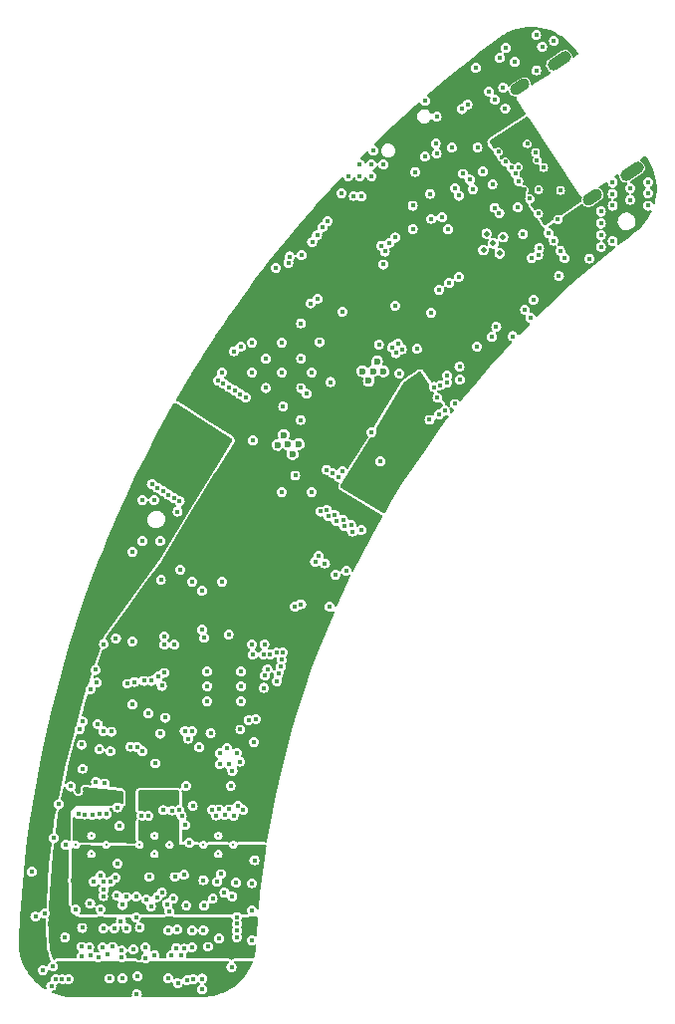
<source format=gbr>
%TF.GenerationSoftware,KiCad,Pcbnew,7.0.8*%
%TF.CreationDate,2024-01-10T09:50:14+01:00*%
%TF.ProjectId,Zoka-MainBoard,5a6f6b61-2d4d-4616-996e-426f6172642e,rev?*%
%TF.SameCoordinates,Original*%
%TF.FileFunction,Copper,L3,Inr*%
%TF.FilePolarity,Positive*%
%FSLAX46Y46*%
G04 Gerber Fmt 4.6, Leading zero omitted, Abs format (unit mm)*
G04 Created by KiCad (PCBNEW 7.0.8) date 2024-01-10 09:50:14*
%MOMM*%
%LPD*%
G01*
G04 APERTURE LIST*
G04 Aperture macros list*
%AMHorizOval*
0 Thick line with rounded ends*
0 $1 width*
0 $2 $3 position (X,Y) of the first rounded end (center of the circle)*
0 $4 $5 position (X,Y) of the second rounded end (center of the circle)*
0 Add line between two ends*
20,1,$1,$2,$3,$4,$5,0*
0 Add two circle primitives to create the rounded ends*
1,1,$1,$2,$3*
1,1,$1,$4,$5*%
G04 Aperture macros list end*
%TA.AperFunction,ComponentPad*%
%ADD10C,0.500000*%
%TD*%
%TA.AperFunction,ComponentPad*%
%ADD11C,0.300000*%
%TD*%
%TA.AperFunction,ComponentPad*%
%ADD12C,0.600000*%
%TD*%
%TA.AperFunction,ComponentPad*%
%ADD13HorizOval,1.000000X0.333939X0.220192X-0.333939X-0.220192X0*%
%TD*%
%TA.AperFunction,ComponentPad*%
%ADD14HorizOval,1.000000X0.500909X0.330288X-0.500909X-0.330288X0*%
%TD*%
%TA.AperFunction,ViaPad*%
%ADD15C,0.450000*%
%TD*%
G04 APERTURE END LIST*
D10*
%TO.N,GND*%
%TO.C,U303*%
X187321950Y-51028094D03*
X187037583Y-52413423D03*
X186487102Y-51578575D03*
X185936621Y-50743727D03*
X185652254Y-52129056D03*
%TD*%
D11*
%TO.N,GND*%
%TO.C,U402*%
X157687987Y-103468462D03*
X156412987Y-102693462D03*
X158962987Y-102693462D03*
X157687987Y-101918462D03*
%TD*%
D12*
%TO.N,GND*%
%TO.C,U305*%
X169940888Y-68634951D03*
X168663298Y-67848972D03*
X169040100Y-68667825D03*
X169416902Y-69486678D03*
X168139312Y-68700699D03*
%TD*%
D11*
%TO.N,GND*%
%TO.C,U401*%
X163112989Y-103469321D03*
X161837989Y-102694321D03*
X164387989Y-102694321D03*
X163112989Y-101919321D03*
%TD*%
%TO.N,GND*%
%TO.C,U403*%
X152287986Y-103468457D03*
X151012986Y-102693457D03*
X153562986Y-102693457D03*
X152287986Y-101918457D03*
%TD*%
D12*
%TO.N,GND*%
%TO.C,U304*%
X175901996Y-63273893D03*
X177154268Y-62448172D03*
X176252892Y-62443609D03*
X175351516Y-62439046D03*
X176603788Y-61613325D03*
%TD*%
D13*
%TO.N,GND*%
%TO.C,J201*%
X194930718Y-47662237D03*
D14*
X198270109Y-45460314D03*
D13*
X188743314Y-38278547D03*
D14*
X192082706Y-36076624D03*
%TD*%
D15*
%TO.N,GND*%
X184516005Y-46158038D03*
X148183827Y-113325870D03*
X176143827Y-45865870D03*
X182744902Y-54961988D03*
X157921971Y-72341115D03*
X160926146Y-99401625D03*
X198143827Y-47865870D03*
X190346741Y-49021191D03*
X172584926Y-82477208D03*
X161901141Y-85101628D03*
X170643827Y-64365870D03*
X179643827Y-48365870D03*
X160551144Y-93676624D03*
X188317800Y-36164823D03*
X199643827Y-46365870D03*
X171952114Y-50220075D03*
X152201137Y-107676634D03*
X158177876Y-93243715D03*
X158301142Y-89176627D03*
X176885818Y-70094835D03*
X172391785Y-49660654D03*
X199643827Y-48365870D03*
X184761594Y-46954363D03*
X183243827Y-46865870D03*
X149051143Y-113026628D03*
X199643827Y-47285870D03*
X176143827Y-44865870D03*
X187536394Y-44623950D03*
X188658509Y-46282903D03*
X151501140Y-112151622D03*
X164964705Y-64376231D03*
X191645494Y-51339051D03*
X163070038Y-63209676D03*
X195643827Y-50865870D03*
X160883827Y-93005870D03*
X168503827Y-72685870D03*
X170143827Y-58365870D03*
X181143827Y-47365870D03*
X190143827Y-36865870D03*
X162143827Y-87965870D03*
X186127955Y-38656852D03*
X152851140Y-92426629D03*
X157160398Y-91518971D03*
X172643827Y-63365870D03*
X158951135Y-108343453D03*
X194643827Y-52865870D03*
X170143827Y-63865870D03*
X177143827Y-53365870D03*
X158880163Y-72930605D03*
X159348200Y-73219469D03*
X148901138Y-114676629D03*
X182143827Y-49365870D03*
X162153827Y-90465870D03*
X178703722Y-60570169D03*
X161894908Y-107857864D03*
X165053827Y-89195870D03*
X171622963Y-78125617D03*
X154543215Y-99517960D03*
X172843853Y-71130462D03*
X162226146Y-111351626D03*
X191643827Y-34365870D03*
X165053827Y-90465870D03*
X192214882Y-47070685D03*
X158143827Y-76865870D03*
X163538486Y-63497876D03*
X196643827Y-46365870D03*
X166176143Y-104001627D03*
X196643827Y-47365870D03*
X178373433Y-60069256D03*
X165963827Y-62525870D03*
X156643827Y-73365870D03*
X148351143Y-108501630D03*
X172332816Y-70816072D03*
X175143827Y-45865870D03*
X165963827Y-108245870D03*
X198143827Y-46865870D03*
X160351138Y-97676627D03*
X165963827Y-59985870D03*
X171043827Y-72685870D03*
X192567094Y-52827558D03*
X179832034Y-45503352D03*
X164016965Y-63792241D03*
X190143827Y-33865870D03*
X157643827Y-73365870D03*
X196643827Y-51365870D03*
X176290330Y-43689110D03*
X168503827Y-62525870D03*
X174143827Y-45865870D03*
X164307045Y-96401128D03*
X150551145Y-97726631D03*
X188633169Y-45090277D03*
X186935187Y-43779551D03*
X188143827Y-59465870D03*
X192175105Y-52187660D03*
X162153827Y-89195870D03*
X157376643Y-107935320D03*
X159821014Y-73500536D03*
X183586910Y-47519303D03*
X159643827Y-74365870D03*
X155803827Y-77765870D03*
X164226137Y-113076627D03*
X163423827Y-80305870D03*
X181203827Y-57445870D03*
X156904562Y-111385819D03*
X181875418Y-55505363D03*
X172176144Y-78776626D03*
X178146631Y-51076559D03*
X171043827Y-62525870D03*
X158600776Y-91886823D03*
X152126143Y-111376631D03*
X173354885Y-71444853D03*
X157453518Y-72052925D03*
X156643827Y-76865870D03*
X173669278Y-70933815D03*
X181198659Y-49483366D03*
X170143827Y-61365870D03*
X173583827Y-47285870D03*
X167143827Y-63865870D03*
X154951142Y-107801629D03*
X161726145Y-114976626D03*
X195643827Y-51865870D03*
X186643827Y-39365870D03*
X154051136Y-93076627D03*
X190346948Y-47007218D03*
X183545117Y-54404403D03*
X155350638Y-89001627D03*
X195643827Y-48865870D03*
X168013031Y-53654183D03*
X177872524Y-60399548D03*
X190643827Y-34865870D03*
X186743827Y-58665870D03*
X171086099Y-51449911D03*
X182643827Y-50365870D03*
X175143827Y-44865870D03*
X183934502Y-45650130D03*
X164496676Y-64087358D03*
X160201142Y-111526625D03*
X149551139Y-99251627D03*
X171511990Y-50869626D03*
X151476142Y-111351623D03*
X176123827Y-67605870D03*
X157776141Y-95776628D03*
X158400458Y-72635481D03*
X150976141Y-108201629D03*
X185119630Y-60341807D03*
X160883827Y-80305870D03*
X165963827Y-110785870D03*
X195643827Y-49865870D03*
X178143827Y-56865870D03*
X196643827Y-48365870D03*
X177143827Y-44865870D03*
X171697602Y-59968763D03*
X165437532Y-64657286D03*
X165043827Y-87965870D03*
X178202813Y-60900451D03*
X155801141Y-90776630D03*
X163423827Y-62525870D03*
X160401143Y-107826629D03*
X179643827Y-50365870D03*
X187507352Y-40113010D03*
X168503827Y-59985870D03*
X173643827Y-57365870D03*
X189910161Y-56363443D03*
X167143827Y-61365870D03*
X160251143Y-93026629D03*
X185146895Y-43436238D03*
X180693889Y-39467892D03*
X180007390Y-60549029D03*
X159876144Y-79301628D03*
%TO.N,+3.3V*%
X155360944Y-92447381D03*
X173714472Y-68231365D03*
X160901142Y-101026628D03*
X165226145Y-98926132D03*
X173941969Y-67123104D03*
X173274081Y-67563488D03*
X163226140Y-97751628D03*
X160351139Y-96576625D03*
X154676637Y-86776633D03*
X150901138Y-96101630D03*
X185270366Y-46439217D03*
X154476141Y-87726627D03*
X156051144Y-84376625D03*
X151197717Y-98145087D03*
X154701136Y-94351632D03*
X158226142Y-90001623D03*
X175277721Y-66242336D03*
X155446212Y-101033061D03*
X172962795Y-78952601D03*
X188104562Y-41028024D03*
X189128676Y-46991793D03*
X174609845Y-66682711D03*
X175050228Y-67350593D03*
X172606209Y-68003867D03*
X160376134Y-98601628D03*
X175718107Y-66910206D03*
X173988487Y-62171456D03*
X174382354Y-67790981D03*
X182195751Y-41160433D03*
X162576142Y-85101626D03*
X158901143Y-79251633D03*
%TO.N,/Battery Management/VSYS*%
X174101816Y-72139184D03*
X178499186Y-62621546D03*
X180513330Y-63273460D03*
X176764257Y-60172050D03*
X179761965Y-63768892D03*
X180169281Y-62751678D03*
X174874640Y-70501275D03*
X174560254Y-71012321D03*
X174416205Y-71628146D03*
X179417918Y-63247110D03*
%TO.N,/1.8V_LCD*%
X158676140Y-111476628D03*
X158226138Y-109926628D03*
X153351148Y-99001625D03*
X156350971Y-112270370D03*
X152301142Y-109976628D03*
X161278529Y-111903822D03*
X152726137Y-98226626D03*
X153376142Y-98251626D03*
X156976142Y-109976626D03*
X152701143Y-99001629D03*
%TO.N,VBUS*%
X191987645Y-49496380D03*
%TO.N,/MCU/VBUS_USB*%
X186420826Y-46549053D03*
X188490654Y-41740511D03*
X189996786Y-48293683D03*
X188876946Y-42286987D03*
%TO.N,/MCU/USB_D+*%
X189373827Y-43095870D03*
X188030278Y-45140884D03*
X190202045Y-44498234D03*
%TO.N,/MCU/USB_D-*%
X190775604Y-45114990D03*
X188365224Y-45648845D03*
X190081345Y-43835926D03*
%TO.N,/ENCODER_S2*%
X181670931Y-40821959D03*
X181591607Y-43085414D03*
X180677643Y-44197138D03*
%TO.N,/ENCODER_A*%
X164416468Y-60741716D03*
X153376146Y-85626633D03*
X175272084Y-47594639D03*
X184291751Y-39777772D03*
X176942836Y-51763405D03*
%TO.N,/ENCODER_B*%
X165000862Y-60356380D03*
X177273126Y-52264312D03*
X184987077Y-36654134D03*
X174634468Y-47535942D03*
X183809483Y-40156258D03*
X152676138Y-87826633D03*
%TO.N,/ENCODER_S1*%
X170179422Y-52587370D03*
X182962718Y-43439049D03*
%TO.N,/Battery Management/ENCODER_BUTTON*%
X168097195Y-88788571D03*
X175251782Y-75954474D03*
X166977143Y-89352264D03*
X183226207Y-65210944D03*
X185600468Y-45455837D03*
X183647617Y-63141377D03*
%TO.N,/MISO*%
X152978529Y-100103822D03*
%TO.N,/OLED/MCLK_1.8V*%
X152276141Y-112101627D03*
X151526136Y-109751627D03*
%TO.N,/OLED/XVD_1.8V*%
X152890591Y-112251628D03*
X153076143Y-108176631D03*
%TO.N,/OLED/R7_1.8V*%
X153316084Y-107051626D03*
X163362986Y-105176630D03*
X153316080Y-109801630D03*
X153276139Y-111376628D03*
%TO.N,/OLED/R6_1.8V*%
X153351142Y-106501630D03*
X162988479Y-105851632D03*
%TO.N,/OLED/R5_1.8V*%
X153665087Y-111995870D03*
X162626146Y-107276627D03*
X154826136Y-109176626D03*
X154486358Y-106995870D03*
%TO.N,/OLED/R4_1.8V*%
X153937093Y-105827129D03*
X161851144Y-105701627D03*
%TO.N,/OLED/R3_1.8V*%
X154376143Y-105452127D03*
X160176139Y-105251622D03*
X154114703Y-111363073D03*
X154265087Y-109776628D03*
%TO.N,/OLED/RGB_LSB_1.8V*%
X158873827Y-109995870D03*
X164673827Y-109401626D03*
%TO.N,/OLED/G7_1.8V*%
X154890587Y-112276626D03*
X156425643Y-109726627D03*
%TO.N,/OLED/G6_1.8V*%
X155301142Y-107126625D03*
X156125639Y-107101628D03*
%TO.N,/OLED/G5_1.8V*%
X155326147Y-109776622D03*
X154901138Y-111676628D03*
%TO.N,/OLED/G4_1.8V*%
X156100638Y-108851630D03*
X164673827Y-108826634D03*
%TO.N,/OLED/G3_1.8V*%
X156244332Y-113852129D03*
X156176142Y-115403947D03*
X164626140Y-105901633D03*
X165962616Y-105958190D03*
%TO.N,/Battery Management/PGOOD*%
X189622504Y-47767696D03*
X174390504Y-75486823D03*
X182561148Y-62833397D03*
X165673827Y-92095870D03*
X168607795Y-86333286D03*
X181873827Y-66095870D03*
%TO.N,/OLED/B7_1.8V*%
X157007347Y-107351130D03*
X157226148Y-105426627D03*
X159401140Y-105426631D03*
X156914194Y-112335319D03*
%TO.N,/OLED/B6_1.8V*%
X157904562Y-107135320D03*
X159303483Y-107251624D03*
%TO.N,/OLED/B5_1.8V*%
X158751138Y-107726629D03*
X155873827Y-111595870D03*
%TO.N,/OLED/B3_1.8V*%
X163626139Y-106751630D03*
X158301137Y-106726130D03*
X157676144Y-112051628D03*
X164673827Y-110545373D03*
%TO.N,/OLED/CS_1.8V*%
X164673827Y-109995870D03*
X164301142Y-107101626D03*
X154551140Y-104276631D03*
X159601003Y-109907955D03*
%TO.N,/OLED/SCK_1.8V*%
X159658184Y-114439960D03*
X150373827Y-114095870D03*
X159101140Y-112100027D03*
X153351141Y-105795870D03*
%TO.N,/OLED/MOSI_1.8V*%
X160448831Y-114178940D03*
X159501141Y-111451631D03*
X153073827Y-105295870D03*
X149823330Y-114095870D03*
%TO.N,/OLED/MISO_1.8V*%
X161001146Y-114126623D03*
X152501141Y-105801628D03*
X159973827Y-112095870D03*
X149273827Y-114095870D03*
%TO.N,/Battery Management/CHARGE_STATUS*%
X188581373Y-48508136D03*
X192073179Y-54363922D03*
X190393302Y-51997910D03*
X173840223Y-75617918D03*
X164973827Y-92895870D03*
X168053497Y-86353896D03*
%TO.N,/MOSI*%
X153452957Y-97473816D03*
X152700644Y-97351628D03*
X152974303Y-94555138D03*
X153923800Y-94723085D03*
X153624953Y-100099190D03*
%TO.N,/SCK*%
X151313640Y-92839126D03*
%TO.N,/CS*%
X151576139Y-92226632D03*
%TO.N,/XCLR*%
X155776141Y-85401625D03*
X152378530Y-100126623D03*
X154401645Y-85151623D03*
%TO.N,/XHD*%
X151201136Y-100076627D03*
%TO.N,/HVD*%
X151749959Y-100104064D03*
%TO.N,/MCLK*%
X150126144Y-102701627D03*
X153326144Y-93051626D03*
X151569910Y-96220396D03*
%TO.N,/B5*%
X166951141Y-86526127D03*
X167027862Y-85649905D03*
X160301140Y-101026625D03*
%TO.N,/B4*%
X166026142Y-86526123D03*
X159997279Y-100258075D03*
X165976142Y-85651628D03*
%TO.N,/B3*%
X159776643Y-99745360D03*
%TO.N,/B2*%
X159151143Y-99776630D03*
%TO.N,/B1*%
X158424955Y-99753205D03*
%TO.N,/SDA*%
X159373827Y-85695870D03*
X186999744Y-48991045D03*
X152226496Y-89451982D03*
X158516642Y-85695870D03*
X186376591Y-59517525D03*
X172346361Y-74229255D03*
X190309931Y-52557934D03*
%TO.N,/G5*%
X157178529Y-100203823D03*
X157426644Y-88755271D03*
X156651142Y-94751629D03*
%TO.N,/G4*%
X156578530Y-100203823D03*
X156778457Y-88753938D03*
X156203316Y-94374773D03*
%TO.N,/G3*%
X158497467Y-88075674D03*
X154701136Y-101101630D03*
X155651141Y-94351630D03*
%TO.N,/G2*%
X164938484Y-95618293D03*
%TO.N,/G1*%
X163226139Y-95851630D03*
X164403090Y-100226628D03*
X163980382Y-95839509D03*
%TO.N,/R5*%
X163653587Y-100160455D03*
%TO.N,/R4*%
X163151141Y-99676628D03*
%TO.N,/R3*%
X162904090Y-100190354D03*
%TO.N,/R2*%
X162573827Y-99696588D03*
%TO.N,/R1*%
X160651137Y-102501629D03*
%TO.N,/SCL*%
X158500643Y-84976630D03*
X189644936Y-57907490D03*
X166123831Y-93949319D03*
X157973827Y-88395870D03*
X189188296Y-57214966D03*
X183619651Y-62058678D03*
X163244142Y-94894624D03*
X171796075Y-74360354D03*
X158226142Y-80176631D03*
X186585968Y-48545187D03*
X161701143Y-81101625D03*
X165226145Y-99726624D03*
X189753973Y-52804734D03*
%TO.N,/I2S_PDM_CLK*%
X152776142Y-88901627D03*
%TO.N,/I2S_PDM_DATA*%
X163983909Y-84817383D03*
X161726141Y-84426625D03*
X155951144Y-88851631D03*
%TO.N,/MCU/RGB_LSB*%
X164671221Y-94885907D03*
X163976137Y-99676626D03*
%TO.N,Net-(U201-EN)*%
X151501143Y-94176626D03*
%TO.N,+1V8*%
X157146213Y-99533062D03*
X155126142Y-104851129D03*
X158201144Y-99176631D03*
X154501142Y-102951631D03*
X160801639Y-105251629D03*
X157746212Y-99533061D03*
X150726141Y-105701630D03*
X156050646Y-105176625D03*
X160069877Y-103016142D03*
X158201144Y-98601629D03*
X165501145Y-104626625D03*
%TO.N,+10V*%
X151151136Y-114202130D03*
X161681488Y-68341670D03*
X162656080Y-68913498D03*
X160658542Y-67698582D03*
X161183782Y-68040999D03*
X160098669Y-67349059D03*
X162551145Y-114201631D03*
X162165443Y-68621479D03*
%TO.N,/Battery Management/ESP_POWER_EN*%
X171539288Y-56284648D03*
X169172220Y-52694799D03*
X166292574Y-92005569D03*
X182374532Y-65798827D03*
X174504988Y-76065073D03*
X181675920Y-43957532D03*
X164151137Y-97676630D03*
X182004044Y-63613131D03*
X168213995Y-88139476D03*
%TO.N,/Battery Management/1.8V_ENABLE*%
X161501139Y-94401624D03*
X162451136Y-93226626D03*
%TO.N,/Battery Management/10V_ENABLE*%
X181070931Y-66566415D03*
X173709126Y-75067631D03*
X163826143Y-94451628D03*
X167501140Y-86526630D03*
%TO.N,Net-(C411-Pad1)*%
X150076140Y-110576627D03*
X163176144Y-110651628D03*
%TO.N,Net-(J401-VOFS)*%
X161851142Y-109951628D03*
X161726140Y-114076629D03*
%TO.N,Net-(J401-VG255)*%
X160873827Y-111395870D03*
X160877238Y-109992460D03*
%TO.N,Net-(J401-TEST(SCAN_MODE))*%
X153843827Y-114065870D03*
%TO.N,Net-(J401-TEST(PSCNT))*%
X154951143Y-114026625D03*
%TO.N,Net-(J401-TEST(VFUSE))*%
X158827655Y-114056899D03*
%TO.N,Net-(U305-FB)*%
X166066244Y-68311052D03*
X168619207Y-65449474D03*
%TO.N,/BUTTON2*%
X171341329Y-78630165D03*
X169613942Y-82439926D03*
X168497614Y-86973097D03*
X167276641Y-87770370D03*
%TO.N,/BUTTON1*%
X170147841Y-82240045D03*
X167076645Y-88295870D03*
X168430522Y-87569808D03*
X173074268Y-79725631D03*
%TO.N,/LEDS_ENABLE*%
X149126140Y-102126623D03*
X164776145Y-99401630D03*
%TO.N,Net-(LED201-RA)*%
X187334954Y-38323039D03*
X173158841Y-75198728D03*
%TO.N,Net-(LED201-GA)*%
X170954892Y-56669984D03*
X181457525Y-63786769D03*
X169058473Y-53248933D03*
X187030305Y-35794842D03*
X172477457Y-74779536D03*
X181740638Y-64701646D03*
%TO.N,Net-(LED201-BA)*%
X173027745Y-74648446D03*
X187570015Y-34959839D03*
%TO.N,Net-(J501-Pad1)*%
X173991391Y-79379934D03*
%TO.N,Net-(Q307-G)*%
X177637327Y-51545036D03*
X182569748Y-63385273D03*
%TO.N,/Battery Management/VSYS_CONTROLED_10V*%
X169651791Y-71309400D03*
X170124497Y-66581001D03*
%TO.N,Net-(U303-PSEL)*%
X189023049Y-50771269D03*
X191184238Y-50684931D03*
%TO.N,Net-(LED502-K)*%
X147551142Y-108801629D03*
X147226140Y-104976628D03*
%TD*%
%TA.AperFunction,Conductor*%
%TO.N,+1V8*%
G36*
X159610705Y-98053529D02*
G01*
X159658366Y-98063009D01*
X159694052Y-98077790D01*
X159726194Y-98099267D01*
X159753503Y-98126576D01*
X159774472Y-98157957D01*
X159774979Y-98158716D01*
X159789761Y-98194404D01*
X159799241Y-98242065D01*
X159801143Y-98261378D01*
X159801142Y-99226121D01*
X159782235Y-99284312D01*
X159732735Y-99320276D01*
X159717630Y-99323902D01*
X159643515Y-99335641D01*
X159643513Y-99335642D01*
X159523425Y-99396830D01*
X159523420Y-99396834D01*
X159513378Y-99406876D01*
X159458861Y-99434652D01*
X159398432Y-99425080D01*
X159397973Y-99424846D01*
X159284269Y-99366911D01*
X159151143Y-99345826D01*
X159018015Y-99366911D01*
X159018013Y-99366912D01*
X158897925Y-99428100D01*
X158869764Y-99456261D01*
X158815247Y-99484037D01*
X158754815Y-99474465D01*
X158729760Y-99456262D01*
X158678175Y-99404677D01*
X158678172Y-99404675D01*
X158558084Y-99343487D01*
X158558082Y-99343486D01*
X158424955Y-99322401D01*
X158291827Y-99343486D01*
X158291825Y-99343487D01*
X158171737Y-99404675D01*
X158076425Y-99499987D01*
X158015237Y-99620075D01*
X158015236Y-99620077D01*
X157994151Y-99753204D01*
X157994151Y-99753205D01*
X158015236Y-99886332D01*
X158015237Y-99886334D01*
X158075627Y-100004855D01*
X158076427Y-100006425D01*
X158171735Y-100101733D01*
X158171737Y-100101734D01*
X158281042Y-100157428D01*
X158291829Y-100162924D01*
X158424955Y-100184009D01*
X158558081Y-100162924D01*
X158678175Y-100101733D01*
X158706335Y-100073572D01*
X158760848Y-100045797D01*
X158821280Y-100055368D01*
X158846336Y-100073571D01*
X158897923Y-100125158D01*
X159018017Y-100186349D01*
X159151143Y-100207434D01*
X159284269Y-100186349D01*
X159404363Y-100125158D01*
X159406545Y-100122975D01*
X159409294Y-100121574D01*
X159410668Y-100120577D01*
X159410825Y-100120794D01*
X159461058Y-100095196D01*
X159521490Y-100104763D01*
X159564758Y-100148025D01*
X159574333Y-100208457D01*
X159574332Y-100208462D01*
X159566475Y-100258072D01*
X159566475Y-100258076D01*
X159587560Y-100391202D01*
X159587561Y-100391204D01*
X159645834Y-100505571D01*
X159648751Y-100511295D01*
X159744059Y-100606603D01*
X159744061Y-100606604D01*
X159744063Y-100606606D01*
X159747085Y-100608146D01*
X159749483Y-100610544D01*
X159750365Y-100611185D01*
X159750263Y-100611324D01*
X159790350Y-100651410D01*
X159801140Y-100696355D01*
X159801139Y-102127048D01*
X159801139Y-102676630D01*
X160001138Y-102676629D01*
X160001139Y-102676630D01*
X160202089Y-102676629D01*
X160260277Y-102695536D01*
X160290296Y-102730684D01*
X160302469Y-102754576D01*
X160302609Y-102754849D01*
X160397917Y-102850157D01*
X160518011Y-102911348D01*
X160651137Y-102932433D01*
X160784263Y-102911348D01*
X160904357Y-102850157D01*
X160999665Y-102754849D01*
X161011977Y-102730684D01*
X161055240Y-102687420D01*
X161100187Y-102676629D01*
X161395764Y-102676629D01*
X161453955Y-102695536D01*
X161489919Y-102745036D01*
X161493545Y-102760140D01*
X161500489Y-102803982D01*
X161550894Y-102902908D01*
X161629402Y-102981416D01*
X161728328Y-103031821D01*
X161837989Y-103049190D01*
X161947650Y-103031821D01*
X162046576Y-102981416D01*
X162125084Y-102902908D01*
X162175489Y-102803982D01*
X162182433Y-102760139D01*
X162210209Y-102705625D01*
X162264725Y-102677847D01*
X162280205Y-102676628D01*
X163945764Y-102676628D01*
X164003955Y-102695535D01*
X164039919Y-102745035D01*
X164043544Y-102760139D01*
X164050489Y-102803982D01*
X164100894Y-102902908D01*
X164179402Y-102981416D01*
X164278328Y-103031821D01*
X164387989Y-103049190D01*
X164497650Y-103031821D01*
X164596576Y-102981416D01*
X164675084Y-102902908D01*
X164725489Y-102803982D01*
X164732433Y-102760139D01*
X164760208Y-102705625D01*
X164814724Y-102677846D01*
X164830202Y-102676627D01*
X167095462Y-102676627D01*
X167153653Y-102695534D01*
X167189617Y-102745034D01*
X167193221Y-102791256D01*
X167153246Y-103041301D01*
X167109344Y-103315906D01*
X166878194Y-104998402D01*
X166868079Y-105072025D01*
X166665508Y-106833028D01*
X166551662Y-108059929D01*
X166527459Y-108116124D01*
X166474847Y-108147360D01*
X166413924Y-108141707D01*
X166367958Y-108101324D01*
X166364876Y-108095727D01*
X166312356Y-107992652D01*
X166312355Y-107992650D01*
X166217047Y-107897342D01*
X166217044Y-107897340D01*
X166096956Y-107836152D01*
X166096954Y-107836151D01*
X165963827Y-107815066D01*
X165830699Y-107836151D01*
X165830697Y-107836152D01*
X165710609Y-107897340D01*
X165615297Y-107992652D01*
X165554109Y-108112740D01*
X165554108Y-108112742D01*
X165533023Y-108245869D01*
X165533023Y-108245870D01*
X165554108Y-108378997D01*
X165554109Y-108378999D01*
X165618836Y-108506032D01*
X165616131Y-108507410D01*
X165630823Y-108552619D01*
X165611918Y-108610810D01*
X165562420Y-108646776D01*
X165531823Y-108651623D01*
X165122872Y-108651623D01*
X165064681Y-108632716D01*
X165034662Y-108597568D01*
X165022356Y-108573416D01*
X165022355Y-108573414D01*
X164927047Y-108478106D01*
X164927044Y-108478104D01*
X164806956Y-108416916D01*
X164806954Y-108416915D01*
X164673827Y-108395830D01*
X164540699Y-108416915D01*
X164540697Y-108416916D01*
X164420609Y-108478104D01*
X164325297Y-108573416D01*
X164312991Y-108597569D01*
X164269726Y-108640833D01*
X164224782Y-108651623D01*
X159433217Y-108651623D01*
X159375026Y-108632716D01*
X159339062Y-108583216D01*
X159339062Y-108522030D01*
X159345002Y-108507689D01*
X159360854Y-108476579D01*
X159381939Y-108343453D01*
X159360854Y-108210327D01*
X159360853Y-108210325D01*
X159360852Y-108210323D01*
X159299664Y-108090235D01*
X159299663Y-108090233D01*
X159204355Y-107994925D01*
X159203353Y-107994414D01*
X159202561Y-107993622D01*
X159198053Y-107990347D01*
X159198571Y-107989632D01*
X159160090Y-107951152D01*
X159150518Y-107890721D01*
X159160092Y-107861257D01*
X159160856Y-107859756D01*
X159160857Y-107859755D01*
X159166104Y-107826629D01*
X159970339Y-107826629D01*
X159991424Y-107959756D01*
X159991425Y-107959758D01*
X160052613Y-108079846D01*
X160052615Y-108079849D01*
X160147923Y-108175157D01*
X160268017Y-108236348D01*
X160401143Y-108257433D01*
X160534269Y-108236348D01*
X160654363Y-108175157D01*
X160749671Y-108079849D01*
X160810862Y-107959755D01*
X160827000Y-107857864D01*
X161464104Y-107857864D01*
X161485189Y-107990991D01*
X161485190Y-107990993D01*
X161538555Y-108095727D01*
X161546380Y-108111084D01*
X161641688Y-108206392D01*
X161649403Y-108210323D01*
X161741861Y-108257433D01*
X161761782Y-108267583D01*
X161894908Y-108288668D01*
X162028034Y-108267583D01*
X162148128Y-108206392D01*
X162243436Y-108111084D01*
X162304627Y-107990990D01*
X162325712Y-107857864D01*
X162323361Y-107843023D01*
X162311869Y-107770464D01*
X162321440Y-107710032D01*
X162364705Y-107666767D01*
X162425137Y-107657196D01*
X162454596Y-107666768D01*
X162493020Y-107686346D01*
X162626146Y-107707431D01*
X162759272Y-107686346D01*
X162879366Y-107625155D01*
X162974674Y-107529847D01*
X163035865Y-107409753D01*
X163056950Y-107276627D01*
X163035865Y-107143501D01*
X162974674Y-107023407D01*
X162879366Y-106928099D01*
X162879363Y-106928097D01*
X162759275Y-106866909D01*
X162759273Y-106866908D01*
X162626146Y-106845823D01*
X162493018Y-106866908D01*
X162493016Y-106866909D01*
X162372928Y-106928097D01*
X162277616Y-107023409D01*
X162216428Y-107143497D01*
X162216427Y-107143499D01*
X162195342Y-107276626D01*
X162195342Y-107276628D01*
X162209184Y-107364027D01*
X162199612Y-107424459D01*
X162156348Y-107467723D01*
X162095915Y-107477294D01*
X162066458Y-107467723D01*
X162064861Y-107466909D01*
X162028034Y-107448145D01*
X161894908Y-107427060D01*
X161761780Y-107448145D01*
X161761778Y-107448146D01*
X161641690Y-107509334D01*
X161546378Y-107604646D01*
X161485190Y-107724734D01*
X161485189Y-107724736D01*
X161464104Y-107857863D01*
X161464104Y-107857864D01*
X160827000Y-107857864D01*
X160831947Y-107826629D01*
X160810862Y-107693503D01*
X160805218Y-107682427D01*
X160749672Y-107573411D01*
X160749671Y-107573409D01*
X160654363Y-107478101D01*
X160654360Y-107478099D01*
X160534272Y-107416911D01*
X160534270Y-107416910D01*
X160401143Y-107395825D01*
X160268015Y-107416910D01*
X160268013Y-107416911D01*
X160147925Y-107478099D01*
X160052613Y-107573411D01*
X159991425Y-107693499D01*
X159991424Y-107693501D01*
X159970339Y-107826628D01*
X159970339Y-107826629D01*
X159166104Y-107826629D01*
X159176259Y-107762509D01*
X159204035Y-107707995D01*
X159258551Y-107680217D01*
X159289523Y-107680217D01*
X159303483Y-107682428D01*
X159436609Y-107661343D01*
X159556703Y-107600152D01*
X159652011Y-107504844D01*
X159713202Y-107384750D01*
X159734287Y-107251624D01*
X159713202Y-107118498D01*
X159652011Y-106998404D01*
X159556703Y-106903096D01*
X159556700Y-106903094D01*
X159436612Y-106841906D01*
X159436610Y-106841905D01*
X159303483Y-106820820D01*
X159170355Y-106841905D01*
X159170353Y-106841906D01*
X159050265Y-106903094D01*
X158954953Y-106998406D01*
X158893765Y-107118494D01*
X158893764Y-107118496D01*
X158878362Y-107215741D01*
X158850584Y-107270258D01*
X158796068Y-107298035D01*
X158765095Y-107298035D01*
X158751140Y-107295825D01*
X158751137Y-107295825D01*
X158618010Y-107316910D01*
X158618008Y-107316911D01*
X158497920Y-107378099D01*
X158497916Y-107378102D01*
X158451581Y-107424437D01*
X158397064Y-107452214D01*
X158343488Y-107443728D01*
X158362330Y-107462569D01*
X158371902Y-107523001D01*
X158362331Y-107552459D01*
X158341419Y-107593501D01*
X158320334Y-107726628D01*
X158320334Y-107726629D01*
X158341419Y-107859756D01*
X158341420Y-107859758D01*
X158392372Y-107959756D01*
X158402610Y-107979849D01*
X158497918Y-108075157D01*
X158498912Y-108075663D01*
X158499703Y-108076454D01*
X158504224Y-108079739D01*
X158503704Y-108080454D01*
X158542180Y-108118925D01*
X158551755Y-108179357D01*
X158542187Y-108208813D01*
X158541416Y-108210324D01*
X158541416Y-108210326D01*
X158520331Y-108343452D01*
X158520331Y-108343453D01*
X158541416Y-108476579D01*
X158557262Y-108507678D01*
X158566834Y-108568110D01*
X158539057Y-108622627D01*
X158484541Y-108650405D01*
X158469053Y-108651624D01*
X156536947Y-108651624D01*
X156478756Y-108632717D01*
X156454418Y-108604221D01*
X156453744Y-108604712D01*
X156449167Y-108598412D01*
X156449166Y-108598410D01*
X156353858Y-108503102D01*
X156353855Y-108503100D01*
X156233767Y-108441912D01*
X156233765Y-108441911D01*
X156100638Y-108420826D01*
X155967510Y-108441911D01*
X155967508Y-108441912D01*
X155847420Y-108503100D01*
X155752108Y-108598412D01*
X155747530Y-108604714D01*
X155746293Y-108603815D01*
X155709269Y-108640837D01*
X155664329Y-108651624D01*
X153441902Y-108651624D01*
X153383712Y-108632718D01*
X153347748Y-108583218D01*
X153347748Y-108522032D01*
X153371898Y-108482623D01*
X153424671Y-108429851D01*
X153485862Y-108309757D01*
X153506947Y-108176631D01*
X153485862Y-108043505D01*
X153424671Y-107923411D01*
X153329363Y-107828103D01*
X153329360Y-107828101D01*
X153209272Y-107766913D01*
X153209270Y-107766912D01*
X153076143Y-107745827D01*
X152943015Y-107766912D01*
X152943013Y-107766913D01*
X152822925Y-107828101D01*
X152822921Y-107828104D01*
X152782942Y-107868083D01*
X152728425Y-107895860D01*
X152667993Y-107886288D01*
X152624729Y-107843023D01*
X152615158Y-107782594D01*
X152631941Y-107676634D01*
X152610856Y-107543508D01*
X152605212Y-107532432D01*
X152562266Y-107448145D01*
X152549665Y-107423414D01*
X152454357Y-107328106D01*
X152454354Y-107328104D01*
X152334266Y-107266916D01*
X152334264Y-107266915D01*
X152201137Y-107245830D01*
X152068009Y-107266915D01*
X152068007Y-107266916D01*
X151947919Y-107328104D01*
X151852607Y-107423416D01*
X151791419Y-107543504D01*
X151791418Y-107543506D01*
X151770333Y-107676633D01*
X151770333Y-107676634D01*
X151791418Y-107809761D01*
X151791419Y-107809763D01*
X151835288Y-107895860D01*
X151852609Y-107929854D01*
X151947917Y-108025162D01*
X151947919Y-108025163D01*
X152032974Y-108068501D01*
X152068011Y-108086353D01*
X152201137Y-108107438D01*
X152334263Y-108086353D01*
X152454357Y-108025162D01*
X152494338Y-107985180D01*
X152548852Y-107957404D01*
X152609284Y-107966975D01*
X152652549Y-108010239D01*
X152662121Y-108070671D01*
X152662121Y-108070672D01*
X152645339Y-108176630D01*
X152645339Y-108176631D01*
X152666424Y-108309758D01*
X152666425Y-108309760D01*
X152727613Y-108429848D01*
X152727615Y-108429851D01*
X152780387Y-108482623D01*
X152808163Y-108537138D01*
X152798592Y-108597570D01*
X152755327Y-108640835D01*
X152710382Y-108651624D01*
X152207942Y-108651625D01*
X151366899Y-108651625D01*
X151308708Y-108632718D01*
X151272744Y-108583218D01*
X151272744Y-108522032D01*
X151296892Y-108482625D01*
X151324669Y-108454849D01*
X151385860Y-108334755D01*
X151406945Y-108201629D01*
X151404871Y-108188537D01*
X151398793Y-108150157D01*
X151385860Y-108068503D01*
X151385832Y-108068449D01*
X151324670Y-107948411D01*
X151324669Y-107948409D01*
X151229361Y-107853101D01*
X151229358Y-107853099D01*
X151109270Y-107791911D01*
X151109268Y-107791910D01*
X150976141Y-107770825D01*
X150843015Y-107791910D01*
X150770086Y-107829069D01*
X150709655Y-107838640D01*
X150655139Y-107810863D01*
X150627361Y-107756346D01*
X150626142Y-107740859D01*
X150626142Y-107529844D01*
X150626143Y-105801628D01*
X152070337Y-105801628D01*
X152091422Y-105934755D01*
X152091423Y-105934757D01*
X152150222Y-106050156D01*
X152152613Y-106054848D01*
X152247921Y-106150156D01*
X152368015Y-106211347D01*
X152501141Y-106232432D01*
X152634267Y-106211347D01*
X152754361Y-106150156D01*
X152849669Y-106054848D01*
X152849670Y-106054845D01*
X152855178Y-106049338D01*
X152856559Y-106050719D01*
X152897816Y-106020742D01*
X152959002Y-106020740D01*
X152998416Y-106044892D01*
X153002611Y-106049087D01*
X153002613Y-106049090D01*
X153032271Y-106078748D01*
X153060047Y-106133263D01*
X153050476Y-106193695D01*
X153032271Y-106218753D01*
X153002612Y-106248412D01*
X152941424Y-106368500D01*
X152941423Y-106368502D01*
X152935943Y-106403102D01*
X152920338Y-106501630D01*
X152941423Y-106634756D01*
X152971268Y-106693330D01*
X152973665Y-106698034D01*
X152983236Y-106758466D01*
X152969836Y-106790823D01*
X152971093Y-106791464D01*
X152906366Y-106918496D01*
X152906365Y-106918498D01*
X152885280Y-107051625D01*
X152885280Y-107051626D01*
X152906365Y-107184753D01*
X152906366Y-107184755D01*
X152967554Y-107304843D01*
X152967556Y-107304846D01*
X153062864Y-107400154D01*
X153062866Y-107400155D01*
X153157053Y-107448146D01*
X153182958Y-107461345D01*
X153316084Y-107482430D01*
X153449210Y-107461345D01*
X153569304Y-107400154D01*
X153664612Y-107304846D01*
X153725803Y-107184752D01*
X153746888Y-107051626D01*
X153738057Y-106995870D01*
X154055554Y-106995870D01*
X154076639Y-107128997D01*
X154076640Y-107128999D01*
X154137828Y-107249087D01*
X154137830Y-107249090D01*
X154233138Y-107344398D01*
X154353232Y-107405589D01*
X154486358Y-107426674D01*
X154488379Y-107426353D01*
X154490403Y-107426674D01*
X154494149Y-107426674D01*
X154494149Y-107427266D01*
X154548808Y-107435919D01*
X154592077Y-107479179D01*
X154601655Y-107539610D01*
X154592082Y-107569078D01*
X154541423Y-107668503D01*
X154520338Y-107801628D01*
X154520338Y-107801629D01*
X154541423Y-107934756D01*
X154541424Y-107934758D01*
X154602612Y-108054846D01*
X154602614Y-108054849D01*
X154697922Y-108150157D01*
X154818016Y-108211348D01*
X154951142Y-108232433D01*
X155084268Y-108211348D01*
X155204362Y-108150157D01*
X155299670Y-108054849D01*
X155360861Y-107934755D01*
X155381946Y-107801629D01*
X155360861Y-107668503D01*
X155360860Y-107668501D01*
X155359433Y-107664109D01*
X155359433Y-107602924D01*
X155395397Y-107553424D01*
X155427331Y-107540199D01*
X155426861Y-107538750D01*
X155434261Y-107536344D01*
X155434268Y-107536344D01*
X155554362Y-107475153D01*
X155649670Y-107379845D01*
X155649671Y-107379842D01*
X155655179Y-107374335D01*
X155657554Y-107376710D01*
X155695161Y-107349374D01*
X155756346Y-107349359D01*
X155795778Y-107373515D01*
X155872419Y-107450156D01*
X155992513Y-107511347D01*
X156125639Y-107532432D01*
X156258765Y-107511347D01*
X156378859Y-107450156D01*
X156425665Y-107403349D01*
X156480179Y-107375573D01*
X156540611Y-107385144D01*
X156583876Y-107428408D01*
X156593448Y-107457866D01*
X156597628Y-107484257D01*
X156597629Y-107484259D01*
X156658092Y-107602924D01*
X156658819Y-107604350D01*
X156754127Y-107699658D01*
X156754129Y-107699659D01*
X156874214Y-107760846D01*
X156874217Y-107760846D01*
X156874221Y-107760849D01*
X156874225Y-107760849D01*
X156881628Y-107763255D01*
X156881152Y-107764719D01*
X156927770Y-107788465D01*
X156955554Y-107842978D01*
X156955556Y-107873963D01*
X156945839Y-107935318D01*
X156945839Y-107935320D01*
X156966924Y-108068447D01*
X156966925Y-108068449D01*
X157022047Y-108176631D01*
X157028115Y-108188540D01*
X157123423Y-108283848D01*
X157123425Y-108283849D01*
X157223333Y-108334755D01*
X157243517Y-108345039D01*
X157376643Y-108366124D01*
X157509769Y-108345039D01*
X157629863Y-108283848D01*
X157725171Y-108188540D01*
X157786362Y-108068446D01*
X157807447Y-107935320D01*
X157786362Y-107802194D01*
X157733351Y-107698155D01*
X157723780Y-107637725D01*
X157751557Y-107583208D01*
X157806073Y-107555430D01*
X157837042Y-107555430D01*
X157904562Y-107566124D01*
X158037688Y-107545039D01*
X158157782Y-107483848D01*
X158204119Y-107437510D01*
X158258633Y-107409734D01*
X158312209Y-107418219D01*
X158293368Y-107399377D01*
X158283797Y-107338945D01*
X158293368Y-107309489D01*
X158314281Y-107268446D01*
X158321483Y-107222971D01*
X158349260Y-107168455D01*
X158403774Y-107140677D01*
X158434263Y-107135849D01*
X158554357Y-107074658D01*
X158649665Y-106979350D01*
X158710856Y-106859256D01*
X158727902Y-106751630D01*
X163195335Y-106751630D01*
X163216420Y-106884757D01*
X163216421Y-106884759D01*
X163276466Y-107002603D01*
X163277611Y-107004850D01*
X163372919Y-107100158D01*
X163372921Y-107100159D01*
X163457976Y-107143497D01*
X163493013Y-107161349D01*
X163626139Y-107182434D01*
X163759265Y-107161349D01*
X163759268Y-107161347D01*
X163763652Y-107159923D01*
X163824837Y-107159920D01*
X163874339Y-107195881D01*
X163887570Y-107227813D01*
X163889016Y-107227344D01*
X163891424Y-107234755D01*
X163952612Y-107354843D01*
X163952614Y-107354846D01*
X164047922Y-107450154D01*
X164168016Y-107511345D01*
X164301142Y-107532430D01*
X164434268Y-107511345D01*
X164554362Y-107450154D01*
X164649670Y-107354846D01*
X164710861Y-107234752D01*
X164731946Y-107101626D01*
X164731713Y-107100158D01*
X164724027Y-107051626D01*
X164710861Y-106968500D01*
X164649670Y-106848406D01*
X164554362Y-106753098D01*
X164554359Y-106753096D01*
X164434271Y-106691908D01*
X164434269Y-106691907D01*
X164301142Y-106670822D01*
X164168013Y-106691907D01*
X164163613Y-106693337D01*
X164102428Y-106693330D01*
X164052931Y-106657361D01*
X164039714Y-106625439D01*
X164038264Y-106625911D01*
X164035858Y-106618508D01*
X164035858Y-106618504D01*
X164035855Y-106618500D01*
X164035855Y-106618497D01*
X163974668Y-106498412D01*
X163974667Y-106498410D01*
X163879359Y-106403102D01*
X163879356Y-106403100D01*
X163759268Y-106341912D01*
X163759266Y-106341911D01*
X163626139Y-106320826D01*
X163493011Y-106341911D01*
X163493009Y-106341912D01*
X163372921Y-106403100D01*
X163277609Y-106498412D01*
X163216421Y-106618500D01*
X163216420Y-106618502D01*
X163195335Y-106751629D01*
X163195335Y-106751630D01*
X158727902Y-106751630D01*
X158731941Y-106726130D01*
X158731857Y-106725602D01*
X158719462Y-106647340D01*
X158710856Y-106593004D01*
X158649665Y-106472910D01*
X158554357Y-106377602D01*
X158554354Y-106377600D01*
X158434266Y-106316412D01*
X158434264Y-106316411D01*
X158301137Y-106295326D01*
X158168009Y-106316411D01*
X158168007Y-106316412D01*
X158047919Y-106377600D01*
X157952607Y-106472912D01*
X157891419Y-106593000D01*
X157891418Y-106593002D01*
X157884215Y-106638479D01*
X157856437Y-106692995D01*
X157801923Y-106720772D01*
X157771433Y-106725601D01*
X157771432Y-106725602D01*
X157651344Y-106786790D01*
X157556032Y-106882102D01*
X157494844Y-107002190D01*
X157494842Y-107002195D01*
X157493148Y-107012889D01*
X157465367Y-107067404D01*
X157410849Y-107095178D01*
X157350418Y-107085603D01*
X157325367Y-107067402D01*
X157260567Y-107002602D01*
X157260564Y-107002600D01*
X157140476Y-106941412D01*
X157140474Y-106941411D01*
X157007347Y-106920326D01*
X156874219Y-106941411D01*
X156874217Y-106941412D01*
X156754129Y-107002600D01*
X156754125Y-107002603D01*
X156707321Y-107049407D01*
X156652804Y-107077184D01*
X156592372Y-107067612D01*
X156549108Y-107024347D01*
X156539537Y-106994889D01*
X156537076Y-106979350D01*
X156535358Y-106968502D01*
X156474167Y-106848408D01*
X156378859Y-106753100D01*
X156378856Y-106753098D01*
X156258768Y-106691910D01*
X156258766Y-106691909D01*
X156125639Y-106670824D01*
X155992511Y-106691909D01*
X155992509Y-106691910D01*
X155872421Y-106753098D01*
X155872419Y-106753099D01*
X155872419Y-106753100D01*
X155777111Y-106848408D01*
X155777110Y-106848409D01*
X155771602Y-106853918D01*
X155769240Y-106851556D01*
X155731489Y-106878920D01*
X155670304Y-106878851D01*
X155631001Y-106854736D01*
X155554362Y-106778097D01*
X155554359Y-106778095D01*
X155434271Y-106716907D01*
X155434269Y-106716906D01*
X155301142Y-106695821D01*
X155168014Y-106716906D01*
X155168012Y-106716907D01*
X155047924Y-106778095D01*
X155047919Y-106778098D01*
X155015109Y-106810909D01*
X154960592Y-106838686D01*
X154900160Y-106829114D01*
X154856898Y-106785851D01*
X154834886Y-106742650D01*
X154739578Y-106647342D01*
X154739575Y-106647340D01*
X154619487Y-106586152D01*
X154619485Y-106586151D01*
X154486358Y-106565066D01*
X154353230Y-106586151D01*
X154353228Y-106586152D01*
X154233140Y-106647340D01*
X154137828Y-106742652D01*
X154076640Y-106862740D01*
X154076639Y-106862742D01*
X154055554Y-106995869D01*
X154055554Y-106995870D01*
X153738057Y-106995870D01*
X153725803Y-106918500D01*
X153693560Y-106855221D01*
X153683989Y-106794790D01*
X153697393Y-106762434D01*
X153696133Y-106761792D01*
X153731187Y-106692995D01*
X153760861Y-106634756D01*
X153781946Y-106501630D01*
X153760861Y-106368504D01*
X153760859Y-106368500D01*
X153759678Y-106361042D01*
X153769249Y-106300609D01*
X153812513Y-106257345D01*
X153872945Y-106247773D01*
X153937093Y-106257933D01*
X154070219Y-106236848D01*
X154190313Y-106175657D01*
X154285621Y-106080349D01*
X154346812Y-105960255D01*
X154347366Y-105956755D01*
X154348977Y-105953593D01*
X154349221Y-105952842D01*
X154349340Y-105952880D01*
X154375137Y-105902239D01*
X154429650Y-105874456D01*
X154509269Y-105861846D01*
X154629363Y-105800655D01*
X154724671Y-105705347D01*
X154785862Y-105585253D01*
X154806947Y-105452127D01*
X154806914Y-105451921D01*
X154802908Y-105426627D01*
X156795344Y-105426627D01*
X156816429Y-105559754D01*
X156816430Y-105559756D01*
X156871837Y-105668498D01*
X156877620Y-105679847D01*
X156972928Y-105775155D01*
X156972930Y-105775156D01*
X157089897Y-105834754D01*
X157093022Y-105836346D01*
X157226148Y-105857431D01*
X157359274Y-105836346D01*
X157479368Y-105775155D01*
X157574676Y-105679847D01*
X157635867Y-105559753D01*
X157656951Y-105426631D01*
X158970336Y-105426631D01*
X158991421Y-105559758D01*
X158991422Y-105559760D01*
X159052610Y-105679848D01*
X159052612Y-105679851D01*
X159147920Y-105775159D01*
X159268014Y-105836350D01*
X159401140Y-105857435D01*
X159534266Y-105836350D01*
X159654360Y-105775159D01*
X159727892Y-105701627D01*
X161420340Y-105701627D01*
X161441425Y-105834754D01*
X161441426Y-105834756D01*
X161501977Y-105953593D01*
X161502616Y-105954847D01*
X161597924Y-106050155D01*
X161718018Y-106111346D01*
X161851144Y-106132431D01*
X161984270Y-106111346D01*
X162104364Y-106050155D01*
X162199672Y-105954847D01*
X162252263Y-105851632D01*
X162557675Y-105851632D01*
X162578760Y-105984759D01*
X162578761Y-105984761D01*
X162639949Y-106104849D01*
X162639951Y-106104852D01*
X162735259Y-106200160D01*
X162855353Y-106261351D01*
X162988479Y-106282436D01*
X163121605Y-106261351D01*
X163241699Y-106200160D01*
X163337007Y-106104852D01*
X163398198Y-105984758D01*
X163411364Y-105901633D01*
X164195336Y-105901633D01*
X164216421Y-106034760D01*
X164216422Y-106034762D01*
X164277610Y-106154850D01*
X164277612Y-106154853D01*
X164372920Y-106250161D01*
X164493014Y-106311352D01*
X164626140Y-106332437D01*
X164759266Y-106311352D01*
X164879360Y-106250161D01*
X164974668Y-106154853D01*
X165035859Y-106034759D01*
X165047986Y-105958190D01*
X165531812Y-105958190D01*
X165552897Y-106091317D01*
X165552898Y-106091319D01*
X165614086Y-106211407D01*
X165614088Y-106211410D01*
X165709396Y-106306718D01*
X165829490Y-106367909D01*
X165962616Y-106388994D01*
X166095742Y-106367909D01*
X166215836Y-106306718D01*
X166311144Y-106211410D01*
X166372335Y-106091316D01*
X166393420Y-105958190D01*
X166372335Y-105825064D01*
X166359898Y-105800656D01*
X166311145Y-105704972D01*
X166311144Y-105704970D01*
X166215836Y-105609662D01*
X166215833Y-105609660D01*
X166095745Y-105548472D01*
X166095743Y-105548471D01*
X165962616Y-105527386D01*
X165829488Y-105548471D01*
X165829486Y-105548472D01*
X165709398Y-105609660D01*
X165614086Y-105704972D01*
X165552898Y-105825060D01*
X165552897Y-105825062D01*
X165531812Y-105958189D01*
X165531812Y-105958190D01*
X165047986Y-105958190D01*
X165056944Y-105901633D01*
X165035859Y-105768507D01*
X164974668Y-105648413D01*
X164879360Y-105553105D01*
X164879357Y-105553103D01*
X164759269Y-105491915D01*
X164759267Y-105491914D01*
X164626140Y-105470829D01*
X164493012Y-105491914D01*
X164493010Y-105491915D01*
X164372922Y-105553103D01*
X164277610Y-105648415D01*
X164216422Y-105768503D01*
X164216421Y-105768505D01*
X164195336Y-105901632D01*
X164195336Y-105901633D01*
X163411364Y-105901633D01*
X163419283Y-105851632D01*
X163416862Y-105836349D01*
X163398198Y-105718508D01*
X163398198Y-105718506D01*
X163398196Y-105718502D01*
X163397971Y-105717809D01*
X163397970Y-105717073D01*
X163396979Y-105710810D01*
X163397970Y-105710652D01*
X163397970Y-105656624D01*
X163433932Y-105607123D01*
X163476638Y-105589433D01*
X163496112Y-105586349D01*
X163616206Y-105525158D01*
X163711514Y-105429850D01*
X163772705Y-105309756D01*
X163793790Y-105176630D01*
X163793280Y-105173413D01*
X163789821Y-105151575D01*
X163772705Y-105043504D01*
X163711514Y-104923410D01*
X163616206Y-104828102D01*
X163616203Y-104828100D01*
X163496115Y-104766912D01*
X163496113Y-104766911D01*
X163362986Y-104745826D01*
X163229858Y-104766911D01*
X163229856Y-104766912D01*
X163109768Y-104828100D01*
X163014456Y-104923412D01*
X162953268Y-105043500D01*
X162953267Y-105043502D01*
X162932182Y-105176629D01*
X162932182Y-105176630D01*
X162953267Y-105309758D01*
X162953495Y-105310459D01*
X162953494Y-105311194D01*
X162954486Y-105317452D01*
X162953494Y-105317609D01*
X162953492Y-105371644D01*
X162917526Y-105421143D01*
X162874829Y-105438828D01*
X162855350Y-105441913D01*
X162855349Y-105441914D01*
X162735261Y-105503102D01*
X162639949Y-105598414D01*
X162578761Y-105718502D01*
X162578760Y-105718504D01*
X162557675Y-105851631D01*
X162557675Y-105851632D01*
X162252263Y-105851632D01*
X162260863Y-105834753D01*
X162281948Y-105701627D01*
X162260863Y-105568501D01*
X162199672Y-105448407D01*
X162104364Y-105353099D01*
X162104361Y-105353097D01*
X161984273Y-105291909D01*
X161984271Y-105291908D01*
X161851144Y-105270823D01*
X161718016Y-105291908D01*
X161718014Y-105291909D01*
X161597926Y-105353097D01*
X161502614Y-105448409D01*
X161441426Y-105568497D01*
X161441425Y-105568499D01*
X161420340Y-105701626D01*
X161420340Y-105701627D01*
X159727892Y-105701627D01*
X159749668Y-105679851D01*
X159773490Y-105633096D01*
X159816753Y-105589833D01*
X159877185Y-105580261D01*
X159919885Y-105597946D01*
X159922919Y-105600150D01*
X160043013Y-105661341D01*
X160176139Y-105682426D01*
X160309265Y-105661341D01*
X160429359Y-105600150D01*
X160524667Y-105504842D01*
X160585858Y-105384748D01*
X160606943Y-105251622D01*
X160585858Y-105118496D01*
X160570533Y-105088420D01*
X160524668Y-104998404D01*
X160524667Y-104998402D01*
X160429359Y-104903094D01*
X160429356Y-104903092D01*
X160309268Y-104841904D01*
X160309266Y-104841903D01*
X160176139Y-104820818D01*
X160043011Y-104841903D01*
X160043009Y-104841904D01*
X159922921Y-104903092D01*
X159827610Y-104998403D01*
X159803788Y-105045156D01*
X159760523Y-105088420D01*
X159700090Y-105097991D01*
X159657394Y-105080307D01*
X159654359Y-105078102D01*
X159534269Y-105016913D01*
X159534267Y-105016912D01*
X159401140Y-104995827D01*
X159268012Y-105016912D01*
X159268010Y-105016913D01*
X159147922Y-105078101D01*
X159052610Y-105173413D01*
X158991422Y-105293501D01*
X158991421Y-105293503D01*
X158970336Y-105426630D01*
X158970336Y-105426631D01*
X157656951Y-105426631D01*
X157656952Y-105426627D01*
X157656083Y-105421143D01*
X157650994Y-105389010D01*
X157635867Y-105293501D01*
X157635678Y-105293131D01*
X157574677Y-105173409D01*
X157574676Y-105173407D01*
X157479368Y-105078099D01*
X157479365Y-105078097D01*
X157359277Y-105016909D01*
X157359275Y-105016908D01*
X157226148Y-104995823D01*
X157093020Y-105016908D01*
X157093018Y-105016909D01*
X156972930Y-105078097D01*
X156877618Y-105173409D01*
X156816430Y-105293497D01*
X156816429Y-105293499D01*
X156795344Y-105426626D01*
X156795344Y-105426627D01*
X154802908Y-105426627D01*
X154798109Y-105396325D01*
X154785862Y-105319001D01*
X154724671Y-105198907D01*
X154629363Y-105103599D01*
X154629360Y-105103597D01*
X154509272Y-105042409D01*
X154509270Y-105042408D01*
X154376143Y-105021323D01*
X154243015Y-105042408D01*
X154243013Y-105042409D01*
X154122925Y-105103597D01*
X154027613Y-105198909D01*
X153966425Y-105318997D01*
X153966423Y-105319002D01*
X153965867Y-105322514D01*
X153964254Y-105325678D01*
X153964017Y-105326409D01*
X153963901Y-105326371D01*
X153938086Y-105377028D01*
X153883575Y-105404801D01*
X153803965Y-105417410D01*
X153715993Y-105462233D01*
X153655561Y-105471804D01*
X153612250Y-105449736D01*
X153610663Y-105451921D01*
X153604363Y-105447344D01*
X153604361Y-105447342D01*
X153604358Y-105447340D01*
X153604356Y-105447339D01*
X153553967Y-105421664D01*
X153510702Y-105378400D01*
X153501131Y-105317968D01*
X153501131Y-105317967D01*
X153502432Y-105309757D01*
X153504631Y-105295870D01*
X153504256Y-105293505D01*
X153497623Y-105251621D01*
X153483546Y-105162744D01*
X153461000Y-105118496D01*
X153422356Y-105042652D01*
X153422355Y-105042650D01*
X153327047Y-104947342D01*
X153327044Y-104947340D01*
X153206956Y-104886152D01*
X153206954Y-104886151D01*
X153073827Y-104865066D01*
X152940699Y-104886151D01*
X152940697Y-104886152D01*
X152820609Y-104947340D01*
X152725297Y-105042652D01*
X152664109Y-105162740D01*
X152664108Y-105162742D01*
X152643456Y-105293131D01*
X152615678Y-105347647D01*
X152561161Y-105375424D01*
X152530189Y-105375424D01*
X152501143Y-105370824D01*
X152501141Y-105370824D01*
X152368013Y-105391909D01*
X152368011Y-105391910D01*
X152247923Y-105453098D01*
X152152611Y-105548410D01*
X152091423Y-105668498D01*
X152091422Y-105668500D01*
X152070337Y-105801627D01*
X152070337Y-105801628D01*
X150626143Y-105801628D01*
X150626144Y-104276631D01*
X154120336Y-104276631D01*
X154141421Y-104409758D01*
X154141422Y-104409760D01*
X154202610Y-104529848D01*
X154202612Y-104529851D01*
X154297920Y-104625159D01*
X154418014Y-104686350D01*
X154551140Y-104707435D01*
X154684266Y-104686350D01*
X154804360Y-104625159D01*
X154899668Y-104529851D01*
X154960859Y-104409757D01*
X154981944Y-104276631D01*
X154960859Y-104143505D01*
X154899668Y-104023411D01*
X154877884Y-104001627D01*
X165745339Y-104001627D01*
X165766424Y-104134754D01*
X165766425Y-104134756D01*
X165770881Y-104143501D01*
X165827615Y-104254847D01*
X165922923Y-104350155D01*
X166043017Y-104411346D01*
X166176143Y-104432431D01*
X166309269Y-104411346D01*
X166429363Y-104350155D01*
X166524671Y-104254847D01*
X166585862Y-104134753D01*
X166606947Y-104001627D01*
X166585862Y-103868501D01*
X166524671Y-103748407D01*
X166429363Y-103653099D01*
X166429360Y-103653097D01*
X166309272Y-103591909D01*
X166309270Y-103591908D01*
X166176143Y-103570823D01*
X166043015Y-103591908D01*
X166043013Y-103591909D01*
X165922925Y-103653097D01*
X165827613Y-103748409D01*
X165766425Y-103868497D01*
X165766424Y-103868499D01*
X165745339Y-104001626D01*
X165745339Y-104001627D01*
X154877884Y-104001627D01*
X154804360Y-103928103D01*
X154804357Y-103928101D01*
X154684269Y-103866913D01*
X154684267Y-103866912D01*
X154551140Y-103845827D01*
X154418012Y-103866912D01*
X154418010Y-103866913D01*
X154297922Y-103928101D01*
X154202610Y-104023413D01*
X154141422Y-104143501D01*
X154141421Y-104143503D01*
X154120336Y-104276630D01*
X154120336Y-104276631D01*
X150626144Y-104276631D01*
X150626144Y-103468457D01*
X151933117Y-103468457D01*
X151950486Y-103578118D01*
X152000891Y-103677044D01*
X152079399Y-103755552D01*
X152178325Y-103805957D01*
X152287986Y-103823326D01*
X152397647Y-103805957D01*
X152496573Y-103755552D01*
X152575081Y-103677044D01*
X152625486Y-103578118D01*
X152642854Y-103468462D01*
X157333118Y-103468462D01*
X157350487Y-103578123D01*
X157400892Y-103677049D01*
X157479400Y-103755557D01*
X157578326Y-103805962D01*
X157687987Y-103823331D01*
X157797648Y-103805962D01*
X157896574Y-103755557D01*
X157975082Y-103677049D01*
X158025487Y-103578123D01*
X158042720Y-103469321D01*
X162758120Y-103469321D01*
X162775489Y-103578982D01*
X162825894Y-103677908D01*
X162904402Y-103756416D01*
X163003328Y-103806821D01*
X163112989Y-103824190D01*
X163222650Y-103806821D01*
X163321576Y-103756416D01*
X163400084Y-103677908D01*
X163450489Y-103578982D01*
X163467858Y-103469321D01*
X163450489Y-103359660D01*
X163400084Y-103260734D01*
X163321576Y-103182226D01*
X163222650Y-103131821D01*
X163112989Y-103114452D01*
X163003327Y-103131821D01*
X162904402Y-103182226D01*
X162825894Y-103260734D01*
X162775489Y-103359659D01*
X162775489Y-103359660D01*
X162758120Y-103469321D01*
X158042720Y-103469321D01*
X158042856Y-103468462D01*
X158025487Y-103358801D01*
X157975082Y-103259875D01*
X157896574Y-103181367D01*
X157797648Y-103130962D01*
X157687987Y-103113593D01*
X157578325Y-103130962D01*
X157479400Y-103181367D01*
X157400892Y-103259875D01*
X157350487Y-103358800D01*
X157350487Y-103358801D01*
X157333118Y-103468462D01*
X152642854Y-103468462D01*
X152642855Y-103468457D01*
X152625486Y-103358796D01*
X152575081Y-103259870D01*
X152496573Y-103181362D01*
X152397647Y-103130957D01*
X152287986Y-103113588D01*
X152178324Y-103130957D01*
X152079399Y-103181362D01*
X152000891Y-103259870D01*
X151950486Y-103358795D01*
X151950486Y-103358796D01*
X151933117Y-103468457D01*
X150626144Y-103468457D01*
X150626144Y-103041301D01*
X150645051Y-102983113D01*
X150694551Y-102947149D01*
X150755737Y-102947149D01*
X150795145Y-102971298D01*
X150804399Y-102980552D01*
X150903325Y-103030957D01*
X151012986Y-103048326D01*
X151122647Y-103030957D01*
X151221573Y-102980552D01*
X151300081Y-102902044D01*
X151350486Y-102803118D01*
X151351601Y-102796076D01*
X151379377Y-102741560D01*
X151433893Y-102713781D01*
X151450683Y-102712571D01*
X153132706Y-102734899D01*
X153190638Y-102754576D01*
X153220845Y-102796738D01*
X153221949Y-102796176D01*
X153225485Y-102803117D01*
X153225486Y-102803118D01*
X153275891Y-102902044D01*
X153354399Y-102980552D01*
X153453325Y-103030957D01*
X153562986Y-103048326D01*
X153672647Y-103030957D01*
X153771573Y-102980552D01*
X153850081Y-102902044D01*
X153900486Y-102803118D01*
X153900486Y-102803115D01*
X153901899Y-102800343D01*
X153945164Y-102757078D01*
X153991419Y-102746297D01*
X156000766Y-102772970D01*
X156058700Y-102792648D01*
X156087660Y-102827015D01*
X156091603Y-102834753D01*
X156125892Y-102902049D01*
X156204400Y-102980557D01*
X156303326Y-103030962D01*
X156412987Y-103048331D01*
X156522648Y-103030962D01*
X156621574Y-102980557D01*
X156700082Y-102902049D01*
X156750487Y-102803123D01*
X156767856Y-102693462D01*
X158608118Y-102693462D01*
X158625487Y-102803123D01*
X158675892Y-102902049D01*
X158754400Y-102980557D01*
X158853326Y-103030962D01*
X158962987Y-103048331D01*
X159072648Y-103030962D01*
X159171574Y-102980557D01*
X159250082Y-102902049D01*
X159300487Y-102803123D01*
X159317856Y-102693462D01*
X159300487Y-102583801D01*
X159250082Y-102484875D01*
X159171574Y-102406367D01*
X159072648Y-102355962D01*
X158962987Y-102338593D01*
X158853325Y-102355962D01*
X158754400Y-102406367D01*
X158675892Y-102484875D01*
X158625487Y-102583800D01*
X158625487Y-102583801D01*
X158608118Y-102693462D01*
X156767856Y-102693462D01*
X156750487Y-102583801D01*
X156700082Y-102484875D01*
X156621574Y-102406367D01*
X156522648Y-102355962D01*
X156412987Y-102338593D01*
X156412985Y-102338593D01*
X156390628Y-102342134D01*
X156330196Y-102332563D01*
X156286931Y-102289298D01*
X156276142Y-102244358D01*
X156276142Y-101918462D01*
X157333118Y-101918462D01*
X157350487Y-102028123D01*
X157400892Y-102127049D01*
X157479400Y-102205557D01*
X157578326Y-102255962D01*
X157687987Y-102273331D01*
X157797648Y-102255962D01*
X157896574Y-102205557D01*
X157975082Y-102127049D01*
X158025487Y-102028123D01*
X158042856Y-101918462D01*
X158025487Y-101808801D01*
X157975082Y-101709875D01*
X157896574Y-101631367D01*
X157797648Y-101580962D01*
X157687987Y-101563593D01*
X157578325Y-101580962D01*
X157479400Y-101631367D01*
X157400892Y-101709875D01*
X157350487Y-101808800D01*
X157350487Y-101808801D01*
X157333118Y-101918462D01*
X156276142Y-101918462D01*
X156276140Y-100688848D01*
X156295047Y-100630660D01*
X156344547Y-100594696D01*
X156405733Y-100594696D01*
X156420085Y-100600642D01*
X156439520Y-100610544D01*
X156445404Y-100613542D01*
X156578530Y-100634627D01*
X156711656Y-100613542D01*
X156831750Y-100552351D01*
X156831752Y-100552348D01*
X156833583Y-100551416D01*
X156894015Y-100541844D01*
X156923475Y-100551416D01*
X156925307Y-100552349D01*
X156925309Y-100552351D01*
X157045403Y-100613542D01*
X157178529Y-100634627D01*
X157311655Y-100613542D01*
X157431749Y-100552351D01*
X157527057Y-100457043D01*
X157588248Y-100336949D01*
X157609333Y-100203823D01*
X157588248Y-100070697D01*
X157580437Y-100055368D01*
X157527058Y-99950605D01*
X157527057Y-99950603D01*
X157431749Y-99855295D01*
X157431746Y-99855293D01*
X157311658Y-99794105D01*
X157311656Y-99794104D01*
X157178529Y-99773019D01*
X157045403Y-99794104D01*
X156923473Y-99856230D01*
X156863041Y-99865801D01*
X156833582Y-99856229D01*
X156831751Y-99855296D01*
X156831750Y-99855295D01*
X156711656Y-99794104D01*
X156711657Y-99794104D01*
X156578530Y-99773019D01*
X156445403Y-99794104D01*
X156420081Y-99807006D01*
X156359649Y-99816576D01*
X156305133Y-99788797D01*
X156277357Y-99734280D01*
X156276139Y-99718815D01*
X156276138Y-98261377D01*
X156278040Y-98242065D01*
X156287520Y-98194404D01*
X156302300Y-98158719D01*
X156323780Y-98126573D01*
X156351084Y-98099269D01*
X156383230Y-98077789D01*
X156418913Y-98063009D01*
X156444159Y-98057987D01*
X156466577Y-98053529D01*
X156485890Y-98051627D01*
X159591392Y-98051627D01*
X159610705Y-98053529D01*
G37*
%TD.AperFunction*%
%TD*%
%TA.AperFunction,Conductor*%
%TO.N,+10V*%
G36*
X159449762Y-65152688D02*
G01*
X159484817Y-65157651D01*
X159511704Y-65165457D01*
X159543964Y-65180039D01*
X159556305Y-65186708D01*
X159663416Y-65254819D01*
X164199090Y-68139036D01*
X164214370Y-68151008D01*
X164249504Y-68184588D01*
X164271688Y-68216218D01*
X164287285Y-68251595D01*
X164295673Y-68289313D01*
X164296540Y-68327961D01*
X164289853Y-68366013D01*
X164272263Y-68411318D01*
X164263498Y-68428637D01*
X162802242Y-70724902D01*
X162801142Y-70726631D01*
X162800075Y-70728385D01*
X162800075Y-70728386D01*
X161034120Y-73633665D01*
X158155421Y-78369587D01*
X158150998Y-78376538D01*
X158146291Y-78383301D01*
X153426140Y-84876629D01*
X153416358Y-84906121D01*
X153416357Y-84906125D01*
X153336143Y-85147978D01*
X153299878Y-85197259D01*
X153257667Y-85214594D01*
X153243016Y-85216914D01*
X153243016Y-85216915D01*
X153122928Y-85278103D01*
X153027616Y-85373415D01*
X152966428Y-85493503D01*
X152966427Y-85493505D01*
X152945342Y-85626632D01*
X152945342Y-85626633D01*
X152966427Y-85759760D01*
X152966428Y-85759762D01*
X153001705Y-85828996D01*
X153027618Y-85879853D01*
X153033835Y-85886070D01*
X153061611Y-85940585D01*
X153057797Y-85987237D01*
X152604299Y-87354602D01*
X152568034Y-87403882D01*
X152549812Y-87413097D01*
X152549954Y-87413376D01*
X152422920Y-87478103D01*
X152327608Y-87573415D01*
X152266420Y-87693503D01*
X152266419Y-87693505D01*
X152266419Y-87693507D01*
X152245334Y-87826633D01*
X152266419Y-87959759D01*
X152298943Y-88023590D01*
X152330732Y-88085980D01*
X152340303Y-88146412D01*
X152336489Y-88162090D01*
X152047449Y-89033594D01*
X152011185Y-89082874D01*
X151998428Y-89090638D01*
X151973278Y-89103452D01*
X151877966Y-89198764D01*
X151816778Y-89318852D01*
X151816777Y-89318854D01*
X151796150Y-89449090D01*
X151795692Y-89451982D01*
X151816777Y-89585108D01*
X151817408Y-89586346D01*
X151826929Y-89605033D01*
X151836499Y-89665466D01*
X151832685Y-89681140D01*
X151777928Y-89846243D01*
X151776143Y-89851626D01*
X151774666Y-89857097D01*
X151774665Y-89857103D01*
X151179250Y-92063638D01*
X151171880Y-92082788D01*
X151166420Y-92093503D01*
X151160053Y-92133705D01*
X151158952Y-92138860D01*
X151072261Y-92460122D01*
X151046684Y-92504333D01*
X150965113Y-92585904D01*
X150965110Y-92585908D01*
X150903922Y-92705996D01*
X150903921Y-92705998D01*
X150882836Y-92839125D01*
X150882836Y-92839126D01*
X150903921Y-92972252D01*
X150906332Y-92976984D01*
X150915903Y-93037416D01*
X150913703Y-93047720D01*
X150077554Y-96146390D01*
X150076141Y-96151628D01*
X150075014Y-96156932D01*
X149521610Y-98761181D01*
X149491020Y-98814171D01*
X149440261Y-98838384D01*
X149418010Y-98841908D01*
X149418009Y-98841909D01*
X149297921Y-98903097D01*
X149202609Y-98998409D01*
X149141421Y-99118497D01*
X149141420Y-99118499D01*
X149120335Y-99251626D01*
X149120335Y-99251627D01*
X149141420Y-99384754D01*
X149141421Y-99384756D01*
X149202609Y-99504844D01*
X149202611Y-99504847D01*
X149297365Y-99599601D01*
X149325141Y-99654116D01*
X149324198Y-99690181D01*
X149260532Y-99989788D01*
X149226143Y-100151622D01*
X149225073Y-100160534D01*
X149225070Y-100160559D01*
X149047550Y-101639884D01*
X149021844Y-101695408D01*
X148994201Y-101716298D01*
X148872921Y-101778094D01*
X148777610Y-101873405D01*
X148716422Y-101993493D01*
X148716421Y-101993495D01*
X148695336Y-102126622D01*
X148695336Y-102126623D01*
X148716421Y-102259750D01*
X148716422Y-102259752D01*
X148777610Y-102379840D01*
X148777612Y-102379843D01*
X148872920Y-102475151D01*
X148872922Y-102475152D01*
X148872923Y-102475153D01*
X148881445Y-102479495D01*
X148924710Y-102522758D01*
X148934796Y-102579500D01*
X148722951Y-104344875D01*
X148701141Y-104526632D01*
X148700787Y-104533000D01*
X148700786Y-104533017D01*
X148637180Y-105677890D01*
X148508980Y-107985427D01*
X148486873Y-108042479D01*
X148435455Y-108075642D01*
X148394645Y-108077716D01*
X148351143Y-108070826D01*
X148218015Y-108091911D01*
X148218013Y-108091912D01*
X148097925Y-108153100D01*
X148002613Y-108248412D01*
X147941425Y-108368500D01*
X147941423Y-108368506D01*
X147940105Y-108376826D01*
X147912325Y-108431341D01*
X147857807Y-108459116D01*
X147797381Y-108449544D01*
X147684268Y-108391910D01*
X147551142Y-108370825D01*
X147418014Y-108391910D01*
X147418012Y-108391911D01*
X147297924Y-108453099D01*
X147202612Y-108548411D01*
X147141424Y-108668499D01*
X147141423Y-108668501D01*
X147120338Y-108801628D01*
X147120338Y-108801629D01*
X147141423Y-108934756D01*
X147141424Y-108934758D01*
X147193481Y-109036925D01*
X147202614Y-109054849D01*
X147297922Y-109150157D01*
X147418016Y-109211348D01*
X147551142Y-109232433D01*
X147684268Y-109211348D01*
X147804362Y-109150157D01*
X147899670Y-109054849D01*
X147960861Y-108934755D01*
X147962178Y-108926438D01*
X147989954Y-108871922D01*
X148044470Y-108844143D01*
X148104899Y-108853712D01*
X148218017Y-108911349D01*
X148351143Y-108932434D01*
X148351715Y-108932434D01*
X148352259Y-108932610D01*
X148358839Y-108933653D01*
X148358673Y-108934695D01*
X148409906Y-108951341D01*
X148445870Y-109000841D01*
X148450563Y-109036925D01*
X148426779Y-109465032D01*
X148426135Y-109476631D01*
X148426838Y-109488224D01*
X148553623Y-111580104D01*
X148553624Y-111580112D01*
X148555097Y-111604415D01*
X148562363Y-111627665D01*
X148562365Y-111627671D01*
X148807274Y-112411286D01*
X148807275Y-112411288D01*
X148851138Y-112551631D01*
X148889752Y-112551630D01*
X148889486Y-112599342D01*
X148853245Y-112648639D01*
X148840450Y-112656431D01*
X148797924Y-112678099D01*
X148702613Y-112773410D01*
X148641425Y-112893498D01*
X148641424Y-112893500D01*
X148632411Y-112950406D01*
X148604633Y-113004922D01*
X148550116Y-113032699D01*
X148489684Y-113023127D01*
X148464629Y-113004924D01*
X148437047Y-112977342D01*
X148437044Y-112977340D01*
X148316956Y-112916152D01*
X148316954Y-112916151D01*
X148183827Y-112895066D01*
X148050699Y-112916151D01*
X148050697Y-112916152D01*
X147930609Y-112977340D01*
X147835297Y-113072652D01*
X147774109Y-113192740D01*
X147774108Y-113192742D01*
X147753023Y-113325869D01*
X147753023Y-113325870D01*
X147774108Y-113458997D01*
X147774109Y-113458999D01*
X147835297Y-113579087D01*
X147835299Y-113579090D01*
X147930607Y-113674398D01*
X148050701Y-113735589D01*
X148183827Y-113756674D01*
X148316953Y-113735589D01*
X148437047Y-113674398D01*
X148532355Y-113579090D01*
X148593546Y-113458996D01*
X148602558Y-113402091D01*
X148630335Y-113347576D01*
X148684851Y-113319798D01*
X148745283Y-113329369D01*
X148770339Y-113347572D01*
X148797923Y-113375156D01*
X148918017Y-113436347D01*
X149051143Y-113457432D01*
X149184269Y-113436347D01*
X149304363Y-113375156D01*
X149399671Y-113279848D01*
X149460862Y-113159754D01*
X149481947Y-113026628D01*
X149481392Y-113023127D01*
X149474141Y-112977342D01*
X149460862Y-112893502D01*
X149399671Y-112773408D01*
X149346894Y-112720631D01*
X149319119Y-112666117D01*
X149328690Y-112605685D01*
X149371955Y-112562420D01*
X149416896Y-112551630D01*
X151325188Y-112551630D01*
X151360243Y-112560044D01*
X151360605Y-112558933D01*
X151368010Y-112561339D01*
X151368014Y-112561341D01*
X151501140Y-112582426D01*
X151634266Y-112561341D01*
X151634271Y-112561338D01*
X151641679Y-112558932D01*
X151642040Y-112560045D01*
X151677093Y-112551630D01*
X152352002Y-112551630D01*
X152547838Y-112551630D01*
X152606029Y-112570537D01*
X152617835Y-112580620D01*
X152637371Y-112600156D01*
X152757465Y-112661347D01*
X152890591Y-112682432D01*
X153023717Y-112661347D01*
X153143811Y-112600156D01*
X153163342Y-112580624D01*
X153217857Y-112552849D01*
X153233344Y-112551630D01*
X154522835Y-112551630D01*
X154581026Y-112570537D01*
X154592838Y-112580626D01*
X154617898Y-112605685D01*
X154637367Y-112625154D01*
X154637369Y-112625155D01*
X154752552Y-112683844D01*
X154757461Y-112686345D01*
X154890587Y-112707430D01*
X155023713Y-112686345D01*
X155143807Y-112625154D01*
X155188334Y-112580627D01*
X155242850Y-112552849D01*
X155258338Y-112551630D01*
X155989475Y-112551630D01*
X156047666Y-112570537D01*
X156059478Y-112580626D01*
X156079009Y-112600156D01*
X156097751Y-112618898D01*
X156217845Y-112680089D01*
X156350971Y-112701174D01*
X156484097Y-112680089D01*
X156534693Y-112654308D01*
X156595122Y-112644737D01*
X156649638Y-112672512D01*
X156657214Y-112680087D01*
X156660974Y-112683847D01*
X156781068Y-112745038D01*
X156914194Y-112766123D01*
X157047320Y-112745038D01*
X157167414Y-112683847D01*
X157262722Y-112588539D01*
X157262723Y-112588536D01*
X157268231Y-112583029D01*
X157270175Y-112584973D01*
X157309346Y-112556488D01*
X157339975Y-112551629D01*
X163911116Y-112551629D01*
X163969307Y-112570536D01*
X164005271Y-112620036D01*
X164005271Y-112681222D01*
X163976568Y-112720731D01*
X163978427Y-112722590D01*
X163972918Y-112728098D01*
X163972917Y-112728099D01*
X163927608Y-112773408D01*
X163877607Y-112823409D01*
X163816419Y-112943497D01*
X163816418Y-112943499D01*
X163795333Y-113076626D01*
X163795333Y-113076627D01*
X163816418Y-113209754D01*
X163816419Y-113209756D01*
X163877365Y-113329369D01*
X163877609Y-113329847D01*
X163972917Y-113425155D01*
X164093011Y-113486346D01*
X164226137Y-113507431D01*
X164359263Y-113486346D01*
X164479357Y-113425155D01*
X164574665Y-113329847D01*
X164635856Y-113209753D01*
X164656941Y-113076627D01*
X164656311Y-113072652D01*
X164652972Y-113051572D01*
X164635856Y-112943501D01*
X164574665Y-112823407D01*
X164479357Y-112728099D01*
X164479354Y-112728097D01*
X164473847Y-112722590D01*
X164475707Y-112720729D01*
X164447005Y-112681229D01*
X164447000Y-112620043D01*
X164482960Y-112570541D01*
X164541149Y-112551629D01*
X165932902Y-112551629D01*
X165991093Y-112570536D01*
X166027057Y-112620036D01*
X166027057Y-112681222D01*
X166025488Y-112685682D01*
X165973346Y-112823407D01*
X165965553Y-112843992D01*
X165964845Y-112845861D01*
X165963091Y-112849932D01*
X165785389Y-113216423D01*
X165783278Y-113220322D01*
X165640820Y-113457432D01*
X165574053Y-113568560D01*
X165573528Y-113569433D01*
X165571077Y-113573127D01*
X165330930Y-113902102D01*
X165328158Y-113905562D01*
X165059566Y-114211731D01*
X165056496Y-114214929D01*
X164761601Y-114495852D01*
X164758257Y-114498763D01*
X164439408Y-114752197D01*
X164435818Y-114754797D01*
X164095595Y-114978695D01*
X164091786Y-114980964D01*
X163826338Y-115123403D01*
X163775414Y-115150729D01*
X163732905Y-115173539D01*
X163728909Y-115175458D01*
X163354238Y-115335168D01*
X163350086Y-115336722D01*
X162962635Y-115462288D01*
X162958360Y-115463465D01*
X162561226Y-115553880D01*
X162556863Y-115554670D01*
X162256761Y-115595219D01*
X162153254Y-115609205D01*
X162148840Y-115609602D01*
X161740347Y-115627898D01*
X161738132Y-115627948D01*
X156687382Y-115627948D01*
X156629191Y-115609041D01*
X156593227Y-115559541D01*
X156589601Y-115513461D01*
X156606946Y-115403947D01*
X156606946Y-115403946D01*
X156602977Y-115378892D01*
X156585861Y-115270821D01*
X156524670Y-115150727D01*
X156429362Y-115055419D01*
X156429359Y-115055417D01*
X156309271Y-114994229D01*
X156309269Y-114994228D01*
X156176142Y-114973143D01*
X156043014Y-114994228D01*
X156043012Y-114994229D01*
X155922924Y-115055417D01*
X155827612Y-115150729D01*
X155766424Y-115270817D01*
X155766423Y-115270819D01*
X155745338Y-115403946D01*
X155745338Y-115403947D01*
X155762683Y-115513461D01*
X155753112Y-115573893D01*
X155709847Y-115617158D01*
X155664902Y-115627948D01*
X150729379Y-115627948D01*
X150727160Y-115627898D01*
X150318663Y-115609570D01*
X150314242Y-115609173D01*
X149910157Y-115554498D01*
X149905789Y-115553707D01*
X149508199Y-115463068D01*
X149503920Y-115461889D01*
X149116056Y-115336021D01*
X149111900Y-115334463D01*
X148983266Y-115279555D01*
X148937170Y-115239321D01*
X148923526Y-115179676D01*
X148947547Y-115123403D01*
X149000056Y-115091996D01*
X149006639Y-115090723D01*
X149034264Y-115086348D01*
X149154358Y-115025157D01*
X149249666Y-114929849D01*
X149310857Y-114809755D01*
X149331942Y-114676629D01*
X149322837Y-114619144D01*
X149332408Y-114558714D01*
X149375672Y-114515449D01*
X149405127Y-114505878D01*
X149406953Y-114505589D01*
X149503633Y-114456327D01*
X149564064Y-114446756D01*
X149593523Y-114456328D01*
X149665936Y-114493224D01*
X149690204Y-114505589D01*
X149823330Y-114526674D01*
X149956456Y-114505589D01*
X150053632Y-114456074D01*
X150114064Y-114446503D01*
X150143521Y-114456073D01*
X150240701Y-114505589D01*
X150373827Y-114526674D01*
X150506953Y-114505589D01*
X150627047Y-114444398D01*
X150722355Y-114349090D01*
X150783546Y-114228996D01*
X150804631Y-114095870D01*
X150799879Y-114065870D01*
X153413023Y-114065870D01*
X153434108Y-114198997D01*
X153434109Y-114198999D01*
X153490728Y-114310119D01*
X153495299Y-114319090D01*
X153590607Y-114414398D01*
X153590609Y-114414399D01*
X153693090Y-114466616D01*
X153710701Y-114475589D01*
X153843827Y-114496674D01*
X153976953Y-114475589D01*
X154097047Y-114414398D01*
X154192355Y-114319090D01*
X154253546Y-114198996D01*
X154274631Y-114065870D01*
X154268415Y-114026625D01*
X154520339Y-114026625D01*
X154541424Y-114159752D01*
X154541425Y-114159754D01*
X154596930Y-114268688D01*
X154602615Y-114279845D01*
X154697923Y-114375153D01*
X154697925Y-114375154D01*
X154790589Y-114422369D01*
X154818017Y-114436344D01*
X154951143Y-114457429D01*
X155084269Y-114436344D01*
X155204363Y-114375153D01*
X155299671Y-114279845D01*
X155360862Y-114159751D01*
X155381947Y-114026625D01*
X155381493Y-114023761D01*
X155371829Y-113962742D01*
X155360862Y-113893499D01*
X155339783Y-113852129D01*
X155813528Y-113852129D01*
X155834613Y-113985256D01*
X155834614Y-113985258D01*
X155890974Y-114095870D01*
X155895804Y-114105349D01*
X155991112Y-114200657D01*
X156111206Y-114261848D01*
X156244332Y-114282933D01*
X156377458Y-114261848D01*
X156497552Y-114200657D01*
X156592860Y-114105349D01*
X156617547Y-114056899D01*
X158396851Y-114056899D01*
X158417936Y-114190026D01*
X158417937Y-114190028D01*
X158477453Y-114306834D01*
X158479127Y-114310119D01*
X158574435Y-114405427D01*
X158574437Y-114405428D01*
X158639179Y-114438416D01*
X158694529Y-114466618D01*
X158827655Y-114487703D01*
X158960781Y-114466618D01*
X159070173Y-114410880D01*
X159087817Y-114401890D01*
X159089117Y-114404442D01*
X159134842Y-114389584D01*
X159193034Y-114408488D01*
X159229000Y-114457987D01*
X159232628Y-114473097D01*
X159248465Y-114573087D01*
X159248466Y-114573089D01*
X159309654Y-114693177D01*
X159309656Y-114693180D01*
X159404964Y-114788488D01*
X159525058Y-114849679D01*
X159658184Y-114870764D01*
X159791310Y-114849679D01*
X159911404Y-114788488D01*
X160006712Y-114693180D01*
X160067733Y-114573418D01*
X160110997Y-114530155D01*
X160171429Y-114520584D01*
X160200883Y-114530154D01*
X160315705Y-114588659D01*
X160448831Y-114609744D01*
X160581957Y-114588659D01*
X160702051Y-114527468D01*
X160702052Y-114527467D01*
X160708353Y-114522889D01*
X160709266Y-114524145D01*
X160755839Y-114500409D01*
X160816272Y-114509975D01*
X160868020Y-114536342D01*
X161001146Y-114557427D01*
X161134272Y-114536342D01*
X161254366Y-114475151D01*
X161318638Y-114410878D01*
X161373153Y-114383103D01*
X161433585Y-114392674D01*
X161458640Y-114410877D01*
X161472920Y-114425157D01*
X161498949Y-114438419D01*
X161542213Y-114481682D01*
X161551785Y-114542114D01*
X161524009Y-114596631D01*
X161498951Y-114614837D01*
X161472925Y-114628098D01*
X161377615Y-114723408D01*
X161316427Y-114843496D01*
X161316426Y-114843498D01*
X161295341Y-114976625D01*
X161295341Y-114976626D01*
X161316426Y-115109753D01*
X161316427Y-115109755D01*
X161352054Y-115179676D01*
X161377617Y-115229846D01*
X161472925Y-115325154D01*
X161593019Y-115386345D01*
X161726145Y-115407430D01*
X161859271Y-115386345D01*
X161979365Y-115325154D01*
X162074673Y-115229846D01*
X162135864Y-115109752D01*
X162156949Y-114976626D01*
X162135864Y-114843500D01*
X162074673Y-114723406D01*
X161979365Y-114628098D01*
X161953333Y-114614834D01*
X161910070Y-114571571D01*
X161900499Y-114511139D01*
X161928276Y-114456623D01*
X161953331Y-114438419D01*
X161979360Y-114425157D01*
X162074668Y-114329849D01*
X162135859Y-114209755D01*
X162156944Y-114076629D01*
X162135859Y-113943503D01*
X162114543Y-113901669D01*
X162074669Y-113823411D01*
X162074668Y-113823409D01*
X161979360Y-113728101D01*
X161979357Y-113728099D01*
X161859269Y-113666911D01*
X161859267Y-113666910D01*
X161726140Y-113645825D01*
X161593012Y-113666910D01*
X161593010Y-113666911D01*
X161472922Y-113728099D01*
X161472920Y-113728100D01*
X161472920Y-113728101D01*
X161408647Y-113792373D01*
X161354133Y-113820149D01*
X161293701Y-113810578D01*
X161268645Y-113792374D01*
X161254366Y-113778095D01*
X161254363Y-113778093D01*
X161134275Y-113716905D01*
X161134273Y-113716904D01*
X161001146Y-113695819D01*
X160868018Y-113716904D01*
X160868016Y-113716905D01*
X160747928Y-113778093D01*
X160741621Y-113782676D01*
X160740709Y-113781421D01*
X160694117Y-113805156D01*
X160633695Y-113795583D01*
X160581957Y-113769221D01*
X160448831Y-113748136D01*
X160315703Y-113769221D01*
X160315701Y-113769222D01*
X160195613Y-113830410D01*
X160100302Y-113925721D01*
X160039281Y-114045480D01*
X159996016Y-114088744D01*
X159935584Y-114098315D01*
X159906127Y-114088743D01*
X159791313Y-114030242D01*
X159791311Y-114030241D01*
X159658184Y-114009156D01*
X159525056Y-114030241D01*
X159525054Y-114030242D01*
X159398022Y-114094969D01*
X159396724Y-114092422D01*
X159350942Y-114107274D01*
X159292761Y-114088338D01*
X159256821Y-114038820D01*
X159253210Y-114023761D01*
X159247112Y-113985258D01*
X159237374Y-113923773D01*
X159176183Y-113803679D01*
X159080875Y-113708371D01*
X159080872Y-113708369D01*
X158960784Y-113647181D01*
X158960782Y-113647180D01*
X158827655Y-113626095D01*
X158694527Y-113647180D01*
X158694525Y-113647181D01*
X158574437Y-113708369D01*
X158479125Y-113803681D01*
X158417937Y-113923769D01*
X158417936Y-113923771D01*
X158396851Y-114056898D01*
X158396851Y-114056899D01*
X156617547Y-114056899D01*
X156654051Y-113985255D01*
X156675136Y-113852129D01*
X156654051Y-113719003D01*
X156592860Y-113598909D01*
X156497552Y-113503601D01*
X156497549Y-113503599D01*
X156377461Y-113442411D01*
X156377459Y-113442410D01*
X156244332Y-113421325D01*
X156111204Y-113442410D01*
X156111202Y-113442411D01*
X155991114Y-113503599D01*
X155895802Y-113598911D01*
X155834614Y-113718999D01*
X155834613Y-113719001D01*
X155813528Y-113852128D01*
X155813528Y-113852129D01*
X155339783Y-113852129D01*
X155299671Y-113773405D01*
X155204363Y-113678097D01*
X155204360Y-113678095D01*
X155084272Y-113616907D01*
X155084270Y-113616906D01*
X154951143Y-113595821D01*
X154818015Y-113616906D01*
X154818013Y-113616907D01*
X154697925Y-113678095D01*
X154602613Y-113773407D01*
X154541425Y-113893495D01*
X154541424Y-113893497D01*
X154520339Y-114026624D01*
X154520339Y-114026625D01*
X154268415Y-114026625D01*
X154253546Y-113932744D01*
X154237712Y-113901669D01*
X154192356Y-113812652D01*
X154192355Y-113812650D01*
X154097047Y-113717342D01*
X154097044Y-113717340D01*
X153976956Y-113656152D01*
X153976954Y-113656151D01*
X153843827Y-113635066D01*
X153710699Y-113656151D01*
X153710697Y-113656152D01*
X153590609Y-113717340D01*
X153495297Y-113812652D01*
X153434109Y-113932740D01*
X153434108Y-113932742D01*
X153413023Y-114065869D01*
X153413023Y-114065870D01*
X150799879Y-114065870D01*
X150783546Y-113962744D01*
X150722355Y-113842650D01*
X150627047Y-113747342D01*
X150627044Y-113747340D01*
X150506956Y-113686152D01*
X150506954Y-113686151D01*
X150373827Y-113665066D01*
X150240699Y-113686151D01*
X150143521Y-113735665D01*
X150083089Y-113745236D01*
X150053633Y-113735665D01*
X149956456Y-113686151D01*
X149823330Y-113665066D01*
X149690202Y-113686151D01*
X149593521Y-113735412D01*
X149533089Y-113744983D01*
X149503632Y-113735411D01*
X149406956Y-113686152D01*
X149406954Y-113686151D01*
X149273827Y-113665066D01*
X149140699Y-113686151D01*
X149140697Y-113686152D01*
X149020609Y-113747340D01*
X148925297Y-113842652D01*
X148864109Y-113962740D01*
X148864108Y-113962742D01*
X148843023Y-114095869D01*
X148843023Y-114095870D01*
X148852127Y-114153353D01*
X148842555Y-114213786D01*
X148799291Y-114257050D01*
X148769840Y-114266620D01*
X148768013Y-114266909D01*
X148768008Y-114266911D01*
X148647920Y-114328099D01*
X148552608Y-114423411D01*
X148491420Y-114543499D01*
X148491419Y-114543501D01*
X148470334Y-114676628D01*
X148470334Y-114676629D01*
X148491419Y-114809756D01*
X148491420Y-114809758D01*
X148511215Y-114848608D01*
X148520787Y-114909040D01*
X148493010Y-114963556D01*
X148438493Y-114991334D01*
X148378061Y-114981763D01*
X148376119Y-114980746D01*
X148373641Y-114979413D01*
X148369841Y-114977146D01*
X148029368Y-114752739D01*
X148025782Y-114750138D01*
X147706754Y-114496135D01*
X147703423Y-114493231D01*
X147408412Y-114211681D01*
X147405345Y-114208479D01*
X147398498Y-114200658D01*
X147136741Y-113901663D01*
X147133975Y-113898202D01*
X146893914Y-113568560D01*
X146891470Y-113564869D01*
X146681883Y-113215052D01*
X146679782Y-113211159D01*
X146502362Y-112843992D01*
X146500612Y-112839913D01*
X146356777Y-112458338D01*
X146355404Y-112454137D01*
X146246307Y-112061203D01*
X146245316Y-112056891D01*
X146224710Y-111944398D01*
X146171839Y-111655771D01*
X146171237Y-111651380D01*
X146133968Y-111245304D01*
X146133760Y-111240888D01*
X146133163Y-110920819D01*
X146132998Y-110832317D01*
X146133066Y-110829618D01*
X146134814Y-110796472D01*
X146235899Y-108878921D01*
X146376644Y-106929331D01*
X146555179Y-104982837D01*
X146555870Y-104976628D01*
X146795336Y-104976628D01*
X146816421Y-105109755D01*
X146816422Y-105109757D01*
X146877610Y-105229845D01*
X146877612Y-105229848D01*
X146972920Y-105325156D01*
X146972922Y-105325157D01*
X147089889Y-105384755D01*
X147093014Y-105386347D01*
X147226140Y-105407432D01*
X147359266Y-105386347D01*
X147479360Y-105325156D01*
X147574668Y-105229848D01*
X147635859Y-105109754D01*
X147656944Y-104976628D01*
X147656710Y-104975153D01*
X147648514Y-104923405D01*
X147635859Y-104843502D01*
X147624304Y-104820825D01*
X147574669Y-104723410D01*
X147574668Y-104723408D01*
X147479360Y-104628100D01*
X147479357Y-104628098D01*
X147359269Y-104566910D01*
X147359267Y-104566909D01*
X147226140Y-104545824D01*
X147093012Y-104566909D01*
X147093010Y-104566910D01*
X146972922Y-104628098D01*
X146877610Y-104723410D01*
X146816422Y-104843498D01*
X146816421Y-104843500D01*
X146795336Y-104976627D01*
X146795336Y-104976628D01*
X146555870Y-104976628D01*
X146771439Y-103040173D01*
X147025343Y-101102070D01*
X147316794Y-99169256D01*
X147645682Y-97242460D01*
X148011885Y-95322406D01*
X148415264Y-93409817D01*
X148855668Y-91505412D01*
X149332930Y-89609909D01*
X149846872Y-87724020D01*
X150397299Y-85848456D01*
X150984005Y-83983922D01*
X151606769Y-82131119D01*
X152265357Y-80290745D01*
X152959520Y-78463493D01*
X153240147Y-77765870D01*
X155373023Y-77765870D01*
X155394108Y-77898997D01*
X155394109Y-77898999D01*
X155455297Y-78019087D01*
X155455299Y-78019090D01*
X155550607Y-78114398D01*
X155670701Y-78175589D01*
X155803827Y-78196674D01*
X155936953Y-78175589D01*
X156057047Y-78114398D01*
X156152355Y-78019090D01*
X156213546Y-77898996D01*
X156234631Y-77765870D01*
X156213546Y-77632744D01*
X156152355Y-77512650D01*
X156057047Y-77417342D01*
X156057044Y-77417340D01*
X155936956Y-77356152D01*
X155936954Y-77356151D01*
X155803827Y-77335066D01*
X155670699Y-77356151D01*
X155670697Y-77356152D01*
X155550609Y-77417340D01*
X155455297Y-77512652D01*
X155394109Y-77632740D01*
X155394108Y-77632742D01*
X155373023Y-77765869D01*
X155373023Y-77765870D01*
X153240147Y-77765870D01*
X153602182Y-76865870D01*
X156213023Y-76865870D01*
X156234108Y-76998997D01*
X156234109Y-76998999D01*
X156295297Y-77119087D01*
X156295299Y-77119090D01*
X156390607Y-77214398D01*
X156510701Y-77275589D01*
X156643827Y-77296674D01*
X156776953Y-77275589D01*
X156897047Y-77214398D01*
X156992355Y-77119090D01*
X157053546Y-76998996D01*
X157074631Y-76865870D01*
X157713023Y-76865870D01*
X157734108Y-76998997D01*
X157734109Y-76998999D01*
X157795297Y-77119087D01*
X157795299Y-77119090D01*
X157890607Y-77214398D01*
X158010701Y-77275589D01*
X158143827Y-77296674D01*
X158276953Y-77275589D01*
X158397047Y-77214398D01*
X158492355Y-77119090D01*
X158553546Y-76998996D01*
X158574631Y-76865870D01*
X158553546Y-76732744D01*
X158492355Y-76612650D01*
X158397047Y-76517342D01*
X158397044Y-76517340D01*
X158276956Y-76456152D01*
X158276954Y-76456151D01*
X158143827Y-76435066D01*
X158010699Y-76456151D01*
X158010697Y-76456152D01*
X157890609Y-76517340D01*
X157795297Y-76612652D01*
X157734109Y-76732740D01*
X157734108Y-76732742D01*
X157713023Y-76865869D01*
X157713023Y-76865870D01*
X157074631Y-76865870D01*
X157053546Y-76732744D01*
X156992355Y-76612650D01*
X156897047Y-76517342D01*
X156897044Y-76517340D01*
X156776956Y-76456152D01*
X156776954Y-76456151D01*
X156643827Y-76435066D01*
X156510699Y-76456151D01*
X156510697Y-76456152D01*
X156390609Y-76517340D01*
X156295297Y-76612652D01*
X156234109Y-76732740D01*
X156234108Y-76732742D01*
X156213023Y-76865869D01*
X156213023Y-76865870D01*
X153602182Y-76865870D01*
X153688997Y-76650051D01*
X154354102Y-75085022D01*
X157079624Y-75085022D01*
X157110089Y-75257798D01*
X157179578Y-75418893D01*
X157179579Y-75418895D01*
X157284345Y-75559620D01*
X157284347Y-75559622D01*
X157418739Y-75672391D01*
X157418740Y-75672391D01*
X157418742Y-75672393D01*
X157575523Y-75751131D01*
X157575528Y-75751132D01*
X157575532Y-75751134D01*
X157746233Y-75791591D01*
X157746235Y-75791591D01*
X157877660Y-75791591D01*
X157877665Y-75791591D01*
X158008211Y-75776332D01*
X158173073Y-75716328D01*
X158319652Y-75619921D01*
X158440048Y-75492309D01*
X158527768Y-75340372D01*
X158578086Y-75172301D01*
X158588287Y-74997156D01*
X158572897Y-74909877D01*
X158557822Y-74824383D01*
X158488333Y-74663288D01*
X158488332Y-74663286D01*
X158433676Y-74589871D01*
X158383566Y-74522561D01*
X158355484Y-74498997D01*
X158249172Y-74409790D01*
X158248486Y-74409445D01*
X158092389Y-74331051D01*
X158092385Y-74331050D01*
X158092379Y-74331047D01*
X157921679Y-74290591D01*
X157921677Y-74290591D01*
X157790247Y-74290591D01*
X157659701Y-74305850D01*
X157659698Y-74305850D01*
X157659697Y-74305851D01*
X157494839Y-74365853D01*
X157348262Y-74462259D01*
X157348259Y-74462261D01*
X157227865Y-74589871D01*
X157227864Y-74589871D01*
X157140144Y-74741810D01*
X157089826Y-74909877D01*
X157089825Y-74909884D01*
X157079624Y-75085022D01*
X154354102Y-75085022D01*
X154453514Y-74851099D01*
X155119010Y-73365870D01*
X156213023Y-73365870D01*
X156234108Y-73498997D01*
X156234109Y-73498999D01*
X156269266Y-73567998D01*
X156295299Y-73619090D01*
X156390607Y-73714398D01*
X156510701Y-73775589D01*
X156643827Y-73796674D01*
X156776953Y-73775589D01*
X156897047Y-73714398D01*
X156992355Y-73619090D01*
X157018388Y-73567997D01*
X157055618Y-73494931D01*
X157098882Y-73451666D01*
X157159314Y-73442095D01*
X157213831Y-73469873D01*
X157232036Y-73494931D01*
X157269266Y-73567998D01*
X157295299Y-73619090D01*
X157390607Y-73714398D01*
X157510701Y-73775589D01*
X157643827Y-73796674D01*
X157776953Y-73775589D01*
X157897047Y-73714398D01*
X157992355Y-73619090D01*
X158053546Y-73498996D01*
X158074631Y-73365870D01*
X158073924Y-73361409D01*
X158055854Y-73247318D01*
X158053546Y-73232744D01*
X157992355Y-73112650D01*
X157897047Y-73017342D01*
X157897044Y-73017340D01*
X157776956Y-72956152D01*
X157776954Y-72956151D01*
X157643827Y-72935066D01*
X157510699Y-72956151D01*
X157510697Y-72956152D01*
X157390609Y-73017340D01*
X157295298Y-73112651D01*
X157232036Y-73236809D01*
X157188771Y-73280073D01*
X157128339Y-73289644D01*
X157073823Y-73261866D01*
X157055618Y-73236809D01*
X157012408Y-73152006D01*
X156992355Y-73112650D01*
X156897047Y-73017342D01*
X156897044Y-73017340D01*
X156776956Y-72956152D01*
X156776954Y-72956151D01*
X156643827Y-72935066D01*
X156510699Y-72956151D01*
X156510697Y-72956152D01*
X156390609Y-73017340D01*
X156295297Y-73112652D01*
X156234109Y-73232740D01*
X156234108Y-73232742D01*
X156213023Y-73365869D01*
X156213023Y-73365870D01*
X155119010Y-73365870D01*
X155252784Y-73067317D01*
X155731148Y-72052925D01*
X157022714Y-72052925D01*
X157043799Y-72186052D01*
X157043800Y-72186054D01*
X157064033Y-72225763D01*
X157104990Y-72306145D01*
X157200298Y-72401453D01*
X157320392Y-72462644D01*
X157453518Y-72483729D01*
X157456419Y-72483729D01*
X157459178Y-72484625D01*
X157461214Y-72484948D01*
X157461162Y-72485270D01*
X157514610Y-72502636D01*
X157544628Y-72537783D01*
X157573443Y-72594335D01*
X157668751Y-72689643D01*
X157788845Y-72750834D01*
X157921971Y-72771919D01*
X157929763Y-72771919D01*
X157929763Y-72775009D01*
X157976533Y-72782405D01*
X158019807Y-72825657D01*
X158051930Y-72888701D01*
X158147238Y-72984009D01*
X158267332Y-73045200D01*
X158400458Y-73066285D01*
X158408250Y-73066285D01*
X158408250Y-73069130D01*
X158455795Y-73076652D01*
X158499067Y-73119907D01*
X158531635Y-73183825D01*
X158626943Y-73279133D01*
X158747037Y-73340324D01*
X158880163Y-73361409D01*
X158882305Y-73361409D01*
X158884342Y-73362071D01*
X158887859Y-73362628D01*
X158887770Y-73363184D01*
X158940496Y-73380316D01*
X158970514Y-73415464D01*
X158984083Y-73442095D01*
X158999672Y-73472689D01*
X159094980Y-73567997D01*
X159215074Y-73629188D01*
X159348200Y-73650273D01*
X159355992Y-73650273D01*
X159355992Y-73653040D01*
X159403782Y-73660597D01*
X159447057Y-73703849D01*
X159472486Y-73753756D01*
X159523113Y-73804383D01*
X159550889Y-73858898D01*
X159541318Y-73919330D01*
X159498054Y-73962594D01*
X159390608Y-74017341D01*
X159295297Y-74112652D01*
X159234109Y-74232740D01*
X159234108Y-74232742D01*
X159213023Y-74365869D01*
X159213023Y-74365870D01*
X159234108Y-74498997D01*
X159234109Y-74498999D01*
X159280411Y-74589871D01*
X159295299Y-74619090D01*
X159390607Y-74714398D01*
X159510701Y-74775589D01*
X159643827Y-74796674D01*
X159776953Y-74775589D01*
X159897047Y-74714398D01*
X159992355Y-74619090D01*
X160053546Y-74498996D01*
X160074631Y-74365870D01*
X160074628Y-74365854D01*
X160062708Y-74290591D01*
X160053546Y-74232744D01*
X159992355Y-74112650D01*
X159941726Y-74062021D01*
X159913951Y-74007507D01*
X159923522Y-73947075D01*
X159966784Y-73903812D01*
X160074234Y-73849064D01*
X160169542Y-73753756D01*
X160230733Y-73633662D01*
X160251818Y-73500536D01*
X160230733Y-73367410D01*
X160169542Y-73247316D01*
X160074234Y-73152008D01*
X160074231Y-73152006D01*
X159954143Y-73090818D01*
X159954141Y-73090817D01*
X159821015Y-73069732D01*
X159813223Y-73069732D01*
X159813223Y-73066970D01*
X159765397Y-73059389D01*
X159722144Y-73016131D01*
X159696729Y-72966251D01*
X159696728Y-72966249D01*
X159601420Y-72870941D01*
X159601417Y-72870939D01*
X159481329Y-72809751D01*
X159481327Y-72809750D01*
X159348201Y-72788665D01*
X159346058Y-72788665D01*
X159344019Y-72788002D01*
X159340505Y-72787446D01*
X159340593Y-72786889D01*
X159287867Y-72769758D01*
X159257849Y-72734610D01*
X159228692Y-72677387D01*
X159228691Y-72677385D01*
X159133383Y-72582077D01*
X159133380Y-72582075D01*
X159013292Y-72520887D01*
X159013290Y-72520886D01*
X158880164Y-72499801D01*
X158872373Y-72499801D01*
X158872373Y-72496963D01*
X158824782Y-72489411D01*
X158781545Y-72446161D01*
X158758765Y-72401453D01*
X158748986Y-72382261D01*
X158653678Y-72286953D01*
X158653675Y-72286951D01*
X158533587Y-72225763D01*
X158533585Y-72225762D01*
X158400459Y-72204677D01*
X158392667Y-72204677D01*
X158392667Y-72201597D01*
X158345833Y-72194158D01*
X158302609Y-72150915D01*
X158270499Y-72087895D01*
X158175191Y-71992587D01*
X158175188Y-71992585D01*
X158055100Y-71931397D01*
X158055098Y-71931396D01*
X157921972Y-71910311D01*
X157919070Y-71910311D01*
X157916309Y-71909414D01*
X157914276Y-71909092D01*
X157914327Y-71908769D01*
X157860879Y-71891404D01*
X157830861Y-71856257D01*
X157802047Y-71799707D01*
X157802046Y-71799705D01*
X157706738Y-71704397D01*
X157706735Y-71704395D01*
X157586647Y-71643207D01*
X157586645Y-71643206D01*
X157453518Y-71622121D01*
X157320390Y-71643206D01*
X157320388Y-71643207D01*
X157200300Y-71704395D01*
X157104988Y-71799707D01*
X157043800Y-71919795D01*
X157043799Y-71919797D01*
X157022714Y-72052924D01*
X157022714Y-72052925D01*
X155731148Y-72052925D01*
X156086505Y-71299374D01*
X156954363Y-69547937D01*
X157856033Y-67813663D01*
X158791174Y-66097207D01*
X159301810Y-65201728D01*
X159347058Y-65160547D01*
X159387680Y-65151771D01*
X159435780Y-65151711D01*
X159449762Y-65152688D01*
G37*
%TD.AperFunction*%
%TD*%
%TA.AperFunction,Conductor*%
%TO.N,/1.8V_LCD*%
G36*
X150083542Y-97728909D02*
G01*
X150124486Y-97774376D01*
X150131828Y-97799160D01*
X150141426Y-97859758D01*
X150141427Y-97859760D01*
X150177140Y-97929850D01*
X150202617Y-97979851D01*
X150297925Y-98075159D01*
X150418019Y-98136350D01*
X150551145Y-98157435D01*
X150665761Y-98139281D01*
X150726190Y-98148852D01*
X150769455Y-98192116D01*
X150779027Y-98221574D01*
X150787998Y-98278214D01*
X150787999Y-98278216D01*
X150797904Y-98297655D01*
X150849189Y-98398307D01*
X150944497Y-98493615D01*
X151064591Y-98554806D01*
X151197717Y-98575891D01*
X151330843Y-98554806D01*
X151450937Y-98493615D01*
X151546245Y-98398307D01*
X151607436Y-98278213D01*
X151628521Y-98145087D01*
X151627601Y-98139281D01*
X151619217Y-98086346D01*
X151607436Y-98011961D01*
X151591074Y-97979848D01*
X151581090Y-97960253D01*
X151571518Y-97899821D01*
X151599295Y-97845305D01*
X151653812Y-97817527D01*
X151677682Y-97816665D01*
X153222712Y-97948153D01*
X154830823Y-98085007D01*
X154854746Y-98090074D01*
X154912120Y-98109889D01*
X154952713Y-98136495D01*
X154964063Y-98148852D01*
X154985175Y-98171838D01*
X155008243Y-98214540D01*
X155023122Y-98273388D01*
X155026142Y-98297655D01*
X155026142Y-99141874D01*
X155024239Y-99161194D01*
X155021209Y-99176422D01*
X154991309Y-99229804D01*
X154935742Y-99255416D01*
X154875733Y-99243476D01*
X154854112Y-99227109D01*
X154796435Y-99169432D01*
X154796432Y-99169430D01*
X154676344Y-99108242D01*
X154676342Y-99108241D01*
X154543215Y-99087156D01*
X154410087Y-99108241D01*
X154410085Y-99108242D01*
X154289997Y-99169430D01*
X154194686Y-99264741D01*
X154177957Y-99297573D01*
X154134691Y-99340837D01*
X154089748Y-99351626D01*
X151112858Y-99351629D01*
X151112853Y-99351629D01*
X151026140Y-99351630D01*
X150966866Y-99414931D01*
X150966862Y-99414935D01*
X150566799Y-99842187D01*
X150566794Y-99842194D01*
X150511320Y-99901439D01*
X150512823Y-99982588D01*
X150512823Y-99982592D01*
X150555525Y-102288437D01*
X150537698Y-102346968D01*
X150488873Y-102383842D01*
X150427698Y-102384975D01*
X150386540Y-102360275D01*
X150379364Y-102353099D01*
X150379361Y-102353097D01*
X150259273Y-102291909D01*
X150259271Y-102291908D01*
X150126144Y-102270823D01*
X149993016Y-102291908D01*
X149993014Y-102291909D01*
X149872926Y-102353097D01*
X149777614Y-102448409D01*
X149716426Y-102568497D01*
X149716425Y-102568499D01*
X149695340Y-102701626D01*
X149695340Y-102701627D01*
X149716425Y-102834754D01*
X149716426Y-102834756D01*
X149777614Y-102954844D01*
X149777616Y-102954847D01*
X149872924Y-103050155D01*
X149993018Y-103111346D01*
X150126144Y-103132431D01*
X150259270Y-103111346D01*
X150276698Y-103102466D01*
X150337130Y-103092894D01*
X150391647Y-103120671D01*
X150419425Y-103175187D01*
X150420644Y-103190675D01*
X150420644Y-104276631D01*
X150420643Y-105364371D01*
X150401736Y-105422562D01*
X150391648Y-105434373D01*
X150377614Y-105448407D01*
X150377613Y-105448407D01*
X150316422Y-105568504D01*
X150295337Y-105701629D01*
X150295337Y-105701630D01*
X150316422Y-105834757D01*
X150316423Y-105834759D01*
X150340521Y-105882053D01*
X150377613Y-105954850D01*
X150391647Y-105968884D01*
X150419423Y-106023399D01*
X150420642Y-106038886D01*
X150420642Y-107744894D01*
X150420959Y-107752960D01*
X150422495Y-107772469D01*
X150422496Y-107772475D01*
X150444259Y-107849644D01*
X150472032Y-107904150D01*
X150472037Y-107904159D01*
X150491639Y-107935354D01*
X150491640Y-107935355D01*
X150533191Y-107970044D01*
X150565744Y-108021851D01*
X150567526Y-108061528D01*
X150545337Y-108201628D01*
X150545337Y-108201629D01*
X150566422Y-108334756D01*
X150566423Y-108334758D01*
X150627611Y-108454846D01*
X150627613Y-108454849D01*
X150722921Y-108550157D01*
X150843015Y-108611348D01*
X150844702Y-108611615D01*
X150846474Y-108612471D01*
X150850429Y-108613757D01*
X150850252Y-108614299D01*
X150896246Y-108636538D01*
X151018858Y-108749335D01*
X151018859Y-108749336D01*
X151076140Y-108802031D01*
X151174534Y-108802174D01*
X151225165Y-108816187D01*
X151245205Y-108828161D01*
X151264603Y-108834463D01*
X151303397Y-108847068D01*
X151366899Y-108857125D01*
X152710382Y-108857124D01*
X152758349Y-108851447D01*
X152780821Y-108846052D01*
X152803286Y-108840660D01*
X152803287Y-108840660D01*
X152803294Y-108840658D01*
X152823199Y-108834803D01*
X152846975Y-108819863D01*
X152899784Y-108804689D01*
X153254616Y-108805206D01*
X153305243Y-108819218D01*
X153320212Y-108828161D01*
X153366891Y-108843327D01*
X153378402Y-108847067D01*
X153441899Y-108857124D01*
X153441902Y-108857124D01*
X154349827Y-108857124D01*
X154408018Y-108876031D01*
X154443982Y-108925531D01*
X154443982Y-108986717D01*
X154438037Y-109001069D01*
X154416417Y-109043500D01*
X154395332Y-109176625D01*
X154395332Y-109176626D01*
X154404855Y-109236753D01*
X154395284Y-109297185D01*
X154352019Y-109340450D01*
X154291587Y-109350021D01*
X154265088Y-109345824D01*
X154265087Y-109345824D01*
X154131959Y-109366909D01*
X154131957Y-109366910D01*
X154011869Y-109428098D01*
X153916558Y-109523409D01*
X153872422Y-109610029D01*
X153829157Y-109653293D01*
X153768725Y-109662864D01*
X153714208Y-109635086D01*
X153696004Y-109610029D01*
X153664608Y-109548410D01*
X153569300Y-109453102D01*
X153569297Y-109453100D01*
X153449209Y-109391912D01*
X153449207Y-109391911D01*
X153316080Y-109370826D01*
X153182952Y-109391911D01*
X153182950Y-109391912D01*
X153062862Y-109453100D01*
X152967550Y-109548412D01*
X152906362Y-109668500D01*
X152906361Y-109668502D01*
X152885276Y-109801629D01*
X152885276Y-109801630D01*
X152906361Y-109934757D01*
X152906362Y-109934759D01*
X152967550Y-110054847D01*
X152967552Y-110054850D01*
X153062860Y-110150158D01*
X153182954Y-110211349D01*
X153316080Y-110232434D01*
X153449206Y-110211349D01*
X153569300Y-110150158D01*
X153664608Y-110054850D01*
X153708744Y-109968227D01*
X153752008Y-109924964D01*
X153812440Y-109915393D01*
X153866957Y-109943171D01*
X153885162Y-109968229D01*
X153916557Y-110029845D01*
X153916559Y-110029848D01*
X154011867Y-110125156D01*
X154131961Y-110186347D01*
X154265087Y-110207432D01*
X154398213Y-110186347D01*
X154518307Y-110125156D01*
X154613615Y-110029848D01*
X154674806Y-109909754D01*
X154695891Y-109776628D01*
X154686367Y-109716498D01*
X154695938Y-109656069D01*
X154739202Y-109612804D01*
X154799632Y-109603232D01*
X154822012Y-109606776D01*
X154876527Y-109634554D01*
X154904304Y-109689071D01*
X154904304Y-109720044D01*
X154895343Y-109776621D01*
X154895343Y-109776622D01*
X154916428Y-109909749D01*
X154916429Y-109909751D01*
X154964883Y-110004847D01*
X154977619Y-110029842D01*
X155072927Y-110125150D01*
X155072929Y-110125151D01*
X155162708Y-110170896D01*
X155193021Y-110186341D01*
X155326147Y-110207426D01*
X155459273Y-110186341D01*
X155579367Y-110125150D01*
X155674675Y-110029842D01*
X155735866Y-109909748D01*
X155756951Y-109776622D01*
X155756666Y-109774825D01*
X155751030Y-109739240D01*
X155735866Y-109643496D01*
X155674675Y-109523402D01*
X155579367Y-109428094D01*
X155579364Y-109428092D01*
X155459276Y-109366904D01*
X155459274Y-109366903D01*
X155330273Y-109346471D01*
X155275756Y-109318693D01*
X155247979Y-109264177D01*
X155247979Y-109233203D01*
X155256940Y-109176626D01*
X155256940Y-109176625D01*
X155250432Y-109135536D01*
X155235855Y-109043500D01*
X155214234Y-109001068D01*
X155204664Y-108940637D01*
X155232441Y-108886121D01*
X155286958Y-108858343D01*
X155302445Y-108857124D01*
X155586150Y-108857124D01*
X155644341Y-108876031D01*
X155680305Y-108925531D01*
X155683931Y-108940636D01*
X155690919Y-108984758D01*
X155690920Y-108984759D01*
X155752108Y-109104847D01*
X155752110Y-109104850D01*
X155847418Y-109200158D01*
X155967512Y-109261349D01*
X156053286Y-109274934D01*
X156107802Y-109302711D01*
X156135580Y-109357228D01*
X156126009Y-109417660D01*
X156107804Y-109442718D01*
X156077113Y-109473409D01*
X156015925Y-109593497D01*
X156015924Y-109593499D01*
X155994839Y-109726626D01*
X155994839Y-109726627D01*
X156015924Y-109859754D01*
X156015925Y-109859756D01*
X156071195Y-109968229D01*
X156077115Y-109979847D01*
X156172423Y-110075155D01*
X156292517Y-110136346D01*
X156425643Y-110157431D01*
X156558769Y-110136346D01*
X156678863Y-110075155D01*
X156758148Y-109995870D01*
X158443023Y-109995870D01*
X158464108Y-110128997D01*
X158464109Y-110128999D01*
X158525297Y-110249087D01*
X158525299Y-110249090D01*
X158620607Y-110344398D01*
X158620609Y-110344399D01*
X158734008Y-110402179D01*
X158740701Y-110405589D01*
X158873827Y-110426674D01*
X159006953Y-110405589D01*
X159127047Y-110344398D01*
X159211370Y-110260074D01*
X159265884Y-110232298D01*
X159326317Y-110241869D01*
X159341011Y-110252544D01*
X159341478Y-110251902D01*
X159347781Y-110256481D01*
X159347783Y-110256483D01*
X159467877Y-110317674D01*
X159601003Y-110338759D01*
X159734129Y-110317674D01*
X159854223Y-110256483D01*
X159949531Y-110161175D01*
X160010722Y-110041081D01*
X160018423Y-109992460D01*
X160446434Y-109992460D01*
X160467519Y-110125587D01*
X160467520Y-110125589D01*
X160526789Y-110241910D01*
X160528710Y-110245680D01*
X160624018Y-110340988D01*
X160744112Y-110402179D01*
X160877238Y-110423264D01*
X161010364Y-110402179D01*
X161130458Y-110340988D01*
X161225766Y-110245680D01*
X161286384Y-110126709D01*
X161329647Y-110083447D01*
X161390079Y-110073876D01*
X161444595Y-110101653D01*
X161462801Y-110126711D01*
X161480448Y-110161345D01*
X161502614Y-110204848D01*
X161597922Y-110300156D01*
X161718016Y-110361347D01*
X161851142Y-110382432D01*
X161984268Y-110361347D01*
X162104362Y-110300156D01*
X162199670Y-110204848D01*
X162260861Y-110084754D01*
X162281946Y-109951628D01*
X162260861Y-109818502D01*
X162199670Y-109698408D01*
X162104362Y-109603100D01*
X162104359Y-109603098D01*
X161984271Y-109541910D01*
X161984269Y-109541909D01*
X161851142Y-109520824D01*
X161718014Y-109541909D01*
X161718012Y-109541910D01*
X161597924Y-109603098D01*
X161502613Y-109698409D01*
X161441996Y-109817376D01*
X161398731Y-109860640D01*
X161338299Y-109870211D01*
X161283783Y-109842433D01*
X161265578Y-109817376D01*
X161225766Y-109739240D01*
X161130458Y-109643932D01*
X161130455Y-109643930D01*
X161010367Y-109582742D01*
X161010365Y-109582741D01*
X160877238Y-109561656D01*
X160744110Y-109582741D01*
X160744108Y-109582742D01*
X160624020Y-109643930D01*
X160528708Y-109739242D01*
X160467520Y-109859330D01*
X160467519Y-109859332D01*
X160446434Y-109992459D01*
X160446434Y-109992460D01*
X160018423Y-109992460D01*
X160031807Y-109907955D01*
X160010722Y-109774829D01*
X159992588Y-109739240D01*
X159949532Y-109654737D01*
X159949531Y-109654735D01*
X159854223Y-109559427D01*
X159854220Y-109559425D01*
X159734132Y-109498237D01*
X159734130Y-109498236D01*
X159601003Y-109477151D01*
X159467875Y-109498236D01*
X159467873Y-109498237D01*
X159347785Y-109559425D01*
X159347781Y-109559428D01*
X159263460Y-109643749D01*
X159208943Y-109671526D01*
X159148511Y-109661954D01*
X159133819Y-109651280D01*
X159133352Y-109651923D01*
X159127044Y-109647340D01*
X159006956Y-109586152D01*
X159006954Y-109586151D01*
X158873827Y-109565066D01*
X158740699Y-109586151D01*
X158740697Y-109586152D01*
X158620609Y-109647340D01*
X158525297Y-109742652D01*
X158464109Y-109862740D01*
X158464108Y-109862742D01*
X158443023Y-109995869D01*
X158443023Y-109995870D01*
X156758148Y-109995870D01*
X156774171Y-109979847D01*
X156835362Y-109859753D01*
X156856447Y-109726627D01*
X156835362Y-109593501D01*
X156831617Y-109586152D01*
X156774172Y-109473409D01*
X156774171Y-109473407D01*
X156678863Y-109378099D01*
X156678860Y-109378097D01*
X156558772Y-109316909D01*
X156558770Y-109316908D01*
X156472993Y-109303322D01*
X156418477Y-109275544D01*
X156390700Y-109221027D01*
X156400272Y-109160595D01*
X156418472Y-109135543D01*
X156449166Y-109104850D01*
X156510357Y-108984756D01*
X156517344Y-108940637D01*
X156545121Y-108886121D01*
X156599637Y-108858343D01*
X156615125Y-108857124D01*
X158473088Y-108857124D01*
X158473089Y-108857124D01*
X158481154Y-108856807D01*
X158500665Y-108855271D01*
X158577838Y-108833506D01*
X158596792Y-108823847D01*
X158641875Y-108813058D01*
X159260581Y-108813960D01*
X159306139Y-108826568D01*
X159306461Y-108825860D01*
X159310951Y-108827899D01*
X159311209Y-108827971D01*
X159311523Y-108828159D01*
X159321145Y-108831285D01*
X159369715Y-108847066D01*
X159381737Y-108848970D01*
X159433213Y-108857123D01*
X164163298Y-108857123D01*
X164221489Y-108876030D01*
X164257453Y-108925530D01*
X164261079Y-108940636D01*
X164264107Y-108959759D01*
X164319863Y-109069185D01*
X164329434Y-109129617D01*
X164319863Y-109159074D01*
X164310921Y-109176625D01*
X164264108Y-109268500D01*
X164244562Y-109391912D01*
X164243023Y-109401626D01*
X164264108Y-109534752D01*
X164321476Y-109647342D01*
X164324768Y-109653803D01*
X164334339Y-109714235D01*
X164324768Y-109743690D01*
X164274457Y-109842433D01*
X164264108Y-109862744D01*
X164243023Y-109995869D01*
X164243023Y-109995870D01*
X164264108Y-110128997D01*
X164264109Y-110128999D01*
X164313368Y-110225675D01*
X164322940Y-110286107D01*
X164313369Y-110315564D01*
X164264108Y-110412245D01*
X164243023Y-110545372D01*
X164243023Y-110545373D01*
X164264108Y-110678500D01*
X164264109Y-110678502D01*
X164318816Y-110785870D01*
X164325299Y-110798593D01*
X164420607Y-110893901D01*
X164420609Y-110893902D01*
X164522511Y-110945824D01*
X164540701Y-110955092D01*
X164673827Y-110976177D01*
X164806953Y-110955092D01*
X164927047Y-110893901D01*
X165022355Y-110798593D01*
X165083546Y-110678499D01*
X165104631Y-110545373D01*
X165083546Y-110412247D01*
X165076495Y-110398408D01*
X165034285Y-110315566D01*
X165024713Y-110255134D01*
X165034284Y-110225677D01*
X165083546Y-110128996D01*
X165104631Y-109995870D01*
X165083546Y-109862744D01*
X165022885Y-109743691D01*
X165013314Y-109683262D01*
X165022886Y-109653803D01*
X165083546Y-109534752D01*
X165104631Y-109401626D01*
X165103092Y-109391912D01*
X165099753Y-109370826D01*
X165083546Y-109268500D01*
X165027790Y-109159074D01*
X165018219Y-109098644D01*
X165027791Y-109069185D01*
X165083546Y-108959760D01*
X165086494Y-108941143D01*
X165086575Y-108940635D01*
X165114353Y-108886119D01*
X165168870Y-108858342D01*
X165184356Y-108857123D01*
X165531819Y-108857123D01*
X165531823Y-108857123D01*
X165554372Y-108855348D01*
X165563978Y-108854592D01*
X165584374Y-108851360D01*
X165594573Y-108849745D01*
X165599123Y-108848972D01*
X165603580Y-108847067D01*
X165632268Y-108834803D01*
X165640498Y-108831284D01*
X165679552Y-108823315D01*
X166379649Y-108824336D01*
X166437809Y-108843327D01*
X166473701Y-108892880D01*
X166478256Y-108930311D01*
X166376818Y-110366278D01*
X166353857Y-110422992D01*
X166301946Y-110455378D01*
X166240913Y-110451067D01*
X166219881Y-110439400D01*
X166217049Y-110437342D01*
X166096956Y-110376152D01*
X166096954Y-110376151D01*
X165963827Y-110355066D01*
X165830699Y-110376151D01*
X165830697Y-110376152D01*
X165710609Y-110437340D01*
X165615297Y-110532652D01*
X165554109Y-110652740D01*
X165554108Y-110652742D01*
X165533023Y-110785869D01*
X165533023Y-110785870D01*
X165554108Y-110918997D01*
X165554109Y-110918999D01*
X165611503Y-111031640D01*
X165615299Y-111039090D01*
X165710607Y-111134398D01*
X165830701Y-111195589D01*
X165963827Y-111216674D01*
X166096953Y-111195589D01*
X166190503Y-111147922D01*
X166250932Y-111138351D01*
X166305449Y-111166127D01*
X166333227Y-111220644D01*
X166334330Y-111240929D01*
X166333870Y-111250406D01*
X166333713Y-111252619D01*
X166295668Y-111659269D01*
X166295058Y-111663660D01*
X166221006Y-112064163D01*
X166220007Y-112068475D01*
X166203103Y-112128995D01*
X166155495Y-112299434D01*
X166121630Y-112350393D01*
X166064280Y-112371715D01*
X166029554Y-112366956D01*
X165996405Y-112356186D01*
X165996402Y-112356185D01*
X165932905Y-112346129D01*
X165932902Y-112346129D01*
X164541149Y-112346129D01*
X164490333Y-112354179D01*
X164477629Y-112356192D01*
X164419435Y-112375106D01*
X164385567Y-112389584D01*
X164385565Y-112389585D01*
X164321335Y-112445711D01*
X164316719Y-112449746D01*
X164316698Y-112449764D01*
X164306231Y-112464172D01*
X164256733Y-112500138D01*
X164195548Y-112500141D01*
X164146046Y-112464179D01*
X164146043Y-112464175D01*
X164135563Y-112449750D01*
X164126743Y-112439655D01*
X164111319Y-112422001D01*
X164032809Y-112375093D01*
X164032807Y-112375092D01*
X164032805Y-112375091D01*
X163974615Y-112356185D01*
X163974616Y-112356185D01*
X163911119Y-112346129D01*
X163911116Y-112346129D01*
X160480908Y-112346129D01*
X160422717Y-112327222D01*
X160386753Y-112277722D01*
X160383127Y-112231642D01*
X160404631Y-112095870D01*
X160399609Y-112064163D01*
X160387248Y-111986121D01*
X160396819Y-111925693D01*
X160440082Y-111882428D01*
X160454362Y-111875153D01*
X160546237Y-111783277D01*
X160600751Y-111755501D01*
X160661181Y-111765071D01*
X160740701Y-111805589D01*
X160873827Y-111826674D01*
X161006953Y-111805589D01*
X161127047Y-111744398D01*
X161222355Y-111649090D01*
X161283546Y-111528996D01*
X161304631Y-111395870D01*
X161297623Y-111351626D01*
X161795342Y-111351626D01*
X161816427Y-111484753D01*
X161816428Y-111484755D01*
X161877616Y-111604843D01*
X161877618Y-111604846D01*
X161972926Y-111700154D01*
X161972928Y-111700155D01*
X162081550Y-111755501D01*
X162093020Y-111761345D01*
X162226146Y-111782430D01*
X162359272Y-111761345D01*
X162479366Y-111700154D01*
X162574674Y-111604846D01*
X162635865Y-111484752D01*
X162656950Y-111351626D01*
X162656949Y-111351622D01*
X162651704Y-111318503D01*
X162635865Y-111218500D01*
X162635864Y-111218498D01*
X162635863Y-111218496D01*
X162574675Y-111098408D01*
X162574674Y-111098406D01*
X162479366Y-111003098D01*
X162479363Y-111003096D01*
X162359275Y-110941908D01*
X162359273Y-110941907D01*
X162226146Y-110920822D01*
X162093018Y-110941907D01*
X162093016Y-110941908D01*
X161972928Y-111003096D01*
X161877616Y-111098408D01*
X161816428Y-111218496D01*
X161816427Y-111218498D01*
X161795342Y-111351625D01*
X161795342Y-111351626D01*
X161297623Y-111351626D01*
X161283546Y-111262744D01*
X161277259Y-111250406D01*
X161222356Y-111142652D01*
X161222355Y-111142650D01*
X161127047Y-111047342D01*
X161127044Y-111047340D01*
X161006956Y-110986152D01*
X161006954Y-110986151D01*
X160873827Y-110965066D01*
X160740699Y-110986151D01*
X160740697Y-110986152D01*
X160620609Y-111047340D01*
X160620605Y-111047343D01*
X160528732Y-111139216D01*
X160474216Y-111166993D01*
X160413784Y-111157421D01*
X160334271Y-111116907D01*
X160334269Y-111116906D01*
X160201142Y-111095821D01*
X160068014Y-111116906D01*
X160068012Y-111116907D01*
X159947915Y-111178100D01*
X159947639Y-111178301D01*
X159947314Y-111178406D01*
X159940980Y-111181634D01*
X159940468Y-111180629D01*
X159889445Y-111197198D01*
X159831258Y-111178280D01*
X159819465Y-111168207D01*
X159754361Y-111103103D01*
X159754358Y-111103101D01*
X159634270Y-111041913D01*
X159634268Y-111041912D01*
X159501141Y-111020827D01*
X159368013Y-111041912D01*
X159368011Y-111041913D01*
X159247923Y-111103101D01*
X159152611Y-111198413D01*
X159091423Y-111318501D01*
X159091422Y-111318503D01*
X159070337Y-111451630D01*
X159070337Y-111451631D01*
X159089223Y-111570876D01*
X159079651Y-111631308D01*
X159036387Y-111674573D01*
X159006930Y-111684144D01*
X158968012Y-111690308D01*
X158968010Y-111690309D01*
X158847922Y-111751497D01*
X158752610Y-111846809D01*
X158691422Y-111966897D01*
X158691421Y-111966899D01*
X158673175Y-112082101D01*
X158670336Y-112100027D01*
X158688789Y-112216537D01*
X158691182Y-112231642D01*
X158681611Y-112292074D01*
X158638346Y-112335339D01*
X158593401Y-112346129D01*
X158165192Y-112346129D01*
X158107001Y-112327222D01*
X158071037Y-112277722D01*
X158071037Y-112216536D01*
X158076982Y-112202184D01*
X158077188Y-112201778D01*
X158085863Y-112184754D01*
X158106948Y-112051628D01*
X158085863Y-111918502D01*
X158024672Y-111798408D01*
X157929364Y-111703100D01*
X157929361Y-111703098D01*
X157809273Y-111641910D01*
X157809271Y-111641909D01*
X157676144Y-111620824D01*
X157543018Y-111641909D01*
X157420932Y-111704115D01*
X157360500Y-111713686D01*
X157305983Y-111685909D01*
X157278206Y-111631392D01*
X157287776Y-111570962D01*
X157314281Y-111518945D01*
X157335366Y-111385819D01*
X157314281Y-111252693D01*
X157313692Y-111251538D01*
X157253091Y-111132601D01*
X157253090Y-111132599D01*
X157157782Y-111037291D01*
X157157779Y-111037289D01*
X157037691Y-110976101D01*
X157037689Y-110976100D01*
X156904562Y-110955015D01*
X156771434Y-110976100D01*
X156771432Y-110976101D01*
X156651344Y-111037289D01*
X156556032Y-111132601D01*
X156494844Y-111252689D01*
X156494843Y-111252691D01*
X156473758Y-111385818D01*
X156473758Y-111385819D01*
X156494843Y-111518946D01*
X156494844Y-111518948D01*
X156556032Y-111639036D01*
X156556034Y-111639039D01*
X156651342Y-111734347D01*
X156730763Y-111774814D01*
X156774026Y-111818077D01*
X156783597Y-111878509D01*
X156755820Y-111933025D01*
X156730763Y-111951231D01*
X156660974Y-111986791D01*
X156565664Y-112082101D01*
X156504476Y-112202189D01*
X156504475Y-112202191D01*
X156483390Y-112335317D01*
X156483390Y-112335320D01*
X156488917Y-112370219D01*
X156479345Y-112430651D01*
X156436080Y-112473915D01*
X156436066Y-112473922D01*
X156433757Y-112475098D01*
X156404314Y-112484662D01*
X156366457Y-112490658D01*
X156335483Y-112490658D01*
X156297626Y-112484662D01*
X156268169Y-112475091D01*
X156234017Y-112457690D01*
X156208962Y-112439488D01*
X156201937Y-112432464D01*
X156196011Y-112426986D01*
X156181132Y-112414276D01*
X156111166Y-112375093D01*
X156052974Y-112356186D01*
X156052975Y-112356186D01*
X155989478Y-112346130D01*
X155989475Y-112346130D01*
X155416953Y-112346130D01*
X155358762Y-112327223D01*
X155322798Y-112277723D01*
X155319172Y-112262617D01*
X155317746Y-112253611D01*
X155300306Y-112143500D01*
X155242986Y-112031004D01*
X155233415Y-111970574D01*
X155247185Y-111937329D01*
X155246128Y-111936791D01*
X155251830Y-111925600D01*
X155310857Y-111809754D01*
X155310858Y-111809746D01*
X155312694Y-111804099D01*
X155348655Y-111754597D01*
X155406845Y-111735687D01*
X155465037Y-111754591D01*
X155495059Y-111789741D01*
X155504073Y-111807432D01*
X155525299Y-111849090D01*
X155620607Y-111944398D01*
X155740701Y-112005589D01*
X155873827Y-112026674D01*
X156006953Y-112005589D01*
X156127047Y-111944398D01*
X156222355Y-111849090D01*
X156283546Y-111728996D01*
X156304631Y-111595870D01*
X156283546Y-111462744D01*
X156222355Y-111342650D01*
X156127047Y-111247342D01*
X156127044Y-111247340D01*
X156006956Y-111186152D01*
X156006954Y-111186151D01*
X155873827Y-111165066D01*
X155740699Y-111186151D01*
X155740697Y-111186152D01*
X155620609Y-111247340D01*
X155525297Y-111342652D01*
X155464107Y-111462743D01*
X155462267Y-111468407D01*
X155426301Y-111517905D01*
X155368110Y-111536810D01*
X155309920Y-111517900D01*
X155279906Y-111482757D01*
X155249666Y-111423408D01*
X155154358Y-111328100D01*
X155154355Y-111328098D01*
X155034267Y-111266910D01*
X155034265Y-111266909D01*
X154901138Y-111245824D01*
X154768012Y-111266909D01*
X154669438Y-111317135D01*
X154609006Y-111326706D01*
X154554489Y-111298929D01*
X154526713Y-111244414D01*
X154524422Y-111229947D01*
X154524420Y-111229943D01*
X154524420Y-111229942D01*
X154463232Y-111109855D01*
X154463231Y-111109853D01*
X154367923Y-111014545D01*
X154367920Y-111014543D01*
X154247832Y-110953355D01*
X154247830Y-110953354D01*
X154114703Y-110932269D01*
X153981575Y-110953354D01*
X153981573Y-110953355D01*
X153861485Y-111014543D01*
X153861483Y-111014544D01*
X153861483Y-111014545D01*
X153766175Y-111109853D01*
X153766174Y-111109854D01*
X153760666Y-111115363D01*
X153758709Y-111113406D01*
X153719547Y-111141855D01*
X153658361Y-111141849D01*
X153618961Y-111117702D01*
X153529359Y-111028100D01*
X153529356Y-111028098D01*
X153409268Y-110966910D01*
X153409266Y-110966909D01*
X153276139Y-110945824D01*
X153143011Y-110966909D01*
X153143009Y-110966910D01*
X153022921Y-111028098D01*
X152927609Y-111123410D01*
X152866421Y-111243498D01*
X152866420Y-111243500D01*
X152845335Y-111376627D01*
X152845335Y-111376628D01*
X152866420Y-111509755D01*
X152866421Y-111509757D01*
X152923013Y-111620824D01*
X152927611Y-111629848D01*
X152950025Y-111652262D01*
X152977801Y-111706777D01*
X152968230Y-111767209D01*
X152924965Y-111810474D01*
X152895507Y-111820045D01*
X152757464Y-111841909D01*
X152729275Y-111856272D01*
X152668843Y-111865843D01*
X152614329Y-111838067D01*
X152529361Y-111753099D01*
X152529358Y-111753097D01*
X152529359Y-111753097D01*
X152524296Y-111750518D01*
X152481032Y-111707253D01*
X152471461Y-111646821D01*
X152481031Y-111617368D01*
X152535862Y-111509757D01*
X152556947Y-111376631D01*
X152556946Y-111376627D01*
X152543286Y-111290380D01*
X152535862Y-111243505D01*
X152535861Y-111243503D01*
X152535860Y-111243501D01*
X152474672Y-111123413D01*
X152474671Y-111123411D01*
X152379363Y-111028103D01*
X152379360Y-111028101D01*
X152259272Y-110966913D01*
X152259270Y-110966912D01*
X152126143Y-110945827D01*
X151993015Y-110966912D01*
X151993013Y-110966913D01*
X151872918Y-111028105D01*
X151872653Y-111028298D01*
X151872341Y-111028399D01*
X151865981Y-111031640D01*
X151865467Y-111030631D01*
X151814460Y-111047198D01*
X151756272Y-111028283D01*
X151744471Y-111018203D01*
X151729364Y-111003097D01*
X151729359Y-111003093D01*
X151609271Y-110941905D01*
X151609269Y-110941904D01*
X151476142Y-110920819D01*
X151343014Y-110941904D01*
X151343012Y-110941905D01*
X151222924Y-111003093D01*
X151127612Y-111098405D01*
X151066424Y-111218493D01*
X151066423Y-111218495D01*
X151045338Y-111351622D01*
X151045338Y-111351623D01*
X151066423Y-111484750D01*
X151066424Y-111484752D01*
X151123042Y-111595870D01*
X151127614Y-111604843D01*
X151216890Y-111694119D01*
X151244666Y-111748634D01*
X151235095Y-111809066D01*
X151216889Y-111834124D01*
X151152613Y-111898400D01*
X151152610Y-111898404D01*
X151091422Y-112018492D01*
X151091421Y-112018494D01*
X151070336Y-112151621D01*
X151070336Y-112151622D01*
X151083010Y-112231643D01*
X151073439Y-112292075D01*
X151030174Y-112335340D01*
X150985229Y-112346130D01*
X149416895Y-112346130D01*
X149368923Y-112351808D01*
X149323989Y-112362596D01*
X149323990Y-112362596D01*
X149323983Y-112362597D01*
X149323979Y-112362599D01*
X149319002Y-112364063D01*
X149304084Y-112368451D01*
X149304079Y-112368453D01*
X149226648Y-112417107D01*
X149226642Y-112417112D01*
X149204098Y-112439655D01*
X149149580Y-112467431D01*
X149089149Y-112457857D01*
X149056697Y-112431376D01*
X149050416Y-112423500D01*
X149048536Y-112422001D01*
X149042138Y-112416898D01*
X149009371Y-112369030D01*
X149005357Y-112356186D01*
X148762302Y-111578506D01*
X148757977Y-111554972D01*
X148698681Y-110576627D01*
X149645336Y-110576627D01*
X149666421Y-110709754D01*
X149666422Y-110709756D01*
X149711687Y-110798593D01*
X149727612Y-110829847D01*
X149822920Y-110925155D01*
X149822922Y-110925156D01*
X149881523Y-110955015D01*
X149943014Y-110986346D01*
X150076140Y-111007431D01*
X150209266Y-110986346D01*
X150329360Y-110925155D01*
X150424668Y-110829847D01*
X150485859Y-110709753D01*
X150495065Y-110651628D01*
X162745340Y-110651628D01*
X162766425Y-110784755D01*
X162766426Y-110784757D01*
X162827614Y-110904845D01*
X162827616Y-110904848D01*
X162922924Y-111000156D01*
X162922926Y-111000157D01*
X162982734Y-111030631D01*
X163043018Y-111061347D01*
X163176144Y-111082432D01*
X163309270Y-111061347D01*
X163429364Y-111000156D01*
X163524672Y-110904848D01*
X163585863Y-110784754D01*
X163606948Y-110651628D01*
X163585863Y-110518502D01*
X163524672Y-110398408D01*
X163429364Y-110303100D01*
X163429361Y-110303098D01*
X163309273Y-110241910D01*
X163309271Y-110241909D01*
X163176144Y-110220824D01*
X163043016Y-110241909D01*
X163043014Y-110241910D01*
X162922926Y-110303098D01*
X162827614Y-110398410D01*
X162766426Y-110518498D01*
X162766425Y-110518500D01*
X162745340Y-110651627D01*
X162745340Y-110651628D01*
X150495065Y-110651628D01*
X150506944Y-110576627D01*
X150485859Y-110443501D01*
X150424668Y-110323407D01*
X150329360Y-110228099D01*
X150329357Y-110228097D01*
X150209269Y-110166909D01*
X150209267Y-110166908D01*
X150076140Y-110145823D01*
X149943012Y-110166908D01*
X149943010Y-110166909D01*
X149822922Y-110228097D01*
X149727610Y-110323409D01*
X149666422Y-110443497D01*
X149666421Y-110443499D01*
X149645336Y-110576626D01*
X149645336Y-110576627D01*
X148698681Y-110576627D01*
X148648679Y-109751627D01*
X151095332Y-109751627D01*
X151116417Y-109884754D01*
X151116418Y-109884756D01*
X151173033Y-109995869D01*
X151177608Y-110004847D01*
X151272916Y-110100155D01*
X151272918Y-110100156D01*
X151392668Y-110161172D01*
X151393010Y-110161346D01*
X151526136Y-110182431D01*
X151659262Y-110161346D01*
X151779356Y-110100155D01*
X151874664Y-110004847D01*
X151935855Y-109884753D01*
X151956940Y-109751627D01*
X151935855Y-109618501D01*
X151874664Y-109498407D01*
X151779356Y-109403099D01*
X151779353Y-109403097D01*
X151659265Y-109341909D01*
X151659263Y-109341908D01*
X151526136Y-109320823D01*
X151393008Y-109341908D01*
X151393006Y-109341909D01*
X151272918Y-109403097D01*
X151177606Y-109498409D01*
X151116418Y-109618497D01*
X151116417Y-109618499D01*
X151095332Y-109751626D01*
X151095332Y-109751627D01*
X148648679Y-109751627D01*
X148632154Y-109478982D01*
X148632140Y-109473249D01*
X148655747Y-109048324D01*
X148654347Y-109010421D01*
X148649654Y-108974337D01*
X148648067Y-108964147D01*
X148627162Y-108915238D01*
X148621678Y-108854302D01*
X148648191Y-108806329D01*
X148699671Y-108754850D01*
X148760862Y-108634756D01*
X148781947Y-108501630D01*
X148760862Y-108368504D01*
X148699671Y-108248410D01*
X148691684Y-108240423D01*
X148663909Y-108185909D01*
X148673480Y-108125477D01*
X148677323Y-108118960D01*
X148678485Y-108116735D01*
X148678490Y-108116729D01*
X148700597Y-108059677D01*
X148714164Y-107996826D01*
X148905874Y-104546141D01*
X148906150Y-104543005D01*
X149135859Y-102628756D01*
X149161565Y-102573233D01*
X149214997Y-102543423D01*
X149218627Y-102542778D01*
X149259266Y-102536342D01*
X149379360Y-102475151D01*
X149474668Y-102379843D01*
X149535859Y-102259749D01*
X149556944Y-102126623D01*
X149535859Y-101993497D01*
X149474668Y-101873403D01*
X149379360Y-101778095D01*
X149377151Y-101776969D01*
X149307671Y-101741567D01*
X149264407Y-101698302D01*
X149254322Y-101641565D01*
X149428811Y-100187499D01*
X149429533Y-100183138D01*
X149521261Y-99751476D01*
X149551849Y-99698491D01*
X149602608Y-99674279D01*
X149684265Y-99661346D01*
X149804359Y-99600155D01*
X149899667Y-99504847D01*
X149960858Y-99384753D01*
X149981943Y-99251627D01*
X149960858Y-99118501D01*
X149899667Y-98998407D01*
X149804359Y-98903099D01*
X149804356Y-98903097D01*
X149804357Y-98903097D01*
X149779266Y-98890313D01*
X149736002Y-98847048D01*
X149726431Y-98786616D01*
X149727362Y-98781585D01*
X149937210Y-97794067D01*
X149967799Y-97741080D01*
X150023693Y-97716191D01*
X150083542Y-97728909D01*
G37*
%TD.AperFunction*%
%TD*%
%TA.AperFunction,Conductor*%
%TO.N,/MCU/VBUS_USB*%
G36*
X189454866Y-40832212D02*
G01*
X189492577Y-40869047D01*
X193760785Y-47342125D01*
X193770185Y-47359154D01*
X193779335Y-47379325D01*
X193779337Y-47379328D01*
X193864880Y-47473009D01*
X193864882Y-47473011D01*
X193974245Y-47535139D01*
X194022812Y-47585369D01*
X194036513Y-47653882D01*
X194030169Y-47683530D01*
X194003468Y-47760637D01*
X194003467Y-47760640D01*
X193992162Y-47918358D01*
X193992550Y-47924887D01*
X193976872Y-47992974D01*
X193937621Y-48035360D01*
X192270908Y-49148152D01*
X192204224Y-49169006D01*
X192145761Y-49155510D01*
X192105126Y-49134805D01*
X192105122Y-49134804D01*
X191987648Y-49116199D01*
X191987642Y-49116199D01*
X191870167Y-49134804D01*
X191870166Y-49134804D01*
X191764178Y-49188808D01*
X191764174Y-49188811D01*
X191680076Y-49272909D01*
X191680073Y-49272913D01*
X191626069Y-49378901D01*
X191626069Y-49378902D01*
X191607464Y-49496376D01*
X191607464Y-49496380D01*
X191608610Y-49503617D01*
X191599653Y-49572910D01*
X191554990Y-49626139D01*
X190958130Y-50024637D01*
X190891445Y-50045491D01*
X190824071Y-50026982D01*
X190785755Y-49989770D01*
X190481648Y-49528567D01*
X190461178Y-49461763D01*
X190480074Y-49394497D01*
X190528871Y-49349824D01*
X190570206Y-49328764D01*
X190654314Y-49244656D01*
X190708315Y-49138673D01*
X190708316Y-49138668D01*
X190726922Y-49021194D01*
X190726922Y-49021187D01*
X190708316Y-48903713D01*
X190708316Y-48903712D01*
X190708315Y-48903710D01*
X190708315Y-48903709D01*
X190654314Y-48797726D01*
X190654312Y-48797724D01*
X190654309Y-48797720D01*
X190570211Y-48713622D01*
X190570207Y-48713619D01*
X190570206Y-48713618D01*
X190464223Y-48659617D01*
X190464221Y-48659616D01*
X190464218Y-48659615D01*
X190346744Y-48641010D01*
X190346738Y-48641010D01*
X190229263Y-48659615D01*
X190229262Y-48659615D01*
X190123274Y-48713619D01*
X190123267Y-48713624D01*
X190122912Y-48713980D01*
X190122374Y-48714273D01*
X190115377Y-48719357D01*
X190114719Y-48718452D01*
X190061587Y-48747461D01*
X189991895Y-48742472D01*
X189935965Y-48700597D01*
X189931731Y-48694574D01*
X189680522Y-48313594D01*
X189660052Y-48246791D01*
X189678948Y-48179525D01*
X189731211Y-48133153D01*
X189736381Y-48131105D01*
X189739980Y-48129270D01*
X189739986Y-48129270D01*
X189845969Y-48075269D01*
X189930077Y-47991161D01*
X189984078Y-47885178D01*
X189984079Y-47885173D01*
X190002685Y-47767699D01*
X190002685Y-47767692D01*
X189984079Y-47650218D01*
X189984079Y-47650217D01*
X189984078Y-47650215D01*
X189984078Y-47650214D01*
X189930077Y-47544231D01*
X189930075Y-47544229D01*
X189930072Y-47544225D01*
X189845974Y-47460127D01*
X189845970Y-47460124D01*
X189845969Y-47460123D01*
X189739986Y-47406122D01*
X189739984Y-47406121D01*
X189739981Y-47406120D01*
X189622507Y-47387515D01*
X189622500Y-47387515D01*
X189564790Y-47396655D01*
X189495497Y-47387700D01*
X189442045Y-47342703D01*
X189421406Y-47275952D01*
X189434908Y-47217887D01*
X189436246Y-47215260D01*
X189436249Y-47215258D01*
X189490250Y-47109275D01*
X189490251Y-47109270D01*
X189506414Y-47007221D01*
X189966767Y-47007221D01*
X189985372Y-47124695D01*
X189985372Y-47124696D01*
X189985373Y-47124699D01*
X189985374Y-47124700D01*
X190032855Y-47217887D01*
X190039376Y-47230684D01*
X190039379Y-47230688D01*
X190123477Y-47314786D01*
X190123481Y-47314789D01*
X190123483Y-47314791D01*
X190229466Y-47368792D01*
X190229468Y-47368792D01*
X190229470Y-47368793D01*
X190346945Y-47387399D01*
X190346948Y-47387399D01*
X190346951Y-47387399D01*
X190464425Y-47368793D01*
X190464426Y-47368793D01*
X190464427Y-47368792D01*
X190464430Y-47368792D01*
X190570413Y-47314791D01*
X190654521Y-47230683D01*
X190708522Y-47124700D01*
X190710966Y-47109270D01*
X190717077Y-47070688D01*
X191834701Y-47070688D01*
X191853306Y-47188162D01*
X191853306Y-47188163D01*
X191853307Y-47188166D01*
X191853308Y-47188167D01*
X191874971Y-47230684D01*
X191907310Y-47294151D01*
X191907313Y-47294155D01*
X191991411Y-47378253D01*
X191991415Y-47378256D01*
X191991417Y-47378258D01*
X192097400Y-47432259D01*
X192097402Y-47432259D01*
X192097404Y-47432260D01*
X192214879Y-47450866D01*
X192214882Y-47450866D01*
X192214885Y-47450866D01*
X192332359Y-47432260D01*
X192332360Y-47432260D01*
X192332361Y-47432259D01*
X192332364Y-47432259D01*
X192438347Y-47378258D01*
X192522455Y-47294150D01*
X192576456Y-47188167D01*
X192586509Y-47124695D01*
X192595063Y-47070688D01*
X192595063Y-47070681D01*
X192576457Y-46953207D01*
X192576457Y-46953206D01*
X192576456Y-46953204D01*
X192576456Y-46953203D01*
X192522455Y-46847220D01*
X192522453Y-46847218D01*
X192522450Y-46847214D01*
X192438352Y-46763116D01*
X192438348Y-46763113D01*
X192438347Y-46763112D01*
X192332364Y-46709111D01*
X192332362Y-46709110D01*
X192332359Y-46709109D01*
X192214885Y-46690504D01*
X192214879Y-46690504D01*
X192097404Y-46709109D01*
X192097403Y-46709109D01*
X191991415Y-46763113D01*
X191991411Y-46763116D01*
X191907313Y-46847214D01*
X191907310Y-46847218D01*
X191853306Y-46953206D01*
X191853306Y-46953207D01*
X191834701Y-47070681D01*
X191834701Y-47070688D01*
X190717077Y-47070688D01*
X190727129Y-47007221D01*
X190727129Y-47007214D01*
X190708523Y-46889740D01*
X190708523Y-46889739D01*
X190708522Y-46889737D01*
X190708522Y-46889736D01*
X190654521Y-46783753D01*
X190654519Y-46783751D01*
X190654516Y-46783747D01*
X190570418Y-46699649D01*
X190570414Y-46699646D01*
X190570413Y-46699645D01*
X190464430Y-46645644D01*
X190464428Y-46645643D01*
X190464425Y-46645642D01*
X190346951Y-46627037D01*
X190346945Y-46627037D01*
X190229470Y-46645642D01*
X190229469Y-46645642D01*
X190123481Y-46699646D01*
X190123477Y-46699649D01*
X190039379Y-46783747D01*
X190039376Y-46783751D01*
X189985372Y-46889739D01*
X189985372Y-46889740D01*
X189966767Y-47007214D01*
X189966767Y-47007221D01*
X189506414Y-47007221D01*
X189508857Y-46991796D01*
X189508857Y-46991789D01*
X189490251Y-46874315D01*
X189490251Y-46874314D01*
X189490250Y-46874312D01*
X189490250Y-46874311D01*
X189436249Y-46768328D01*
X189436247Y-46768326D01*
X189436244Y-46768322D01*
X189352146Y-46684224D01*
X189352142Y-46684221D01*
X189352141Y-46684220D01*
X189246158Y-46630219D01*
X189246156Y-46630218D01*
X189246153Y-46630217D01*
X189128679Y-46611612D01*
X189118917Y-46611612D01*
X189118917Y-46608866D01*
X189064542Y-46601835D01*
X189011093Y-46556836D01*
X188990458Y-46490083D01*
X189003959Y-46432028D01*
X189020083Y-46400385D01*
X189038690Y-46282903D01*
X189038690Y-46282899D01*
X189020084Y-46165425D01*
X189020084Y-46165424D01*
X189020083Y-46165422D01*
X189020083Y-46165421D01*
X188966082Y-46059438D01*
X188966080Y-46059436D01*
X188966077Y-46059432D01*
X188881979Y-45975334D01*
X188881975Y-45975331D01*
X188881974Y-45975330D01*
X188784719Y-45925776D01*
X188733925Y-45877804D01*
X188717130Y-45809983D01*
X188725983Y-45776319D01*
X188723783Y-45775605D01*
X188726796Y-45766330D01*
X188726798Y-45766327D01*
X188739153Y-45688320D01*
X188745405Y-45648848D01*
X188745405Y-45648843D01*
X188731019Y-45558016D01*
X188739973Y-45488723D01*
X188784969Y-45435271D01*
X188797182Y-45428141D01*
X188856634Y-45397850D01*
X188940742Y-45313742D01*
X188994743Y-45207759D01*
X189005335Y-45140884D01*
X189013350Y-45090280D01*
X189013350Y-45090273D01*
X188994744Y-44972799D01*
X188994744Y-44972798D01*
X188994743Y-44972796D01*
X188994743Y-44972795D01*
X188940742Y-44866812D01*
X188940740Y-44866810D01*
X188940737Y-44866806D01*
X188856639Y-44782708D01*
X188856635Y-44782705D01*
X188856634Y-44782704D01*
X188750651Y-44728703D01*
X188750649Y-44728702D01*
X188750646Y-44728701D01*
X188633172Y-44710096D01*
X188633166Y-44710096D01*
X188515691Y-44728701D01*
X188515690Y-44728701D01*
X188409702Y-44782705D01*
X188409698Y-44782708D01*
X188387239Y-44805168D01*
X188325916Y-44838653D01*
X188256224Y-44833669D01*
X188243274Y-44827977D01*
X188147760Y-44779310D01*
X188147759Y-44779309D01*
X188147756Y-44779308D01*
X188020701Y-44759185D01*
X187957566Y-44729256D01*
X187920635Y-44669944D01*
X187918565Y-44633709D01*
X187916575Y-44633709D01*
X187916575Y-44623946D01*
X187897969Y-44506472D01*
X187897969Y-44506471D01*
X187897968Y-44506469D01*
X187897968Y-44506468D01*
X187843967Y-44400485D01*
X187843965Y-44400483D01*
X187843962Y-44400479D01*
X187759864Y-44316381D01*
X187759860Y-44316378D01*
X187759859Y-44316377D01*
X187653876Y-44262376D01*
X187653874Y-44262375D01*
X187653871Y-44262374D01*
X187536397Y-44243769D01*
X187536391Y-44243769D01*
X187418916Y-44262374D01*
X187418915Y-44262374D01*
X187312927Y-44316378D01*
X187312926Y-44316378D01*
X187258879Y-44370426D01*
X187197555Y-44403910D01*
X187127863Y-44398925D01*
X187071930Y-44357054D01*
X187067693Y-44351027D01*
X187036657Y-44303959D01*
X187016189Y-44237159D01*
X187035084Y-44169893D01*
X187083883Y-44125220D01*
X187158652Y-44087124D01*
X187242760Y-44003016D01*
X187296761Y-43897033D01*
X187306439Y-43835929D01*
X189701164Y-43835929D01*
X189719769Y-43953403D01*
X189719769Y-43953404D01*
X189719770Y-43953407D01*
X189719771Y-43953408D01*
X189771432Y-44054799D01*
X189773773Y-44059392D01*
X189773776Y-44059396D01*
X189862725Y-44148345D01*
X189896210Y-44209668D01*
X189891226Y-44279360D01*
X189885529Y-44292320D01*
X189840470Y-44380752D01*
X189840469Y-44380756D01*
X189821864Y-44498230D01*
X189821864Y-44498237D01*
X189840469Y-44615711D01*
X189840469Y-44615712D01*
X189840470Y-44615715D01*
X189840471Y-44615716D01*
X189844666Y-44623950D01*
X189894473Y-44721700D01*
X189894476Y-44721704D01*
X189978574Y-44805802D01*
X189978578Y-44805805D01*
X189978580Y-44805807D01*
X190084563Y-44859808D01*
X190084565Y-44859808D01*
X190084567Y-44859809D01*
X190202042Y-44878415D01*
X190202045Y-44878415D01*
X190202047Y-44878415D01*
X190270262Y-44867611D01*
X190339556Y-44876566D01*
X190393008Y-44921562D01*
X190413647Y-44988314D01*
X190412133Y-45009481D01*
X190395423Y-45114986D01*
X190395423Y-45114993D01*
X190414028Y-45232467D01*
X190414028Y-45232468D01*
X190414029Y-45232471D01*
X190414030Y-45232472D01*
X190467980Y-45338355D01*
X190468032Y-45338456D01*
X190468035Y-45338460D01*
X190552133Y-45422558D01*
X190552137Y-45422561D01*
X190552139Y-45422563D01*
X190658122Y-45476564D01*
X190658124Y-45476564D01*
X190658126Y-45476565D01*
X190775601Y-45495171D01*
X190775604Y-45495171D01*
X190775607Y-45495171D01*
X190893081Y-45476565D01*
X190893082Y-45476565D01*
X190893083Y-45476564D01*
X190893086Y-45476564D01*
X190999069Y-45422563D01*
X191083177Y-45338455D01*
X191137178Y-45232472D01*
X191155785Y-45114990D01*
X191155785Y-45114986D01*
X191137179Y-44997512D01*
X191137179Y-44997511D01*
X191137178Y-44997509D01*
X191137178Y-44997508D01*
X191083177Y-44891525D01*
X191083175Y-44891523D01*
X191083172Y-44891519D01*
X190999074Y-44807421D01*
X190999070Y-44807418D01*
X190999069Y-44807417D01*
X190893086Y-44753416D01*
X190893084Y-44753415D01*
X190893081Y-44753414D01*
X190775607Y-44734809D01*
X190775605Y-44734809D01*
X190775604Y-44734809D01*
X190764333Y-44736594D01*
X190707384Y-44745613D01*
X190638091Y-44736657D01*
X190584639Y-44691659D01*
X190564001Y-44624908D01*
X190565514Y-44603748D01*
X190582226Y-44498234D01*
X190582226Y-44498230D01*
X190563620Y-44380756D01*
X190563620Y-44380755D01*
X190563619Y-44380753D01*
X190563619Y-44380752D01*
X190509618Y-44274769D01*
X190509616Y-44274767D01*
X190509613Y-44274763D01*
X190420664Y-44185814D01*
X190387179Y-44124491D01*
X190392163Y-44054799D01*
X190397853Y-44041854D01*
X190442919Y-43953408D01*
X190451848Y-43897033D01*
X190461526Y-43835929D01*
X190461526Y-43835922D01*
X190442920Y-43718448D01*
X190442920Y-43718447D01*
X190442919Y-43718445D01*
X190442919Y-43718444D01*
X190388918Y-43612461D01*
X190388916Y-43612459D01*
X190388913Y-43612455D01*
X190304815Y-43528357D01*
X190304811Y-43528354D01*
X190304810Y-43528353D01*
X190198827Y-43474352D01*
X190198825Y-43474351D01*
X190198822Y-43474350D01*
X190081348Y-43455745D01*
X190081342Y-43455745D01*
X189963867Y-43474350D01*
X189963866Y-43474350D01*
X189857878Y-43528354D01*
X189857874Y-43528357D01*
X189773776Y-43612455D01*
X189773773Y-43612459D01*
X189719769Y-43718447D01*
X189719769Y-43718448D01*
X189701164Y-43835922D01*
X189701164Y-43835929D01*
X187306439Y-43835929D01*
X187315368Y-43779554D01*
X187315368Y-43779547D01*
X187296762Y-43662073D01*
X187296762Y-43662072D01*
X187296761Y-43662070D01*
X187296761Y-43662069D01*
X187242760Y-43556086D01*
X187242758Y-43556084D01*
X187242755Y-43556080D01*
X187158657Y-43471982D01*
X187158653Y-43471979D01*
X187158652Y-43471978D01*
X187052669Y-43417977D01*
X187052667Y-43417976D01*
X187052664Y-43417975D01*
X186935190Y-43399370D01*
X186935184Y-43399370D01*
X186817709Y-43417975D01*
X186817708Y-43417975D01*
X186711720Y-43471979D01*
X186684446Y-43499253D01*
X186623122Y-43532737D01*
X186553431Y-43527751D01*
X186497498Y-43485879D01*
X186493245Y-43479830D01*
X186442874Y-43403438D01*
X186240072Y-43095873D01*
X188993646Y-43095873D01*
X189012251Y-43213347D01*
X189012251Y-43213348D01*
X189066255Y-43319336D01*
X189066258Y-43319340D01*
X189150356Y-43403438D01*
X189150360Y-43403441D01*
X189150362Y-43403443D01*
X189256345Y-43457444D01*
X189256347Y-43457444D01*
X189256349Y-43457445D01*
X189373824Y-43476051D01*
X189373827Y-43476051D01*
X189373830Y-43476051D01*
X189491304Y-43457445D01*
X189491305Y-43457445D01*
X189491306Y-43457444D01*
X189491309Y-43457444D01*
X189597292Y-43403443D01*
X189681400Y-43319335D01*
X189735401Y-43213352D01*
X189737766Y-43198421D01*
X189754008Y-43095873D01*
X189754008Y-43095866D01*
X189735402Y-42978392D01*
X189735402Y-42978391D01*
X189735401Y-42978389D01*
X189735401Y-42978388D01*
X189681400Y-42872405D01*
X189681398Y-42872403D01*
X189681395Y-42872399D01*
X189597297Y-42788301D01*
X189597293Y-42788298D01*
X189597292Y-42788297D01*
X189491309Y-42734296D01*
X189491307Y-42734295D01*
X189491304Y-42734294D01*
X189373830Y-42715689D01*
X189373824Y-42715689D01*
X189256349Y-42734294D01*
X189256348Y-42734294D01*
X189150360Y-42788298D01*
X189150356Y-42788301D01*
X189066258Y-42872399D01*
X189066255Y-42872403D01*
X189012251Y-42978391D01*
X189012251Y-42978392D01*
X188993646Y-43095866D01*
X188993646Y-43095873D01*
X186240072Y-43095873D01*
X186202296Y-43038582D01*
X186181827Y-42971780D01*
X186200723Y-42904514D01*
X186237554Y-42866806D01*
X189320800Y-40833784D01*
X189387600Y-40813316D01*
X189454866Y-40832212D01*
G37*
%TD.AperFunction*%
%TD*%
%TA.AperFunction,Conductor*%
%TO.N,/Battery Management/VSYS*%
G36*
X180346749Y-62496196D02*
G01*
X180384460Y-62533031D01*
X181041014Y-63528749D01*
X181061484Y-63595553D01*
X181050124Y-63644135D01*
X181050821Y-63644362D01*
X181048146Y-63652592D01*
X181047983Y-63653293D01*
X181047806Y-63653638D01*
X181047805Y-63653642D01*
X181026721Y-63786766D01*
X181026721Y-63786771D01*
X181047804Y-63919890D01*
X181047805Y-63919893D01*
X181047806Y-63919895D01*
X181108997Y-64039989D01*
X181108998Y-64039990D01*
X181109001Y-64039994D01*
X181204299Y-64135292D01*
X181204303Y-64135295D01*
X181204305Y-64135297D01*
X181324399Y-64196488D01*
X181324401Y-64196488D01*
X181324403Y-64196489D01*
X181359973Y-64202123D01*
X181423108Y-64232052D01*
X181460040Y-64291363D01*
X181459042Y-64361226D01*
X181428258Y-64412276D01*
X181392114Y-64448420D01*
X181392111Y-64448424D01*
X181330917Y-64568524D01*
X181309834Y-64701643D01*
X181309834Y-64701648D01*
X181330917Y-64834767D01*
X181330918Y-64834770D01*
X181330919Y-64834772D01*
X181392110Y-64954866D01*
X181392111Y-64954867D01*
X181392114Y-64954871D01*
X181487412Y-65050169D01*
X181487416Y-65050172D01*
X181487418Y-65050174D01*
X181607512Y-65111365D01*
X181607514Y-65111365D01*
X181607516Y-65111366D01*
X181740636Y-65132450D01*
X181740638Y-65132450D01*
X181740640Y-65132450D01*
X181873760Y-65111366D01*
X181873761Y-65111365D01*
X181873764Y-65111365D01*
X181927740Y-65083862D01*
X181996408Y-65070966D01*
X182061148Y-65097242D01*
X182087940Y-65126675D01*
X182179252Y-65266879D01*
X182199344Y-65333798D01*
X182180067Y-65400955D01*
X182131644Y-65445034D01*
X182121314Y-65450297D01*
X182121306Y-65450303D01*
X182026008Y-65545601D01*
X182026004Y-65545606D01*
X181999217Y-65598178D01*
X181951241Y-65648973D01*
X181883420Y-65665767D01*
X181876427Y-65665066D01*
X181873825Y-65665066D01*
X181740705Y-65686149D01*
X181620605Y-65747343D01*
X181620601Y-65747346D01*
X181525303Y-65842644D01*
X181525300Y-65842648D01*
X181464106Y-65962748D01*
X181442962Y-66096251D01*
X181413033Y-66159386D01*
X181353721Y-66196317D01*
X181283859Y-66195319D01*
X181264200Y-66187340D01*
X181204057Y-66156696D01*
X181204055Y-66156695D01*
X181204052Y-66156694D01*
X181070933Y-66135611D01*
X181070929Y-66135611D01*
X180937809Y-66156694D01*
X180817709Y-66217888D01*
X180817705Y-66217891D01*
X180722407Y-66313189D01*
X180722404Y-66313193D01*
X180661210Y-66433293D01*
X180640127Y-66566412D01*
X180640127Y-66566417D01*
X180661210Y-66699536D01*
X180661211Y-66699539D01*
X180661212Y-66699541D01*
X180720468Y-66815837D01*
X180722404Y-66819636D01*
X180722407Y-66819640D01*
X180817705Y-66914938D01*
X180817709Y-66914941D01*
X180817711Y-66914943D01*
X180937805Y-66976134D01*
X180937807Y-66976134D01*
X180937809Y-66976135D01*
X181070929Y-66997219D01*
X181070931Y-66997219D01*
X181070933Y-66997219D01*
X181204052Y-66976135D01*
X181204052Y-66976134D01*
X181204057Y-66976134D01*
X181324151Y-66914943D01*
X181419459Y-66819635D01*
X181480650Y-66699541D01*
X181501735Y-66566415D01*
X181501734Y-66566410D01*
X181501794Y-66566034D01*
X181531723Y-66502899D01*
X181591035Y-66465967D01*
X181660897Y-66466965D01*
X181680552Y-66474941D01*
X181740701Y-66505589D01*
X181740703Y-66505589D01*
X181740705Y-66505590D01*
X181873825Y-66526674D01*
X181873827Y-66526674D01*
X181873829Y-66526674D01*
X182006948Y-66505590D01*
X182006948Y-66505589D01*
X182006953Y-66505589D01*
X182127047Y-66444398D01*
X182222355Y-66349090D01*
X182249141Y-66296517D01*
X182297112Y-66245725D01*
X182364933Y-66228929D01*
X182371933Y-66229631D01*
X182374532Y-66229631D01*
X182374534Y-66229631D01*
X182507654Y-66208547D01*
X182507655Y-66208546D01*
X182507658Y-66208546D01*
X182521860Y-66201309D01*
X182590526Y-66188412D01*
X182655267Y-66214686D01*
X182695526Y-66271791D01*
X182698520Y-66341597D01*
X182677424Y-66386101D01*
X181775813Y-67590566D01*
X180745030Y-69032666D01*
X179746223Y-70497094D01*
X178779877Y-71983142D01*
X177846457Y-73490090D01*
X177279505Y-74452048D01*
X177228507Y-74499808D01*
X177159784Y-74512415D01*
X177108172Y-74494987D01*
X175262981Y-73371027D01*
X173561595Y-72334663D01*
X173514581Y-72282977D01*
X173502975Y-72214078D01*
X173520438Y-72163870D01*
X174791213Y-70094837D01*
X176455014Y-70094837D01*
X176476097Y-70227956D01*
X176476098Y-70227959D01*
X176476099Y-70227961D01*
X176537290Y-70348055D01*
X176537291Y-70348056D01*
X176537294Y-70348060D01*
X176632592Y-70443358D01*
X176632596Y-70443361D01*
X176632598Y-70443363D01*
X176752692Y-70504554D01*
X176752694Y-70504554D01*
X176752696Y-70504555D01*
X176885816Y-70525639D01*
X176885818Y-70525639D01*
X176885820Y-70525639D01*
X177018939Y-70504555D01*
X177018939Y-70504554D01*
X177018944Y-70504554D01*
X177139038Y-70443363D01*
X177234346Y-70348055D01*
X177295537Y-70227961D01*
X177316622Y-70094835D01*
X177311705Y-70063792D01*
X177295538Y-69961713D01*
X177295537Y-69961711D01*
X177295537Y-69961709D01*
X177234346Y-69841615D01*
X177234344Y-69841613D01*
X177234341Y-69841609D01*
X177139043Y-69746311D01*
X177139039Y-69746308D01*
X177139038Y-69746307D01*
X177018944Y-69685116D01*
X177018942Y-69685115D01*
X177018939Y-69685114D01*
X176885820Y-69664031D01*
X176885816Y-69664031D01*
X176752696Y-69685114D01*
X176632596Y-69746308D01*
X176632592Y-69746311D01*
X176537294Y-69841609D01*
X176537291Y-69841613D01*
X176476097Y-69961713D01*
X176455014Y-70094832D01*
X176455014Y-70094837D01*
X174791213Y-70094837D01*
X176019013Y-68095776D01*
X176070871Y-68048955D01*
X176114320Y-68039037D01*
X176114188Y-68038201D01*
X176256948Y-68015590D01*
X176256948Y-68015589D01*
X176256953Y-68015589D01*
X176377047Y-67954398D01*
X176472355Y-67859090D01*
X176533546Y-67738996D01*
X176540259Y-67696614D01*
X176554631Y-67605872D01*
X176554631Y-67605867D01*
X176533547Y-67472746D01*
X176533546Y-67472744D01*
X176511951Y-67430362D01*
X176505313Y-67417334D01*
X176492417Y-67348668D01*
X176510133Y-67296150D01*
X178928664Y-63358382D01*
X178966063Y-63319760D01*
X180212681Y-62497769D01*
X180279483Y-62477300D01*
X180346749Y-62496196D01*
G37*
%TD.AperFunction*%
%TD*%
%TA.AperFunction,Conductor*%
%TO.N,+3.3V*%
G36*
X190116275Y-33185546D02*
G01*
X190120693Y-33185926D01*
X190527269Y-33239439D01*
X190531657Y-33240219D01*
X190931763Y-33330120D01*
X190936042Y-33331285D01*
X191326445Y-33456850D01*
X191330611Y-33458401D01*
X191708116Y-33618603D01*
X191712104Y-33620512D01*
X192073659Y-33814055D01*
X192077481Y-33816329D01*
X192420127Y-34041628D01*
X192423727Y-34044235D01*
X192744693Y-34299467D01*
X192748052Y-34302395D01*
X193044734Y-34585487D01*
X193047808Y-34588696D01*
X193317813Y-34897369D01*
X193320580Y-34900837D01*
X193562738Y-35234000D01*
X193564023Y-35235854D01*
X193705484Y-35450390D01*
X193721732Y-35509379D01*
X193700205Y-35566652D01*
X193677332Y-35587538D01*
X193340810Y-35809433D01*
X193281821Y-35825681D01*
X193224548Y-35804153D01*
X193190867Y-35753073D01*
X193187565Y-35719703D01*
X193188231Y-35710416D01*
X193158332Y-35555153D01*
X193151762Y-35541622D01*
X193089269Y-35412921D01*
X193089267Y-35412919D01*
X193065190Y-35385124D01*
X192985744Y-35293408D01*
X192959422Y-35275587D01*
X192854816Y-35204763D01*
X192854812Y-35204761D01*
X192705404Y-35153024D01*
X192547696Y-35141720D01*
X192547694Y-35141720D01*
X192392429Y-35171619D01*
X192285918Y-35223337D01*
X191218372Y-35927253D01*
X191128871Y-36004781D01*
X191128867Y-36004785D01*
X191040224Y-36135710D01*
X191040222Y-36135714D01*
X190988485Y-36285122D01*
X190977181Y-36442830D01*
X190977181Y-36442832D01*
X191007080Y-36598097D01*
X191076142Y-36740326D01*
X191076144Y-36740328D01*
X191179668Y-36859840D01*
X191310597Y-36948485D01*
X191319399Y-36951533D01*
X191368199Y-36988439D01*
X191385987Y-37046981D01*
X191365967Y-37104799D01*
X191341503Y-37127733D01*
X189834448Y-38121452D01*
X189775459Y-38137700D01*
X189718186Y-38116173D01*
X189684505Y-38065092D01*
X189681203Y-38031722D01*
X189681869Y-38022435D01*
X189651970Y-37867172D01*
X189582905Y-37724939D01*
X189479381Y-37605428D01*
X189348452Y-37516782D01*
X189348451Y-37516781D01*
X189348449Y-37516780D01*
X189199041Y-37465043D01*
X189041333Y-37453739D01*
X189041331Y-37453739D01*
X188886067Y-37483638D01*
X188779556Y-37535356D01*
X188045953Y-38019078D01*
X188045948Y-38019082D01*
X187956449Y-38096609D01*
X187956443Y-38096615D01*
X187902521Y-38176257D01*
X187854240Y-38213842D01*
X187793089Y-38215870D01*
X187742424Y-38181566D01*
X187732338Y-38165704D01*
X187683482Y-38069819D01*
X187588174Y-37974511D01*
X187588171Y-37974509D01*
X187468083Y-37913321D01*
X187468081Y-37913320D01*
X187334954Y-37892235D01*
X187201826Y-37913320D01*
X187201824Y-37913321D01*
X187081736Y-37974509D01*
X186986424Y-38069821D01*
X186925236Y-38189909D01*
X186925235Y-38189911D01*
X186904150Y-38323038D01*
X186904150Y-38323039D01*
X186925235Y-38456166D01*
X186925236Y-38456168D01*
X186959657Y-38523722D01*
X186986426Y-38576259D01*
X187081734Y-38671567D01*
X187201828Y-38732758D01*
X187334954Y-38753843D01*
X187468080Y-38732758D01*
X187588174Y-38671567D01*
X187659959Y-38599781D01*
X187714473Y-38572005D01*
X187774905Y-38581576D01*
X187818170Y-38624840D01*
X187827175Y-38651065D01*
X187834657Y-38689920D01*
X187834659Y-38689925D01*
X187903721Y-38832152D01*
X187903721Y-38832153D01*
X187903723Y-38832155D01*
X188007247Y-38951667D01*
X188057011Y-38985360D01*
X188138173Y-39040311D01*
X188138177Y-39040313D01*
X188164471Y-39049418D01*
X188287585Y-39092050D01*
X188391575Y-39099504D01*
X188448265Y-39122524D01*
X188480598Y-39174468D01*
X188483395Y-39202738D01*
X188483217Y-39206658D01*
X188494968Y-39311420D01*
X188497360Y-39332737D01*
X188512390Y-39365870D01*
X188549769Y-39448273D01*
X188566030Y-39466080D01*
X188575574Y-39478339D01*
X189110360Y-40289385D01*
X189258114Y-40513465D01*
X189274362Y-40572454D01*
X189252835Y-40629727D01*
X189217650Y-40657525D01*
X189207676Y-40662222D01*
X186124425Y-42695248D01*
X186124424Y-42695249D01*
X186090546Y-42723213D01*
X186090542Y-42723216D01*
X186053712Y-42760923D01*
X186046586Y-42768601D01*
X186002882Y-42848934D01*
X186002881Y-42848936D01*
X186002881Y-42848937D01*
X185983985Y-42916203D01*
X185983985Y-42916205D01*
X185978680Y-42940773D01*
X185985343Y-43031985D01*
X186004921Y-43095877D01*
X186005813Y-43098788D01*
X186005814Y-43098790D01*
X186030731Y-43151701D01*
X186030734Y-43151705D01*
X186068510Y-43208996D01*
X186182903Y-43382482D01*
X186323373Y-43595516D01*
X186329385Y-43604067D01*
X186329387Y-43604071D01*
X186329390Y-43604074D01*
X186374344Y-43650389D01*
X186430277Y-43692261D01*
X186451283Y-43706065D01*
X186457201Y-43709954D01*
X186456006Y-43711771D01*
X186493198Y-43746611D01*
X186504283Y-43778923D01*
X186525468Y-43912678D01*
X186525469Y-43912680D01*
X186586657Y-44032768D01*
X186586659Y-44032771D01*
X186681967Y-44128079D01*
X186762460Y-44169092D01*
X186805724Y-44212356D01*
X186816251Y-44250086D01*
X186819705Y-44297362D01*
X186819706Y-44297363D01*
X186840175Y-44364167D01*
X186865091Y-44417075D01*
X186865100Y-44417091D01*
X186897818Y-44466708D01*
X186903813Y-44475237D01*
X186903815Y-44475239D01*
X186948778Y-44521565D01*
X186984751Y-44548494D01*
X187004711Y-44563436D01*
X187025710Y-44577237D01*
X187025713Y-44577238D01*
X187025717Y-44577241D01*
X187042630Y-44582395D01*
X187092782Y-44617442D01*
X187111554Y-44661608D01*
X187126675Y-44757077D01*
X187126676Y-44757079D01*
X187182108Y-44865870D01*
X187187866Y-44877170D01*
X187283174Y-44972478D01*
X187403268Y-45033669D01*
X187516062Y-45051533D01*
X187570578Y-45079310D01*
X187598356Y-45133826D01*
X187598356Y-45133827D01*
X187620559Y-45274011D01*
X187620560Y-45274013D01*
X187681748Y-45394101D01*
X187681750Y-45394104D01*
X187777058Y-45489412D01*
X187881948Y-45542856D01*
X187925212Y-45586120D01*
X187933912Y-45641054D01*
X187934420Y-45641054D01*
X187934420Y-45644259D01*
X187934783Y-45646551D01*
X187934420Y-45648843D01*
X187934420Y-45648846D01*
X187955505Y-45781972D01*
X187955506Y-45781974D01*
X188016694Y-45902062D01*
X188016696Y-45902065D01*
X188112004Y-45997373D01*
X188112006Y-45997374D01*
X188196823Y-46040591D01*
X188240088Y-46083855D01*
X188249659Y-46144287D01*
X188227705Y-46282902D01*
X188227705Y-46282903D01*
X188248790Y-46416030D01*
X188248791Y-46416032D01*
X188309979Y-46536120D01*
X188309981Y-46536123D01*
X188405289Y-46631431D01*
X188525383Y-46692622D01*
X188658509Y-46713707D01*
X188791635Y-46692622D01*
X188791638Y-46692620D01*
X188798875Y-46691474D01*
X188859307Y-46701045D01*
X188878124Y-46713521D01*
X188878739Y-46714039D01*
X188878741Y-46714041D01*
X188914506Y-46744152D01*
X188932191Y-46759041D01*
X188952368Y-46774019D01*
X188952370Y-46774019D01*
X188952372Y-46774021D01*
X189038189Y-46805638D01*
X189053094Y-46807565D01*
X189055917Y-46808903D01*
X189056034Y-46808169D01*
X189166370Y-46825642D01*
X189195829Y-46835213D01*
X189206845Y-46840825D01*
X189215871Y-46845424D01*
X189240930Y-46863630D01*
X189256833Y-46879533D01*
X189275035Y-46904586D01*
X189285253Y-46924637D01*
X189294824Y-46954095D01*
X189298343Y-46976309D01*
X189298342Y-47007283D01*
X189294824Y-47029491D01*
X189285254Y-47058944D01*
X189251804Y-47124595D01*
X189234745Y-47171349D01*
X189221246Y-47229407D01*
X189218180Y-47245460D01*
X189225075Y-47336650D01*
X189225075Y-47336651D01*
X189225075Y-47336653D01*
X189225076Y-47336656D01*
X189234109Y-47365870D01*
X189245711Y-47403396D01*
X189245714Y-47403404D01*
X189245715Y-47403407D01*
X189251602Y-47418997D01*
X189254597Y-47426926D01*
X189254598Y-47426929D01*
X189255490Y-47428110D01*
X189255893Y-47429277D01*
X189258015Y-47433126D01*
X189257348Y-47433493D01*
X189275461Y-47485944D01*
X189264688Y-47532704D01*
X189212785Y-47634570D01*
X189191700Y-47767695D01*
X189191700Y-47767696D01*
X189212785Y-47900823D01*
X189212786Y-47900825D01*
X189273974Y-48020913D01*
X189273976Y-48020916D01*
X189369284Y-48116224D01*
X189403012Y-48133409D01*
X189446276Y-48176672D01*
X189456804Y-48214404D01*
X189463568Y-48306997D01*
X189484039Y-48373803D01*
X189508963Y-48426721D01*
X189651254Y-48642517D01*
X189738997Y-48775588D01*
X189761855Y-48810253D01*
X189767849Y-48818781D01*
X189812796Y-48865094D01*
X189812808Y-48865104D01*
X189868729Y-48906972D01*
X189868732Y-48906974D01*
X189873873Y-48910353D01*
X189874469Y-48910745D01*
X189912711Y-48958507D01*
X189917874Y-49008956D01*
X189915937Y-49021189D01*
X189915937Y-49021192D01*
X189937022Y-49154318D01*
X189937023Y-49154320D01*
X189998211Y-49274408D01*
X189998213Y-49274411D01*
X190093521Y-49369719D01*
X190210036Y-49429086D01*
X190253299Y-49472349D01*
X190263826Y-49510079D01*
X190264694Y-49521968D01*
X190285166Y-49588777D01*
X190310084Y-49641686D01*
X190310086Y-49641690D01*
X190614189Y-50102887D01*
X190614194Y-50102895D01*
X190639385Y-50133325D01*
X190642584Y-50137189D01*
X190680900Y-50174401D01*
X190688397Y-50181299D01*
X190689047Y-50181898D01*
X190760009Y-50219976D01*
X190769633Y-50225140D01*
X190819372Y-50238804D01*
X190870475Y-50272451D01*
X190892041Y-50329709D01*
X190875833Y-50388709D01*
X190863151Y-50404270D01*
X190835708Y-50431713D01*
X190774520Y-50551801D01*
X190774519Y-50551803D01*
X190753434Y-50684930D01*
X190753434Y-50684931D01*
X190774519Y-50818058D01*
X190774520Y-50818060D01*
X190829031Y-50925043D01*
X190835710Y-50938151D01*
X190931018Y-51033459D01*
X191051112Y-51094650D01*
X191150668Y-51110418D01*
X191205185Y-51138195D01*
X191232962Y-51192712D01*
X191232962Y-51223686D01*
X191214690Y-51339050D01*
X191214690Y-51339051D01*
X191235775Y-51472178D01*
X191235776Y-51472180D01*
X191295905Y-51590189D01*
X191296966Y-51592271D01*
X191392274Y-51687579D01*
X191429997Y-51706800D01*
X191504360Y-51744690D01*
X191512368Y-51748770D01*
X191645494Y-51769855D01*
X191755275Y-51752467D01*
X191815706Y-51762038D01*
X191858970Y-51805302D01*
X191868542Y-51865735D01*
X191840766Y-51920250D01*
X191826579Y-51934437D01*
X191826575Y-51934442D01*
X191765387Y-52054530D01*
X191765386Y-52054532D01*
X191744301Y-52187659D01*
X191744301Y-52187660D01*
X191765386Y-52320787D01*
X191765387Y-52320789D01*
X191826575Y-52440877D01*
X191826577Y-52440880D01*
X191921885Y-52536188D01*
X191921887Y-52536189D01*
X191996758Y-52574338D01*
X192041979Y-52597379D01*
X192071765Y-52602096D01*
X192126281Y-52629872D01*
X192154059Y-52684389D01*
X192154059Y-52715363D01*
X192136290Y-52827556D01*
X192136290Y-52827558D01*
X192157375Y-52960685D01*
X192157376Y-52960687D01*
X192218564Y-53080775D01*
X192218566Y-53080778D01*
X192313874Y-53176086D01*
X192433968Y-53237277D01*
X192567094Y-53258362D01*
X192700220Y-53237277D01*
X192820314Y-53176086D01*
X192915622Y-53080778D01*
X192976813Y-52960684D01*
X192991830Y-52865870D01*
X194213023Y-52865870D01*
X194234108Y-52998997D01*
X194234109Y-52998999D01*
X194293626Y-53115807D01*
X194295299Y-53119090D01*
X194390607Y-53214398D01*
X194510701Y-53275589D01*
X194643827Y-53296674D01*
X194776953Y-53275589D01*
X194897047Y-53214398D01*
X194992355Y-53119090D01*
X195053546Y-52998996D01*
X195074631Y-52865870D01*
X195074322Y-52863922D01*
X195064948Y-52804733D01*
X195053546Y-52732744D01*
X194992355Y-52612650D01*
X194897047Y-52517342D01*
X194897044Y-52517340D01*
X194776956Y-52456152D01*
X194776954Y-52456151D01*
X194643827Y-52435066D01*
X194510699Y-52456151D01*
X194510697Y-52456152D01*
X194390609Y-52517340D01*
X194295297Y-52612652D01*
X194234109Y-52732740D01*
X194234108Y-52732742D01*
X194213023Y-52865869D01*
X194213023Y-52865870D01*
X192991830Y-52865870D01*
X192997898Y-52827558D01*
X192976813Y-52694432D01*
X192976116Y-52693065D01*
X192915623Y-52574340D01*
X192915622Y-52574338D01*
X192820314Y-52479030D01*
X192820311Y-52479028D01*
X192700223Y-52417840D01*
X192700221Y-52417839D01*
X192670432Y-52413121D01*
X192615916Y-52385343D01*
X192588139Y-52330826D01*
X192588139Y-52299853D01*
X192590461Y-52285197D01*
X192605909Y-52187660D01*
X192584824Y-52054534D01*
X192523633Y-51934440D01*
X192455063Y-51865870D01*
X195213023Y-51865870D01*
X195234108Y-51998997D01*
X195234109Y-51998999D01*
X195295297Y-52119087D01*
X195295299Y-52119090D01*
X195390607Y-52214398D01*
X195390609Y-52214399D01*
X195487946Y-52263995D01*
X195510701Y-52275589D01*
X195643827Y-52296674D01*
X195776953Y-52275589D01*
X195897047Y-52214398D01*
X195992355Y-52119090D01*
X196053546Y-51998996D01*
X196074631Y-51865870D01*
X196074458Y-51864780D01*
X196068836Y-51829283D01*
X196053546Y-51732744D01*
X196044532Y-51715054D01*
X195992356Y-51612652D01*
X195992355Y-51612650D01*
X195897047Y-51517342D01*
X195897044Y-51517340D01*
X195772888Y-51454079D01*
X195729623Y-51410815D01*
X195720052Y-51350383D01*
X195747830Y-51295866D01*
X195772888Y-51277661D01*
X195846790Y-51240004D01*
X195897047Y-51214398D01*
X195992355Y-51119090D01*
X196053546Y-50998996D01*
X196074631Y-50865870D01*
X196053546Y-50732744D01*
X195992355Y-50612650D01*
X195897047Y-50517342D01*
X195897044Y-50517340D01*
X195772888Y-50454079D01*
X195729623Y-50410815D01*
X195720052Y-50350383D01*
X195747830Y-50295866D01*
X195772888Y-50277661D01*
X195861049Y-50232740D01*
X195897047Y-50214398D01*
X195992355Y-50119090D01*
X196053546Y-49998996D01*
X196074631Y-49865870D01*
X196055547Y-49745376D01*
X197072174Y-49745376D01*
X197102639Y-49918152D01*
X197172128Y-50079247D01*
X197172129Y-50079249D01*
X197276895Y-50219974D01*
X197276897Y-50219976D01*
X197411289Y-50332745D01*
X197411290Y-50332745D01*
X197411292Y-50332747D01*
X197568073Y-50411485D01*
X197568078Y-50411486D01*
X197568082Y-50411488D01*
X197738783Y-50451945D01*
X197738785Y-50451945D01*
X197870210Y-50451945D01*
X197870215Y-50451945D01*
X198000761Y-50436686D01*
X198165623Y-50376682D01*
X198312202Y-50280275D01*
X198432598Y-50152663D01*
X198520318Y-50000726D01*
X198570636Y-49832655D01*
X198580837Y-49657510D01*
X198572380Y-49609550D01*
X198550372Y-49484737D01*
X198549780Y-49483365D01*
X198480883Y-49323641D01*
X198376116Y-49182915D01*
X198342036Y-49154318D01*
X198241722Y-49070144D01*
X198206713Y-49052562D01*
X198084939Y-48991405D01*
X198084935Y-48991404D01*
X198084929Y-48991401D01*
X197914229Y-48950945D01*
X197914227Y-48950945D01*
X197782797Y-48950945D01*
X197652251Y-48966204D01*
X197652248Y-48966204D01*
X197652247Y-48966205D01*
X197487389Y-49026207D01*
X197340812Y-49122613D01*
X197340809Y-49122615D01*
X197220415Y-49250225D01*
X197220414Y-49250225D01*
X197132694Y-49402164D01*
X197082376Y-49570231D01*
X197082375Y-49570238D01*
X197072174Y-49745376D01*
X196055547Y-49745376D01*
X196053546Y-49732744D01*
X196030224Y-49686973D01*
X195992356Y-49612652D01*
X195992355Y-49612650D01*
X195897047Y-49517342D01*
X195897044Y-49517340D01*
X195772888Y-49454079D01*
X195729623Y-49410815D01*
X195720052Y-49350383D01*
X195747830Y-49295866D01*
X195772888Y-49277661D01*
X195866136Y-49230148D01*
X195897047Y-49214398D01*
X195992355Y-49119090D01*
X196053546Y-48998996D01*
X196074631Y-48865870D01*
X196053546Y-48732744D01*
X195992355Y-48612650D01*
X195897047Y-48517342D01*
X195897044Y-48517340D01*
X195776956Y-48456152D01*
X195776954Y-48456151D01*
X195643827Y-48435066D01*
X195510699Y-48456151D01*
X195510697Y-48456152D01*
X195390609Y-48517340D01*
X195295297Y-48612652D01*
X195234109Y-48732740D01*
X195234108Y-48732742D01*
X195213023Y-48865869D01*
X195213023Y-48865870D01*
X195234108Y-48998997D01*
X195234109Y-48998999D01*
X195295297Y-49119087D01*
X195295299Y-49119090D01*
X195390607Y-49214398D01*
X195421518Y-49230148D01*
X195514766Y-49277661D01*
X195558030Y-49320926D01*
X195567601Y-49381358D01*
X195539823Y-49435874D01*
X195514766Y-49454079D01*
X195390608Y-49517341D01*
X195295297Y-49612652D01*
X195234109Y-49732740D01*
X195234108Y-49732742D01*
X195213023Y-49865869D01*
X195213023Y-49865870D01*
X195234108Y-49998997D01*
X195234109Y-49998999D01*
X195295297Y-50119087D01*
X195295299Y-50119090D01*
X195390607Y-50214398D01*
X195426605Y-50232740D01*
X195514766Y-50277661D01*
X195558030Y-50320926D01*
X195567601Y-50381358D01*
X195539823Y-50435874D01*
X195514766Y-50454079D01*
X195390608Y-50517341D01*
X195295297Y-50612652D01*
X195234109Y-50732740D01*
X195234108Y-50732742D01*
X195213023Y-50865869D01*
X195213023Y-50865870D01*
X195234108Y-50998997D01*
X195234109Y-50998999D01*
X195294424Y-51117373D01*
X195295299Y-51119090D01*
X195390607Y-51214398D01*
X195439767Y-51239446D01*
X195514766Y-51277661D01*
X195558030Y-51320926D01*
X195567601Y-51381358D01*
X195539823Y-51435874D01*
X195514766Y-51454079D01*
X195390608Y-51517341D01*
X195295297Y-51612652D01*
X195234109Y-51732740D01*
X195234108Y-51732742D01*
X195213023Y-51865869D01*
X195213023Y-51865870D01*
X192455063Y-51865870D01*
X192428325Y-51839132D01*
X192428322Y-51839130D01*
X192308234Y-51777942D01*
X192308232Y-51777941D01*
X192175105Y-51756856D01*
X192175104Y-51756856D01*
X192065324Y-51774243D01*
X192004892Y-51764671D01*
X191961627Y-51721407D01*
X191952056Y-51660975D01*
X191979832Y-51606460D01*
X191994022Y-51592271D01*
X192055213Y-51472177D01*
X192076298Y-51339051D01*
X192076261Y-51338820D01*
X192068079Y-51287159D01*
X192055213Y-51205925D01*
X191994022Y-51085831D01*
X191898714Y-50990523D01*
X191898711Y-50990521D01*
X191778623Y-50929333D01*
X191778621Y-50929332D01*
X191679063Y-50913563D01*
X191624547Y-50885785D01*
X191596770Y-50831268D01*
X191596770Y-50800295D01*
X191600684Y-50775587D01*
X191615042Y-50684931D01*
X191593957Y-50551805D01*
X191532766Y-50431711D01*
X191437458Y-50336403D01*
X191437455Y-50336401D01*
X191317367Y-50275213D01*
X191317365Y-50275212D01*
X191272754Y-50268146D01*
X191218238Y-50240368D01*
X191190461Y-50185851D01*
X191200033Y-50125419D01*
X191233268Y-50088031D01*
X191612025Y-49835151D01*
X191670919Y-49818565D01*
X191728315Y-49839763D01*
X191732663Y-49843627D01*
X191734423Y-49844906D01*
X191734425Y-49844908D01*
X191854519Y-49906099D01*
X191987645Y-49927184D01*
X192120771Y-49906099D01*
X192240865Y-49844908D01*
X192336173Y-49749600D01*
X192397364Y-49629506D01*
X192418449Y-49496380D01*
X192416604Y-49484734D01*
X192408738Y-49435066D01*
X192399770Y-49378446D01*
X192409341Y-49318017D01*
X192442577Y-49280628D01*
X193998808Y-48241600D01*
X194057702Y-48225014D01*
X194115098Y-48246212D01*
X194128609Y-48259117D01*
X194194644Y-48335350D01*
X194194648Y-48335353D01*
X194194651Y-48335357D01*
X194253212Y-48375006D01*
X194325577Y-48424001D01*
X194325581Y-48424003D01*
X194418422Y-48456152D01*
X194474989Y-48475740D01*
X194632700Y-48487045D01*
X194787962Y-48457146D01*
X194792844Y-48454775D01*
X194894475Y-48405427D01*
X194894478Y-48405424D01*
X194894482Y-48405423D01*
X195628081Y-47921704D01*
X195717584Y-47844174D01*
X195806230Y-47713245D01*
X195857968Y-47563835D01*
X195869273Y-47406125D01*
X195839374Y-47250862D01*
X195774442Y-47117141D01*
X195770310Y-47108631D01*
X195770309Y-47108629D01*
X195666787Y-46989120D01*
X195666786Y-46989119D01*
X195666785Y-46989118D01*
X195535856Y-46900472D01*
X195535855Y-46900471D01*
X195535853Y-46900470D01*
X195527047Y-46897421D01*
X195478248Y-46860512D01*
X195460463Y-46801968D01*
X195480486Y-46744152D01*
X195504944Y-46721224D01*
X196068782Y-46349441D01*
X196127768Y-46333195D01*
X196185041Y-46354722D01*
X196218722Y-46405803D01*
X196221058Y-46416605D01*
X196234108Y-46498997D01*
X196234109Y-46498999D01*
X196295297Y-46619087D01*
X196295299Y-46619090D01*
X196390607Y-46714398D01*
X196426605Y-46732740D01*
X196514766Y-46777661D01*
X196558030Y-46820926D01*
X196567601Y-46881358D01*
X196539823Y-46935874D01*
X196514766Y-46954079D01*
X196390608Y-47017341D01*
X196295297Y-47112652D01*
X196234109Y-47232740D01*
X196234108Y-47232742D01*
X196213023Y-47365869D01*
X196213023Y-47365870D01*
X196234108Y-47498997D01*
X196234109Y-47498999D01*
X196295297Y-47619087D01*
X196295299Y-47619090D01*
X196390607Y-47714398D01*
X196426605Y-47732740D01*
X196514766Y-47777661D01*
X196558030Y-47820926D01*
X196567601Y-47881358D01*
X196539823Y-47935874D01*
X196514766Y-47954079D01*
X196390608Y-48017341D01*
X196295297Y-48112652D01*
X196234109Y-48232740D01*
X196234108Y-48232742D01*
X196213023Y-48365869D01*
X196213023Y-48365870D01*
X196234108Y-48498997D01*
X196234109Y-48498999D01*
X196295297Y-48619087D01*
X196295299Y-48619090D01*
X196390607Y-48714398D01*
X196510701Y-48775589D01*
X196643827Y-48796674D01*
X196776953Y-48775589D01*
X196897047Y-48714398D01*
X196992355Y-48619090D01*
X197053546Y-48498996D01*
X197074631Y-48365870D01*
X197053546Y-48232744D01*
X196992355Y-48112650D01*
X196897047Y-48017342D01*
X196897044Y-48017340D01*
X196772888Y-47954079D01*
X196729623Y-47910815D01*
X196720052Y-47850383D01*
X196747830Y-47795866D01*
X196772888Y-47777661D01*
X196861049Y-47732740D01*
X196897047Y-47714398D01*
X196992355Y-47619090D01*
X197053546Y-47498996D01*
X197074631Y-47365870D01*
X197074347Y-47364080D01*
X197070003Y-47336650D01*
X197053546Y-47232744D01*
X196992355Y-47112650D01*
X196897047Y-47017342D01*
X196897044Y-47017340D01*
X196772888Y-46954079D01*
X196729623Y-46910815D01*
X196720052Y-46850383D01*
X196747830Y-46795866D01*
X196772888Y-46777661D01*
X196861049Y-46732740D01*
X196897047Y-46714398D01*
X196992355Y-46619090D01*
X197053546Y-46498996D01*
X197074631Y-46365870D01*
X197053546Y-46232744D01*
X196992355Y-46112650D01*
X196897047Y-46017342D01*
X196865493Y-46001264D01*
X196822230Y-45958000D01*
X196812659Y-45897568D01*
X196840437Y-45843052D01*
X196855939Y-45830407D01*
X197012007Y-45727500D01*
X197070994Y-45711253D01*
X197128267Y-45732780D01*
X197161948Y-45783861D01*
X197165250Y-45817229D01*
X197164584Y-45826520D01*
X197164584Y-45826522D01*
X197194483Y-45981787D01*
X197263545Y-46124016D01*
X197263547Y-46124018D01*
X197367071Y-46243530D01*
X197414419Y-46275587D01*
X197497998Y-46332174D01*
X197498002Y-46332176D01*
X197533134Y-46344341D01*
X197647410Y-46383913D01*
X197782664Y-46393608D01*
X197839354Y-46416628D01*
X197871687Y-46468572D01*
X197867312Y-46529601D01*
X197845590Y-46562358D01*
X197795300Y-46612648D01*
X197795297Y-46612652D01*
X197734109Y-46732740D01*
X197734108Y-46732742D01*
X197713023Y-46865869D01*
X197713023Y-46865870D01*
X197734108Y-46998997D01*
X197734109Y-46998999D01*
X197795297Y-47119087D01*
X197795299Y-47119090D01*
X197890607Y-47214398D01*
X197939767Y-47239446D01*
X198014766Y-47277661D01*
X198058030Y-47320926D01*
X198067601Y-47381358D01*
X198039823Y-47435874D01*
X198014766Y-47454079D01*
X197890608Y-47517341D01*
X197795297Y-47612652D01*
X197734109Y-47732740D01*
X197734108Y-47732742D01*
X197713023Y-47865869D01*
X197713023Y-47865870D01*
X197734108Y-47998997D01*
X197734109Y-47998999D01*
X197795297Y-48119087D01*
X197795299Y-48119090D01*
X197890607Y-48214398D01*
X198010701Y-48275589D01*
X198143827Y-48296674D01*
X198276953Y-48275589D01*
X198397047Y-48214398D01*
X198492355Y-48119090D01*
X198553546Y-47998996D01*
X198574631Y-47865870D01*
X198553546Y-47732744D01*
X198492355Y-47612650D01*
X198397047Y-47517342D01*
X198397044Y-47517340D01*
X198272888Y-47454079D01*
X198229623Y-47410815D01*
X198220052Y-47350383D01*
X198247830Y-47295866D01*
X198261589Y-47285870D01*
X199213023Y-47285870D01*
X199234108Y-47418997D01*
X199234109Y-47418999D01*
X199293695Y-47535942D01*
X199295299Y-47539090D01*
X199390607Y-47634398D01*
X199510701Y-47695589D01*
X199643827Y-47716674D01*
X199776953Y-47695589D01*
X199897047Y-47634398D01*
X199992355Y-47539090D01*
X200053546Y-47418996D01*
X200074631Y-47285870D01*
X200074132Y-47282722D01*
X200069086Y-47250862D01*
X200053546Y-47152744D01*
X199992355Y-47032650D01*
X199897047Y-46937342D01*
X199851389Y-46914078D01*
X199808126Y-46870815D01*
X199798555Y-46810383D01*
X199826332Y-46755866D01*
X199851386Y-46737663D01*
X199897047Y-46714398D01*
X199992355Y-46619090D01*
X200053546Y-46498996D01*
X200074631Y-46365870D01*
X200053546Y-46232744D01*
X199992355Y-46112650D01*
X199897047Y-46017342D01*
X199897044Y-46017340D01*
X199776956Y-45956152D01*
X199776954Y-45956151D01*
X199643827Y-45935066D01*
X199510699Y-45956151D01*
X199510697Y-45956152D01*
X199390609Y-46017340D01*
X199295297Y-46112652D01*
X199234109Y-46232740D01*
X199234108Y-46232742D01*
X199213023Y-46365869D01*
X199213023Y-46365870D01*
X199234108Y-46498997D01*
X199234109Y-46498999D01*
X199295297Y-46619087D01*
X199295299Y-46619090D01*
X199390607Y-46714398D01*
X199404000Y-46721222D01*
X199436263Y-46737661D01*
X199479527Y-46780926D01*
X199489098Y-46841358D01*
X199461320Y-46895874D01*
X199436263Y-46914079D01*
X199390608Y-46937341D01*
X199295297Y-47032652D01*
X199234109Y-47152740D01*
X199234108Y-47152742D01*
X199213023Y-47285869D01*
X199213023Y-47285870D01*
X198261589Y-47285870D01*
X198272888Y-47277661D01*
X198346790Y-47240004D01*
X198397047Y-47214398D01*
X198492355Y-47119090D01*
X198553546Y-46998996D01*
X198574631Y-46865870D01*
X198573782Y-46860512D01*
X198568648Y-46828095D01*
X198553546Y-46732744D01*
X198537445Y-46701145D01*
X198492356Y-46612652D01*
X198492355Y-46612650D01*
X198397047Y-46517342D01*
X198397044Y-46517340D01*
X198276956Y-46456152D01*
X198276954Y-46456151D01*
X198185356Y-46441643D01*
X198130840Y-46413865D01*
X198103063Y-46359348D01*
X198112635Y-46298916D01*
X198146346Y-46261213D01*
X199134442Y-45609685D01*
X199223946Y-45532155D01*
X199312591Y-45401226D01*
X199364329Y-45251816D01*
X199375634Y-45094106D01*
X199345735Y-44938843D01*
X199327632Y-44901560D01*
X199276672Y-44796611D01*
X199276670Y-44796609D01*
X199262346Y-44780073D01*
X199173147Y-44677098D01*
X199150268Y-44661608D01*
X199042219Y-44588453D01*
X199042212Y-44588450D01*
X199033410Y-44585402D01*
X198984610Y-44548494D01*
X198966824Y-44489951D01*
X198986846Y-44432134D01*
X199011305Y-44409205D01*
X199350888Y-44185292D01*
X199409874Y-44169045D01*
X199467147Y-44190572D01*
X199487630Y-44212839D01*
X199631609Y-44427741D01*
X199632969Y-44429888D01*
X199840983Y-44777733D01*
X199843073Y-44781609D01*
X200019053Y-45145899D01*
X200020788Y-45149939D01*
X200068237Y-45275589D01*
X200163704Y-45528398D01*
X200165075Y-45532583D01*
X200273816Y-45922256D01*
X200274809Y-45926546D01*
X200348506Y-46324333D01*
X200349114Y-46328695D01*
X200387186Y-46731453D01*
X200387405Y-46735851D01*
X200389550Y-47140405D01*
X200389378Y-47144804D01*
X200355582Y-47547946D01*
X200355019Y-47552314D01*
X200285549Y-47950847D01*
X200284601Y-47955147D01*
X200223026Y-48185205D01*
X200189716Y-48236529D01*
X200132601Y-48258472D01*
X200073496Y-48242652D01*
X200039183Y-48204554D01*
X199992356Y-48112652D01*
X199992355Y-48112650D01*
X199897047Y-48017342D01*
X199897044Y-48017340D01*
X199776956Y-47956152D01*
X199776954Y-47956151D01*
X199643827Y-47935066D01*
X199510699Y-47956151D01*
X199510697Y-47956152D01*
X199390609Y-48017340D01*
X199295297Y-48112652D01*
X199234109Y-48232740D01*
X199234108Y-48232742D01*
X199213023Y-48365869D01*
X199213023Y-48365870D01*
X199234108Y-48498997D01*
X199234109Y-48498999D01*
X199295297Y-48619087D01*
X199295299Y-48619090D01*
X199390607Y-48714398D01*
X199510701Y-48775589D01*
X199643827Y-48796674D01*
X199776953Y-48775589D01*
X199837264Y-48744858D01*
X199897695Y-48735287D01*
X199952212Y-48763064D01*
X199979990Y-48817580D01*
X199971804Y-48875183D01*
X199865985Y-49100303D01*
X199863936Y-49104201D01*
X199660001Y-49453586D01*
X199657614Y-49457287D01*
X199423436Y-49787195D01*
X199420730Y-49790669D01*
X199158197Y-50098444D01*
X199155194Y-50101664D01*
X198866334Y-50384930D01*
X198863060Y-50387866D01*
X198820519Y-50422741D01*
X198548534Y-50645703D01*
X197838763Y-51176599D01*
X197158213Y-51709364D01*
X197100738Y-51730346D01*
X197041906Y-51713538D01*
X197004190Y-51665360D01*
X197001996Y-51604214D01*
X197008975Y-51586470D01*
X197053546Y-51498996D01*
X197074631Y-51365870D01*
X197053546Y-51232744D01*
X196992355Y-51112650D01*
X196897047Y-51017342D01*
X196897044Y-51017340D01*
X196776956Y-50956152D01*
X196776954Y-50956151D01*
X196643827Y-50935066D01*
X196510699Y-50956151D01*
X196510697Y-50956152D01*
X196390609Y-51017340D01*
X196295297Y-51112652D01*
X196234109Y-51232740D01*
X196234108Y-51232742D01*
X196213023Y-51365869D01*
X196213023Y-51365870D01*
X196234108Y-51498997D01*
X196234109Y-51498999D01*
X196295297Y-51619087D01*
X196295299Y-51619090D01*
X196390607Y-51714398D01*
X196510701Y-51775589D01*
X196643827Y-51796674D01*
X196771526Y-51776448D01*
X196831957Y-51786019D01*
X196875221Y-51829283D01*
X196884793Y-51889716D01*
X196857016Y-51944232D01*
X196848038Y-51952183D01*
X196442981Y-52269282D01*
X195071576Y-53392409D01*
X193725212Y-54545435D01*
X192404540Y-55727802D01*
X191110201Y-56938938D01*
X190217236Y-57812129D01*
X190162412Y-57839294D01*
X190102091Y-57829047D01*
X190059314Y-57785301D01*
X190055655Y-57776326D01*
X189993465Y-57654272D01*
X189993464Y-57654270D01*
X189898156Y-57558962D01*
X189898153Y-57558960D01*
X189778065Y-57497772D01*
X189778063Y-57497771D01*
X189675060Y-57481457D01*
X189620543Y-57453679D01*
X189592766Y-57399163D01*
X189596394Y-57353079D01*
X189598014Y-57348093D01*
X189598015Y-57348092D01*
X189619100Y-57214966D01*
X189598015Y-57081840D01*
X189536824Y-56961746D01*
X189441516Y-56866438D01*
X189441513Y-56866436D01*
X189321425Y-56805248D01*
X189321423Y-56805247D01*
X189188296Y-56784162D01*
X189055168Y-56805247D01*
X189055166Y-56805248D01*
X188935078Y-56866436D01*
X188839766Y-56961748D01*
X188778578Y-57081836D01*
X188778577Y-57081838D01*
X188757492Y-57214965D01*
X188757492Y-57214966D01*
X188778577Y-57348093D01*
X188778578Y-57348095D01*
X188828397Y-57445870D01*
X188839768Y-57468186D01*
X188935076Y-57563494D01*
X189055170Y-57624685D01*
X189158171Y-57640998D01*
X189212687Y-57668775D01*
X189240465Y-57723291D01*
X189236840Y-57769367D01*
X189235217Y-57774361D01*
X189214132Y-57907489D01*
X189214132Y-57907490D01*
X189235217Y-58040617D01*
X189235218Y-58040619D01*
X189295324Y-58158583D01*
X189296408Y-58160710D01*
X189391716Y-58256018D01*
X189391718Y-58256019D01*
X189518752Y-58320747D01*
X189517620Y-58322967D01*
X189557483Y-58351927D01*
X189576393Y-58410117D01*
X189557488Y-58468308D01*
X189548149Y-58479364D01*
X188704544Y-59341405D01*
X188650331Y-59369770D01*
X188589799Y-59360852D01*
X188546069Y-59318058D01*
X188545619Y-59317187D01*
X188492355Y-59212650D01*
X188397047Y-59117342D01*
X188397044Y-59117340D01*
X188276956Y-59056152D01*
X188276954Y-59056151D01*
X188143827Y-59035066D01*
X188010699Y-59056151D01*
X188010697Y-59056152D01*
X187890609Y-59117340D01*
X187795297Y-59212652D01*
X187734109Y-59332740D01*
X187734108Y-59332742D01*
X187713023Y-59465869D01*
X187713023Y-59465870D01*
X187734108Y-59598997D01*
X187734109Y-59598999D01*
X187795297Y-59719087D01*
X187795299Y-59719090D01*
X187890607Y-59814398D01*
X187890609Y-59814399D01*
X188017643Y-59879127D01*
X188016628Y-59881118D01*
X188057155Y-59910564D01*
X188076062Y-59968755D01*
X188057154Y-60026946D01*
X188049324Y-60036423D01*
X187391375Y-60739029D01*
X186208498Y-62059243D01*
X185054951Y-63405162D01*
X183931295Y-64776133D01*
X183754873Y-65001310D01*
X183704102Y-65035456D01*
X183642957Y-65033237D01*
X183594793Y-64995503D01*
X183588738Y-64985207D01*
X183574735Y-64957724D01*
X183479427Y-64862416D01*
X183479424Y-64862414D01*
X183359336Y-64801226D01*
X183359334Y-64801225D01*
X183226207Y-64780140D01*
X183093079Y-64801225D01*
X183093077Y-64801226D01*
X182972989Y-64862414D01*
X182877677Y-64957726D01*
X182816489Y-65077814D01*
X182816488Y-65077816D01*
X182797729Y-65196256D01*
X182795403Y-65210944D01*
X182816488Y-65344070D01*
X182837263Y-65384843D01*
X182839138Y-65388523D01*
X182848709Y-65448955D01*
X182833407Y-65478987D01*
X182834322Y-65478521D01*
X182894754Y-65488092D01*
X182919810Y-65506295D01*
X182972987Y-65559472D01*
X183093081Y-65620663D01*
X183093085Y-65620663D01*
X183099144Y-65622633D01*
X183148645Y-65658596D01*
X183167553Y-65716786D01*
X183148647Y-65774977D01*
X183146483Y-65777844D01*
X182958032Y-66018378D01*
X182907261Y-66052524D01*
X182846116Y-66050306D01*
X182797952Y-66012571D01*
X182781167Y-65953733D01*
X182783645Y-65939746D01*
X182783032Y-65939649D01*
X182805336Y-65798827D01*
X182805336Y-65798826D01*
X182790110Y-65702694D01*
X182784251Y-65665701D01*
X182761600Y-65621247D01*
X182752029Y-65560816D01*
X182767331Y-65530781D01*
X182766415Y-65531249D01*
X182705983Y-65521678D01*
X182680927Y-65503474D01*
X182627752Y-65450299D01*
X182627749Y-65450297D01*
X182507661Y-65389109D01*
X182507660Y-65389108D01*
X182480732Y-65384843D01*
X182426216Y-65357064D01*
X182398440Y-65302547D01*
X182397445Y-65293718D01*
X182396164Y-65274704D01*
X182376072Y-65207785D01*
X182351451Y-65154729D01*
X182351448Y-65154725D01*
X182351445Y-65154719D01*
X182260139Y-65014524D01*
X182260138Y-65014524D01*
X182239908Y-64988343D01*
X182213116Y-64958910D01*
X182213114Y-64958909D01*
X182213111Y-64958906D01*
X182189274Y-64942283D01*
X182152358Y-64893489D01*
X182151377Y-64842822D01*
X182149138Y-64842468D01*
X182171442Y-64701646D01*
X182171442Y-64701645D01*
X182158366Y-64619087D01*
X182150357Y-64568520D01*
X182089166Y-64448426D01*
X181993858Y-64353118D01*
X181993855Y-64353116D01*
X181873767Y-64291928D01*
X181873765Y-64291927D01*
X181789725Y-64278616D01*
X181735209Y-64250838D01*
X181707432Y-64196321D01*
X181717004Y-64135889D01*
X181735203Y-64110838D01*
X181794052Y-64051989D01*
X181848565Y-64024215D01*
X181879536Y-64024215D01*
X182004044Y-64043935D01*
X182137170Y-64022850D01*
X182257264Y-63961659D01*
X182352572Y-63866351D01*
X182359836Y-63852093D01*
X182403097Y-63808828D01*
X182463527Y-63799253D01*
X182569748Y-63816077D01*
X182702874Y-63794992D01*
X182822968Y-63733801D01*
X182918276Y-63638493D01*
X182979467Y-63518399D01*
X183000552Y-63385273D01*
X183000116Y-63382523D01*
X182983008Y-63274506D01*
X182979467Y-63252147D01*
X182925300Y-63145840D01*
X182924593Y-63141377D01*
X183216813Y-63141377D01*
X183237898Y-63274504D01*
X183237899Y-63274506D01*
X183299087Y-63394594D01*
X183299089Y-63394597D01*
X183394397Y-63489905D01*
X183514491Y-63551096D01*
X183647617Y-63572181D01*
X183780743Y-63551096D01*
X183900837Y-63489905D01*
X183996145Y-63394597D01*
X184057336Y-63274503D01*
X184078421Y-63141377D01*
X184057336Y-63008251D01*
X183996145Y-62888157D01*
X183900837Y-62792849D01*
X183900834Y-62792847D01*
X183780746Y-62731659D01*
X183780744Y-62731658D01*
X183647617Y-62710573D01*
X183514489Y-62731658D01*
X183514487Y-62731659D01*
X183394399Y-62792847D01*
X183299087Y-62888159D01*
X183237899Y-63008247D01*
X183237898Y-63008249D01*
X183216813Y-63141376D01*
X183216813Y-63141377D01*
X182924593Y-63141377D01*
X182915729Y-63085409D01*
X182925298Y-63055955D01*
X182970867Y-62966523D01*
X182991952Y-62833397D01*
X182990018Y-62821189D01*
X182986274Y-62797550D01*
X182970867Y-62700271D01*
X182949979Y-62659277D01*
X182909677Y-62580179D01*
X182909676Y-62580177D01*
X182814368Y-62484869D01*
X182814365Y-62484867D01*
X182694277Y-62423679D01*
X182694275Y-62423678D01*
X182561148Y-62402593D01*
X182428020Y-62423678D01*
X182428018Y-62423679D01*
X182307930Y-62484867D01*
X182212618Y-62580179D01*
X182151430Y-62700267D01*
X182151429Y-62700269D01*
X182132277Y-62821190D01*
X182130344Y-62833397D01*
X182151429Y-62966523D01*
X182177322Y-63017340D01*
X182195768Y-63053543D01*
X182205339Y-63113975D01*
X182177562Y-63168492D01*
X182123045Y-63196269D01*
X182092071Y-63196269D01*
X182004044Y-63182327D01*
X181870916Y-63203412D01*
X181870914Y-63203413D01*
X181750826Y-63264601D01*
X181750822Y-63264604D01*
X181667519Y-63347907D01*
X181613002Y-63375684D01*
X181582029Y-63375684D01*
X181457526Y-63355965D01*
X181457525Y-63355965D01*
X181324399Y-63377050D01*
X181300523Y-63389215D01*
X181240090Y-63398785D01*
X181185575Y-63371006D01*
X181172936Y-63355509D01*
X180556021Y-62419907D01*
X180553687Y-62417080D01*
X180528056Y-62386026D01*
X180528040Y-62386009D01*
X180490344Y-62349189D01*
X180482665Y-62342063D01*
X180482662Y-62342060D01*
X180482655Y-62342056D01*
X180482652Y-62342054D01*
X180402328Y-62298355D01*
X180402327Y-62298354D01*
X180402326Y-62298354D01*
X180335060Y-62279458D01*
X180310491Y-62274153D01*
X180310489Y-62274153D01*
X180219278Y-62280816D01*
X180219277Y-62280817D01*
X180152479Y-62301285D01*
X180152476Y-62301286D01*
X180099557Y-62326208D01*
X180099554Y-62326209D01*
X180096358Y-62327715D01*
X180096088Y-62327143D01*
X180067878Y-62336934D01*
X180036152Y-62341959D01*
X180036151Y-62341960D01*
X179916063Y-62403148D01*
X179820751Y-62498460D01*
X179816173Y-62504762D01*
X179814168Y-62503305D01*
X179790025Y-62530305D01*
X179354664Y-62817371D01*
X179315657Y-62832502D01*
X179284789Y-62837391D01*
X179284788Y-62837392D01*
X179164700Y-62898580D01*
X179069388Y-62993892D01*
X179064809Y-63000195D01*
X179062814Y-62998745D01*
X179038663Y-63025735D01*
X178852940Y-63148197D01*
X178852937Y-63148200D01*
X178818431Y-63176807D01*
X178781033Y-63215429D01*
X178753552Y-63250834D01*
X176717164Y-66566413D01*
X176358458Y-67150445D01*
X176311892Y-67190135D01*
X176258612Y-67196414D01*
X176256953Y-67196151D01*
X176123827Y-67175066D01*
X175990699Y-67196151D01*
X175990697Y-67196152D01*
X175870609Y-67257340D01*
X175775297Y-67352652D01*
X175714109Y-67472740D01*
X175714108Y-67472742D01*
X175693023Y-67605869D01*
X175693023Y-67605870D01*
X175714108Y-67738997D01*
X175714109Y-67738999D01*
X175775297Y-67859087D01*
X175775299Y-67859090D01*
X175811693Y-67895484D01*
X175839469Y-67949999D01*
X175829898Y-68010431D01*
X175826047Y-68017298D01*
X174616104Y-69987287D01*
X174550051Y-70094833D01*
X174188420Y-70683627D01*
X174141854Y-70723317D01*
X174080853Y-70728056D01*
X174028716Y-70696034D01*
X174022541Y-70686782D01*
X174022384Y-70686897D01*
X174017807Y-70680597D01*
X174017806Y-70680595D01*
X173922498Y-70585287D01*
X173922495Y-70585285D01*
X173802407Y-70524097D01*
X173802405Y-70524096D01*
X173669278Y-70503011D01*
X173536150Y-70524096D01*
X173536148Y-70524097D01*
X173416060Y-70585285D01*
X173320749Y-70680596D01*
X173272904Y-70774495D01*
X173229639Y-70817759D01*
X173169206Y-70827330D01*
X173114693Y-70799554D01*
X173097073Y-70781934D01*
X173097070Y-70781932D01*
X172976982Y-70720744D01*
X172976980Y-70720743D01*
X172843854Y-70699658D01*
X172843853Y-70699658D01*
X172829018Y-70702007D01*
X172768586Y-70692433D01*
X172725326Y-70649171D01*
X172681345Y-70562854D01*
X172681344Y-70562852D01*
X172586036Y-70467544D01*
X172586033Y-70467542D01*
X172465945Y-70406354D01*
X172465943Y-70406353D01*
X172332816Y-70385268D01*
X172199688Y-70406353D01*
X172199686Y-70406354D01*
X172079598Y-70467542D01*
X171984286Y-70562854D01*
X171923098Y-70682942D01*
X171923097Y-70682944D01*
X171902012Y-70816071D01*
X171902012Y-70816072D01*
X171923097Y-70949199D01*
X171923098Y-70949201D01*
X171977607Y-71056180D01*
X171984288Y-71069292D01*
X172079596Y-71164600D01*
X172199690Y-71225791D01*
X172332816Y-71246876D01*
X172347645Y-71244527D01*
X172408077Y-71254098D01*
X172451342Y-71297361D01*
X172451342Y-71297362D01*
X172483753Y-71360971D01*
X172495325Y-71383682D01*
X172590633Y-71478990D01*
X172710727Y-71540181D01*
X172818798Y-71557297D01*
X172843852Y-71561266D01*
X172843852Y-71561265D01*
X172843853Y-71561266D01*
X172858675Y-71558918D01*
X172919106Y-71568486D01*
X172962372Y-71611748D01*
X173006357Y-71698073D01*
X173101665Y-71793381D01*
X173221759Y-71854572D01*
X173300800Y-71867090D01*
X173355316Y-71894867D01*
X173383094Y-71949383D01*
X173373523Y-72009815D01*
X173369673Y-72016682D01*
X173345332Y-72056313D01*
X173345329Y-72056319D01*
X173326341Y-72096364D01*
X173308880Y-72146569D01*
X173305587Y-72156904D01*
X173305586Y-72156912D01*
X173300329Y-72248208D01*
X173300330Y-72248210D01*
X173300330Y-72248213D01*
X173311936Y-72317112D01*
X173314485Y-72328096D01*
X173317620Y-72341601D01*
X173362558Y-72421249D01*
X173362561Y-72421252D01*
X173362562Y-72421254D01*
X173409576Y-72472940D01*
X173423393Y-72484341D01*
X173454679Y-72510159D01*
X173454693Y-72510169D01*
X174315315Y-73034399D01*
X177001267Y-74670491D01*
X177019734Y-74679103D01*
X177064479Y-74720830D01*
X177076153Y-74780892D01*
X177063180Y-74819092D01*
X176946417Y-75017208D01*
X176080191Y-76563760D01*
X175248200Y-78128993D01*
X174607233Y-79401642D01*
X174564171Y-79445108D01*
X174503785Y-79454963D01*
X174449139Y-79427440D01*
X174421106Y-79373054D01*
X174421033Y-79372597D01*
X174412055Y-79315912D01*
X174401110Y-79246808D01*
X174401109Y-79246806D01*
X174401108Y-79246804D01*
X174339920Y-79126716D01*
X174339919Y-79126714D01*
X174244611Y-79031406D01*
X174244608Y-79031404D01*
X174124520Y-78970216D01*
X174124518Y-78970215D01*
X173991391Y-78949130D01*
X173858263Y-78970215D01*
X173858261Y-78970216D01*
X173738173Y-79031404D01*
X173642861Y-79126716D01*
X173581673Y-79246804D01*
X173581672Y-79246805D01*
X173559497Y-79386812D01*
X173531719Y-79441328D01*
X173477203Y-79469105D01*
X173416770Y-79459533D01*
X173391715Y-79441330D01*
X173327488Y-79377103D01*
X173327485Y-79377101D01*
X173207397Y-79315913D01*
X173207395Y-79315912D01*
X173074268Y-79294827D01*
X172941140Y-79315912D01*
X172941138Y-79315913D01*
X172821050Y-79377101D01*
X172725738Y-79472413D01*
X172664550Y-79592501D01*
X172664549Y-79592503D01*
X172643464Y-79725630D01*
X172643464Y-79725631D01*
X172664549Y-79858758D01*
X172664550Y-79858760D01*
X172725738Y-79978848D01*
X172725740Y-79978851D01*
X172821048Y-80074159D01*
X172941142Y-80135350D01*
X173074268Y-80156435D01*
X173207394Y-80135350D01*
X173327488Y-80074159D01*
X173422796Y-79978851D01*
X173483987Y-79858757D01*
X173505072Y-79725631D01*
X173505071Y-79725629D01*
X173506161Y-79718753D01*
X173533938Y-79664237D01*
X173588455Y-79636459D01*
X173648887Y-79646030D01*
X173673942Y-79664233D01*
X173738171Y-79728462D01*
X173858265Y-79789653D01*
X173991391Y-79810738D01*
X174124517Y-79789653D01*
X174244611Y-79728462D01*
X174244613Y-79728459D01*
X174247042Y-79727222D01*
X174307474Y-79717650D01*
X174361991Y-79745427D01*
X174389769Y-79799943D01*
X174381365Y-79858007D01*
X173688514Y-81312469D01*
X173190700Y-82419596D01*
X173149592Y-82464915D01*
X173089698Y-82477416D01*
X173033894Y-82452324D01*
X173003496Y-82399224D01*
X173002632Y-82394511D01*
X172994645Y-82344082D01*
X172933454Y-82223988D01*
X172838146Y-82128680D01*
X172838143Y-82128678D01*
X172718055Y-82067490D01*
X172718053Y-82067489D01*
X172584926Y-82046404D01*
X172451798Y-82067489D01*
X172451796Y-82067490D01*
X172331708Y-82128678D01*
X172236396Y-82223990D01*
X172175208Y-82344078D01*
X172175207Y-82344080D01*
X172154122Y-82477207D01*
X172154122Y-82477208D01*
X172175207Y-82610335D01*
X172175208Y-82610337D01*
X172236396Y-82730425D01*
X172236398Y-82730428D01*
X172331706Y-82825736D01*
X172451800Y-82886927D01*
X172584926Y-82908012D01*
X172718052Y-82886927D01*
X172809357Y-82840404D01*
X172869786Y-82830833D01*
X172924303Y-82858609D01*
X172952081Y-82913126D01*
X172945464Y-82967217D01*
X172270379Y-84561474D01*
X171615262Y-86208589D01*
X170996541Y-87869717D01*
X170414514Y-89544056D01*
X169869465Y-91230794D01*
X169361655Y-92929116D01*
X168891333Y-94638198D01*
X168458724Y-96357213D01*
X168064040Y-98085331D01*
X167707469Y-99821713D01*
X167389186Y-101565519D01*
X167256329Y-102396516D01*
X167228472Y-102450992D01*
X167173915Y-102478691D01*
X167143085Y-102478668D01*
X167095467Y-102471127D01*
X167095462Y-102471127D01*
X164826164Y-102471127D01*
X164818093Y-102471444D01*
X164798587Y-102472980D01*
X164748155Y-102487205D01*
X164687017Y-102484805D01*
X164651278Y-102461928D01*
X164596576Y-102407226D01*
X164497650Y-102356821D01*
X164387989Y-102339452D01*
X164278327Y-102356821D01*
X164179400Y-102407227D01*
X164124754Y-102461873D01*
X164070237Y-102489650D01*
X164024158Y-102486023D01*
X164009270Y-102481185D01*
X164009264Y-102481184D01*
X163945767Y-102471128D01*
X163945764Y-102471128D01*
X163127486Y-102471128D01*
X163115165Y-102467125D01*
X163098492Y-102471128D01*
X162276167Y-102471128D01*
X162268123Y-102471444D01*
X162268098Y-102471445D01*
X162248595Y-102472980D01*
X162198155Y-102487207D01*
X162137016Y-102484805D01*
X162101279Y-102461929D01*
X162046576Y-102407226D01*
X161947650Y-102356821D01*
X161837989Y-102339452D01*
X161728327Y-102356821D01*
X161629399Y-102407227D01*
X161574752Y-102461874D01*
X161520235Y-102489650D01*
X161474160Y-102486024D01*
X161459272Y-102481187D01*
X161459264Y-102481185D01*
X161395767Y-102471129D01*
X161395764Y-102471129D01*
X161161664Y-102471129D01*
X161103473Y-102452222D01*
X161067509Y-102402722D01*
X161063883Y-102387616D01*
X161060856Y-102368503D01*
X161060853Y-102368498D01*
X161060853Y-102368496D01*
X160999666Y-102248411D01*
X160999665Y-102248409D01*
X160904357Y-102153101D01*
X160904354Y-102153099D01*
X160784266Y-102091911D01*
X160784264Y-102091910D01*
X160651137Y-102070825D01*
X160518009Y-102091910D01*
X160518007Y-102091911D01*
X160397919Y-102153099D01*
X160302607Y-102248411D01*
X160241419Y-102368499D01*
X160241418Y-102368501D01*
X160238391Y-102387616D01*
X160210614Y-102442132D01*
X160156097Y-102469910D01*
X160140610Y-102471129D01*
X160105639Y-102471129D01*
X160047448Y-102452222D01*
X160011484Y-102402722D01*
X160006639Y-102372129D01*
X160006639Y-101919321D01*
X162758120Y-101919321D01*
X162775489Y-102028982D01*
X162825894Y-102127908D01*
X162904402Y-102206416D01*
X163003328Y-102256821D01*
X163112989Y-102274190D01*
X163222650Y-102256821D01*
X163321576Y-102206416D01*
X163400084Y-102127908D01*
X163450489Y-102028982D01*
X163467858Y-101919321D01*
X163450489Y-101809660D01*
X163400084Y-101710734D01*
X163321576Y-101632226D01*
X163222650Y-101581821D01*
X163112989Y-101564452D01*
X163003327Y-101581821D01*
X162904402Y-101632226D01*
X162825894Y-101710734D01*
X162775489Y-101809659D01*
X162775489Y-101809660D01*
X162758120Y-101919321D01*
X160006639Y-101919321D01*
X160006639Y-101515672D01*
X160025546Y-101457481D01*
X160075046Y-101421517D01*
X160136232Y-101421517D01*
X160150586Y-101427464D01*
X160168014Y-101436344D01*
X160301140Y-101457429D01*
X160434266Y-101436344D01*
X160554360Y-101375153D01*
X160649668Y-101279845D01*
X160710859Y-101159751D01*
X160731944Y-101026625D01*
X160710859Y-100893499D01*
X160649668Y-100773405D01*
X160554360Y-100678097D01*
X160554357Y-100678095D01*
X160434269Y-100616907D01*
X160426858Y-100614499D01*
X160427526Y-100612441D01*
X160382683Y-100589590D01*
X160354908Y-100535072D01*
X160364480Y-100474645D01*
X160406998Y-100391201D01*
X160428083Y-100258075D01*
X160406998Y-100124949D01*
X160345807Y-100004855D01*
X160250499Y-99909547D01*
X160250496Y-99909545D01*
X160244195Y-99904967D01*
X160244958Y-99903915D01*
X160207422Y-99866376D01*
X160197851Y-99805945D01*
X160199068Y-99798265D01*
X160207447Y-99745360D01*
X160186362Y-99612234D01*
X160176813Y-99593494D01*
X160125172Y-99492142D01*
X160125171Y-99492140D01*
X160034656Y-99401625D01*
X160495342Y-99401625D01*
X160516427Y-99534752D01*
X160516428Y-99534754D01*
X160575704Y-99651089D01*
X160577618Y-99654845D01*
X160672926Y-99750153D01*
X160793020Y-99811344D01*
X160926146Y-99832429D01*
X161059272Y-99811344D01*
X161179366Y-99750153D01*
X161232931Y-99696588D01*
X162143023Y-99696588D01*
X162164108Y-99829715D01*
X162164109Y-99829717D01*
X162222085Y-99943501D01*
X162225299Y-99949808D01*
X162320607Y-100045116D01*
X162320609Y-100045117D01*
X162419231Y-100095368D01*
X162462496Y-100138632D01*
X162473286Y-100183577D01*
X162473286Y-100190355D01*
X162494371Y-100323481D01*
X162494372Y-100323483D01*
X162554456Y-100441404D01*
X162555562Y-100443574D01*
X162650870Y-100538882D01*
X162770964Y-100600073D01*
X162904090Y-100621158D01*
X163037216Y-100600073D01*
X163157310Y-100538882D01*
X163223786Y-100472405D01*
X163278301Y-100444630D01*
X163338733Y-100454201D01*
X163363788Y-100472404D01*
X163400367Y-100508983D01*
X163400369Y-100508984D01*
X163451569Y-100535072D01*
X163520461Y-100570174D01*
X163653587Y-100591259D01*
X163786713Y-100570174D01*
X163906807Y-100508983D01*
X163925250Y-100490539D01*
X163979765Y-100462764D01*
X164040197Y-100472335D01*
X164065252Y-100490538D01*
X164149870Y-100575156D01*
X164269964Y-100636347D01*
X164403090Y-100657432D01*
X164536216Y-100636347D01*
X164656310Y-100575156D01*
X164751618Y-100479848D01*
X164812809Y-100359754D01*
X164833894Y-100226628D01*
X164825986Y-100176700D01*
X164835557Y-100116270D01*
X164878821Y-100073005D01*
X164939253Y-100063433D01*
X164968713Y-100073005D01*
X164972923Y-100075150D01*
X164972925Y-100075152D01*
X165093019Y-100136343D01*
X165226145Y-100157428D01*
X165359271Y-100136343D01*
X165479365Y-100075152D01*
X165574673Y-99979844D01*
X165635864Y-99859750D01*
X165656949Y-99726624D01*
X165635864Y-99593498D01*
X165574673Y-99473404D01*
X165479365Y-99378096D01*
X165479362Y-99378094D01*
X165359274Y-99316906D01*
X165359272Y-99316905D01*
X165247288Y-99299168D01*
X165192772Y-99271390D01*
X165174568Y-99246335D01*
X165124673Y-99148410D01*
X165029365Y-99053102D01*
X165029362Y-99053100D01*
X164909274Y-98991912D01*
X164909272Y-98991911D01*
X164776145Y-98970826D01*
X164643017Y-98991911D01*
X164643015Y-98991912D01*
X164522927Y-99053100D01*
X164427615Y-99148412D01*
X164366426Y-99268502D01*
X164366161Y-99269318D01*
X164365656Y-99270011D01*
X164362888Y-99275446D01*
X164362026Y-99275007D01*
X164330194Y-99318816D01*
X164272003Y-99337720D01*
X164227063Y-99326929D01*
X164109266Y-99266908D01*
X164109264Y-99266907D01*
X163976137Y-99245822D01*
X163843009Y-99266907D01*
X163843007Y-99266908D01*
X163722919Y-99328096D01*
X163722917Y-99328097D01*
X163722917Y-99328098D01*
X163633639Y-99417375D01*
X163579125Y-99445151D01*
X163518693Y-99435580D01*
X163493637Y-99417376D01*
X163404361Y-99328100D01*
X163404358Y-99328098D01*
X163284270Y-99266910D01*
X163284268Y-99266909D01*
X163151141Y-99245824D01*
X163018013Y-99266909D01*
X163018011Y-99266910D01*
X162890979Y-99331637D01*
X162889769Y-99329262D01*
X162843408Y-99344306D01*
X162798503Y-99333516D01*
X162706953Y-99286869D01*
X162573827Y-99265784D01*
X162440699Y-99286869D01*
X162440697Y-99286870D01*
X162320609Y-99348058D01*
X162225297Y-99443370D01*
X162164109Y-99563458D01*
X162164108Y-99563460D01*
X162143023Y-99696587D01*
X162143023Y-99696588D01*
X161232931Y-99696588D01*
X161274674Y-99654845D01*
X161335865Y-99534751D01*
X161356950Y-99401625D01*
X161335865Y-99268499D01*
X161324310Y-99245822D01*
X161274675Y-99148407D01*
X161274674Y-99148405D01*
X161179366Y-99053097D01*
X161179363Y-99053095D01*
X161059275Y-98991907D01*
X161059273Y-98991906D01*
X160926146Y-98970821D01*
X160793018Y-98991906D01*
X160793016Y-98991907D01*
X160672928Y-99053095D01*
X160577616Y-99148407D01*
X160516428Y-99268495D01*
X160516427Y-99268497D01*
X160495342Y-99401624D01*
X160495342Y-99401625D01*
X160034656Y-99401625D01*
X160029863Y-99396832D01*
X160029860Y-99396830D01*
X160024353Y-99391323D01*
X160026070Y-99389605D01*
X159996987Y-99349580D01*
X159996984Y-99293720D01*
X159995677Y-99293407D01*
X159996585Y-99289621D01*
X159997021Y-99286869D01*
X160006642Y-99226121D01*
X160006643Y-98256334D01*
X160006148Y-98246257D01*
X160003257Y-98216904D01*
X160001777Y-98206923D01*
X159993272Y-98164164D01*
X159990839Y-98151929D01*
X159991719Y-98151753D01*
X159995688Y-98093993D01*
X160034961Y-98047075D01*
X160094311Y-98032202D01*
X160132469Y-98042760D01*
X160194103Y-98074164D01*
X160218012Y-98086346D01*
X160351138Y-98107431D01*
X160484264Y-98086346D01*
X160604358Y-98025155D01*
X160699666Y-97929847D01*
X160760857Y-97809753D01*
X160781942Y-97676630D01*
X163720333Y-97676630D01*
X163741418Y-97809757D01*
X163741419Y-97809759D01*
X163802607Y-97929847D01*
X163802609Y-97929850D01*
X163897917Y-98025158D01*
X163897919Y-98025159D01*
X164005701Y-98080077D01*
X164018011Y-98086349D01*
X164151137Y-98107434D01*
X164284263Y-98086349D01*
X164404357Y-98025158D01*
X164499665Y-97929850D01*
X164560856Y-97809756D01*
X164581941Y-97676630D01*
X164581940Y-97676626D01*
X164571306Y-97609485D01*
X164560856Y-97543504D01*
X164560855Y-97543502D01*
X164560854Y-97543500D01*
X164499666Y-97423412D01*
X164499665Y-97423410D01*
X164404357Y-97328102D01*
X164404354Y-97328100D01*
X164284266Y-97266912D01*
X164284264Y-97266911D01*
X164151137Y-97245826D01*
X164018009Y-97266911D01*
X164018007Y-97266912D01*
X163897919Y-97328100D01*
X163802607Y-97423412D01*
X163741419Y-97543500D01*
X163741418Y-97543502D01*
X163720333Y-97676629D01*
X163720333Y-97676630D01*
X160781942Y-97676630D01*
X160781942Y-97676627D01*
X160779657Y-97662203D01*
X160774071Y-97626931D01*
X160760857Y-97543501D01*
X160699666Y-97423407D01*
X160604358Y-97328099D01*
X160604355Y-97328097D01*
X160484267Y-97266909D01*
X160484265Y-97266908D01*
X160351138Y-97245823D01*
X160218010Y-97266908D01*
X160218008Y-97266909D01*
X160097920Y-97328097D01*
X160002608Y-97423409D01*
X159941420Y-97543497D01*
X159941419Y-97543499D01*
X159920334Y-97676626D01*
X159920334Y-97676627D01*
X159939404Y-97797035D01*
X159929832Y-97857468D01*
X159886568Y-97900732D01*
X159826135Y-97910303D01*
X159794956Y-97899833D01*
X159777218Y-97890352D01*
X159772691Y-97887932D01*
X159772689Y-97887931D01*
X159772687Y-97887930D01*
X159763360Y-97884067D01*
X159737005Y-97873151D01*
X159736996Y-97873148D01*
X159736993Y-97873147D01*
X159698463Y-97861458D01*
X159698449Y-97861455D01*
X159658542Y-97853518D01*
X159645847Y-97850993D01*
X159645843Y-97850992D01*
X159645842Y-97850992D01*
X159640856Y-97850253D01*
X159635866Y-97849513D01*
X159606513Y-97846622D01*
X159596436Y-97846127D01*
X156480846Y-97846127D01*
X156470769Y-97846622D01*
X156441416Y-97849513D01*
X156441409Y-97849514D01*
X156441407Y-97849514D01*
X156431448Y-97850991D01*
X156431450Y-97850991D01*
X156431437Y-97850993D01*
X156409317Y-97855392D01*
X156378832Y-97861455D01*
X156340263Y-97873154D01*
X156304593Y-97887929D01*
X156269059Y-97906923D01*
X156252871Y-97917740D01*
X156236917Y-97928401D01*
X156236908Y-97928407D01*
X156205780Y-97953953D01*
X156178464Y-97981269D01*
X156152918Y-98012397D01*
X156131434Y-98044548D01*
X156112438Y-98080085D01*
X156097661Y-98115763D01*
X156097658Y-98115773D01*
X156085968Y-98154309D01*
X156078984Y-98189425D01*
X156075504Y-98206923D01*
X156074024Y-98216903D01*
X156071133Y-98246255D01*
X156071133Y-98246258D01*
X156070638Y-98256341D01*
X156070639Y-99722853D01*
X156070956Y-99730923D01*
X156072491Y-99750418D01*
X156094252Y-99827568D01*
X156122033Y-99882095D01*
X156141626Y-99913280D01*
X156141628Y-99913281D01*
X156141629Y-99913283D01*
X156156365Y-99925586D01*
X156188916Y-99977395D01*
X156184798Y-100038441D01*
X156181127Y-100046523D01*
X156168811Y-100070694D01*
X156168811Y-100070696D01*
X156150933Y-100183577D01*
X156147726Y-100203823D01*
X156156318Y-100258074D01*
X156168811Y-100336948D01*
X156168812Y-100336952D01*
X156180401Y-100359696D01*
X156189973Y-100420129D01*
X156162196Y-100474645D01*
X156157331Y-100479193D01*
X156146517Y-100488641D01*
X156146514Y-100488645D01*
X156099605Y-100567155D01*
X156099603Y-100567159D01*
X156099602Y-100567163D01*
X156080697Y-100625344D01*
X156080696Y-100625346D01*
X156070640Y-100688844D01*
X156070642Y-101918462D01*
X156070642Y-102244360D01*
X156076321Y-102292338D01*
X156087062Y-102337074D01*
X156087109Y-102337270D01*
X156090357Y-102348311D01*
X156092841Y-102356758D01*
X156092963Y-102357170D01*
X156110763Y-102385499D01*
X156117192Y-102395730D01*
X156132142Y-102455061D01*
X156121576Y-102493345D01*
X156110440Y-102515201D01*
X156067176Y-102558466D01*
X156006744Y-102568038D01*
X156005477Y-102567829D01*
X156003494Y-102567488D01*
X156003493Y-102567487D01*
X156003488Y-102567487D01*
X154672252Y-102549816D01*
X154642301Y-102542413D01*
X154641682Y-102544321D01*
X154634269Y-102541912D01*
X154634268Y-102541912D01*
X154501142Y-102520827D01*
X154501141Y-102520827D01*
X154360323Y-102543130D01*
X154360204Y-102542382D01*
X154340233Y-102545408D01*
X153994152Y-102540814D01*
X153994140Y-102540815D01*
X153952499Y-102545324D01*
X153892612Y-102532790D01*
X153853633Y-102491843D01*
X153850081Y-102484870D01*
X153771573Y-102406362D01*
X153672647Y-102355957D01*
X153562986Y-102338588D01*
X153453324Y-102355957D01*
X153354399Y-102406362D01*
X153275889Y-102484872D01*
X153271311Y-102491174D01*
X153269797Y-102490074D01*
X153233549Y-102526321D01*
X153173117Y-102535891D01*
X153171852Y-102535681D01*
X153135434Y-102529417D01*
X153135432Y-102529416D01*
X153135427Y-102529416D01*
X151449033Y-102507031D01*
X151449032Y-102507031D01*
X151440279Y-102507288D01*
X151419121Y-102508813D01*
X151419118Y-102508813D01*
X151400422Y-102514020D01*
X151339292Y-102511415D01*
X151303862Y-102488652D01*
X151300082Y-102484872D01*
X151300081Y-102484870D01*
X151221573Y-102406362D01*
X151122647Y-102355957D01*
X151012986Y-102338588D01*
X150903322Y-102355957D01*
X150895913Y-102358365D01*
X150895391Y-102356758D01*
X150844177Y-102364861D01*
X150789665Y-102337074D01*
X150761897Y-102282553D01*
X150760699Y-102268929D01*
X150754209Y-101918457D01*
X151933117Y-101918457D01*
X151950486Y-102028118D01*
X152000891Y-102127044D01*
X152079399Y-102205552D01*
X152178325Y-102255957D01*
X152287986Y-102273326D01*
X152397647Y-102255957D01*
X152496573Y-102205552D01*
X152575081Y-102127044D01*
X152625486Y-102028118D01*
X152642855Y-101918457D01*
X152625486Y-101808796D01*
X152575081Y-101709870D01*
X152496573Y-101631362D01*
X152397647Y-101580957D01*
X152287986Y-101563588D01*
X152178324Y-101580957D01*
X152079399Y-101631362D01*
X152000891Y-101709870D01*
X151950486Y-101808795D01*
X151950486Y-101808796D01*
X151933117Y-101918457D01*
X150754209Y-101918457D01*
X150739082Y-101101630D01*
X154270332Y-101101630D01*
X154291417Y-101234757D01*
X154291418Y-101234759D01*
X154314389Y-101279842D01*
X154352608Y-101354850D01*
X154447916Y-101450158D01*
X154568010Y-101511349D01*
X154701136Y-101532434D01*
X154834262Y-101511349D01*
X154954356Y-101450158D01*
X155049664Y-101354850D01*
X155110855Y-101234756D01*
X155131940Y-101101630D01*
X155110855Y-100968504D01*
X155049664Y-100848410D01*
X154954356Y-100753102D01*
X154954353Y-100753100D01*
X154834265Y-100691912D01*
X154834263Y-100691911D01*
X154701136Y-100670826D01*
X154568008Y-100691911D01*
X154568006Y-100691912D01*
X154447918Y-100753100D01*
X154352606Y-100848412D01*
X154291418Y-100968500D01*
X154291417Y-100968502D01*
X154270332Y-101101629D01*
X154270332Y-101101630D01*
X150739082Y-101101630D01*
X150726921Y-100444982D01*
X150744748Y-100386452D01*
X150793573Y-100349578D01*
X150854748Y-100348445D01*
X150895905Y-100373144D01*
X150947916Y-100425155D01*
X150947918Y-100425156D01*
X151045045Y-100474645D01*
X151068010Y-100486346D01*
X151201136Y-100507431D01*
X151334262Y-100486346D01*
X151403681Y-100450975D01*
X151464108Y-100441404D01*
X151493569Y-100450976D01*
X151496737Y-100452590D01*
X151496739Y-100452592D01*
X151616833Y-100513783D01*
X151749959Y-100534868D01*
X151883085Y-100513783D01*
X152003179Y-100452592D01*
X152003180Y-100452590D01*
X152005052Y-100451637D01*
X152065484Y-100442065D01*
X152120001Y-100469842D01*
X152125310Y-100475151D01*
X152134528Y-100479848D01*
X152201129Y-100513783D01*
X152245404Y-100536342D01*
X152378530Y-100557427D01*
X152511656Y-100536342D01*
X152631750Y-100475151D01*
X152631754Y-100475146D01*
X152638055Y-100470570D01*
X152639870Y-100473068D01*
X152682053Y-100451555D01*
X152742489Y-100461104D01*
X152742503Y-100461110D01*
X152845403Y-100513541D01*
X152978529Y-100534626D01*
X153111655Y-100513541D01*
X153231749Y-100452350D01*
X153234055Y-100450043D01*
X153236959Y-100448563D01*
X153238054Y-100447769D01*
X153238179Y-100447942D01*
X153288570Y-100422268D01*
X153349002Y-100431839D01*
X153365125Y-100443553D01*
X153365428Y-100443137D01*
X153371731Y-100447716D01*
X153371733Y-100447718D01*
X153491827Y-100508909D01*
X153624953Y-100529994D01*
X153758079Y-100508909D01*
X153878173Y-100447718D01*
X153973481Y-100352410D01*
X154034672Y-100232316D01*
X154055757Y-100099190D01*
X154034672Y-99966064D01*
X154003541Y-99904967D01*
X153973482Y-99845972D01*
X153973481Y-99845970D01*
X153878173Y-99750662D01*
X153878170Y-99750660D01*
X153865756Y-99744335D01*
X153822491Y-99701071D01*
X153812920Y-99640639D01*
X153840698Y-99586122D01*
X153895214Y-99558345D01*
X153910698Y-99557126D01*
X154034060Y-99557126D01*
X154092251Y-99576033D01*
X154128215Y-99625533D01*
X154131841Y-99640637D01*
X154133496Y-99651088D01*
X154133497Y-99651089D01*
X154194685Y-99771177D01*
X154194687Y-99771180D01*
X154289995Y-99866488D01*
X154410089Y-99927679D01*
X154543215Y-99948764D01*
X154676341Y-99927679D01*
X154796435Y-99866488D01*
X154891743Y-99771180D01*
X154952934Y-99651086D01*
X154974019Y-99517960D01*
X154974018Y-99517959D01*
X154974951Y-99512075D01*
X155002728Y-99457558D01*
X155031289Y-99437654D01*
X155077330Y-99416433D01*
X155109273Y-99398074D01*
X155170600Y-99330228D01*
X155200500Y-99276846D01*
X155222758Y-99216525D01*
X155224952Y-99205495D01*
X155226772Y-99196357D01*
X155226771Y-99196358D01*
X155226773Y-99196347D01*
X155228255Y-99186362D01*
X155228255Y-99186363D01*
X155231147Y-99156993D01*
X155231642Y-99146919D01*
X155231642Y-98291292D01*
X155230855Y-98278591D01*
X155226263Y-98241694D01*
X155223913Y-98229185D01*
X155207474Y-98164167D01*
X155191920Y-98124241D01*
X155189049Y-98116870D01*
X155189048Y-98116869D01*
X155189048Y-98116868D01*
X155165980Y-98074166D01*
X155165978Y-98074163D01*
X155165978Y-98074162D01*
X155136525Y-98032830D01*
X155136522Y-98032826D01*
X155117758Y-98012397D01*
X155104061Y-97997484D01*
X155104059Y-97997483D01*
X155104058Y-97997481D01*
X155104050Y-97997473D01*
X155065375Y-97964631D01*
X155065370Y-97964627D01*
X155049091Y-97953957D01*
X155024771Y-97938017D01*
X155024769Y-97938016D01*
X155024766Y-97938014D01*
X155024757Y-97938009D01*
X154979202Y-97915646D01*
X154915816Y-97893755D01*
X154915814Y-97893754D01*
X154903551Y-97890351D01*
X154903554Y-97890352D01*
X154875099Y-97884325D01*
X154867179Y-97882648D01*
X154867177Y-97882647D01*
X154867169Y-97882646D01*
X154857365Y-97881197D01*
X154854589Y-97880787D01*
X154019978Y-97809759D01*
X153916786Y-97800977D01*
X153860408Y-97777204D01*
X153828771Y-97724833D01*
X153833960Y-97663868D01*
X153836972Y-97657388D01*
X153862676Y-97606942D01*
X153883761Y-97473816D01*
X153862676Y-97340690D01*
X153850560Y-97316912D01*
X153801486Y-97220598D01*
X153801485Y-97220596D01*
X153706177Y-97125288D01*
X153706174Y-97125286D01*
X153586086Y-97064098D01*
X153586084Y-97064097D01*
X153452957Y-97043012D01*
X153319829Y-97064097D01*
X153319827Y-97064098D01*
X153199737Y-97125287D01*
X153193618Y-97129733D01*
X153135426Y-97148637D01*
X153077236Y-97129726D01*
X153055065Y-97103761D01*
X153053754Y-97104714D01*
X153049175Y-97098412D01*
X153049173Y-97098410D01*
X153049172Y-97098408D01*
X152953864Y-97003100D01*
X152953861Y-97003098D01*
X152833773Y-96941910D01*
X152833771Y-96941909D01*
X152700644Y-96920824D01*
X152567516Y-96941909D01*
X152567514Y-96941910D01*
X152447426Y-97003098D01*
X152352114Y-97098410D01*
X152290926Y-97218498D01*
X152290925Y-97218500D01*
X152269840Y-97351627D01*
X152269840Y-97351628D01*
X152290925Y-97484755D01*
X152304798Y-97511983D01*
X152314369Y-97572415D01*
X152286591Y-97626931D01*
X152232074Y-97654708D01*
X152208193Y-97655570D01*
X152054459Y-97642487D01*
X151688912Y-97611378D01*
X151676480Y-97611074D01*
X151676476Y-97611074D01*
X151676472Y-97611074D01*
X151646397Y-97612160D01*
X151560515Y-97634425D01*
X151506002Y-97662201D01*
X151505999Y-97662203D01*
X151474804Y-97681805D01*
X151416193Y-97752011D01*
X151416192Y-97752013D01*
X151388420Y-97806517D01*
X151374699Y-97840724D01*
X151368547Y-97931971D01*
X151378118Y-97992397D01*
X151397987Y-98053547D01*
X151397988Y-98053550D01*
X151402441Y-98062290D01*
X151412009Y-98091739D01*
X151417849Y-98128611D01*
X151418006Y-98129598D01*
X151418006Y-98160574D01*
X151417437Y-98164167D01*
X151412010Y-98198430D01*
X151402438Y-98227887D01*
X151385036Y-98262040D01*
X151366831Y-98287099D01*
X151339729Y-98314201D01*
X151314670Y-98332406D01*
X151280517Y-98349808D01*
X151251060Y-98359380D01*
X151213204Y-98365376D01*
X151182229Y-98365376D01*
X151144371Y-98359379D01*
X151114915Y-98349808D01*
X151080762Y-98332406D01*
X151055703Y-98314201D01*
X151028599Y-98287097D01*
X151010394Y-98262039D01*
X150992996Y-98227894D01*
X150983424Y-98198434D01*
X150981997Y-98189424D01*
X150975935Y-98164177D01*
X150974467Y-98158063D01*
X150974466Y-98158062D01*
X150964897Y-98128611D01*
X150963423Y-98124245D01*
X150963421Y-98124239D01*
X150917479Y-98051125D01*
X150902528Y-97991795D01*
X150913093Y-97953511D01*
X150960864Y-97859757D01*
X150981949Y-97726631D01*
X150960864Y-97593505D01*
X150899673Y-97473411D01*
X150804365Y-97378103D01*
X150804362Y-97378101D01*
X150684274Y-97316913D01*
X150684272Y-97316912D01*
X150551145Y-97295827D01*
X150418017Y-97316912D01*
X150418015Y-97316913D01*
X150297927Y-97378101D01*
X150202615Y-97473413D01*
X150198037Y-97479715D01*
X150195417Y-97477811D01*
X150162216Y-97510969D01*
X150101778Y-97520501D01*
X150047279Y-97492687D01*
X150019538Y-97438153D01*
X150020490Y-97402155D01*
X150271615Y-96220396D01*
X151139106Y-96220396D01*
X151160191Y-96353523D01*
X151160192Y-96353525D01*
X151184447Y-96401128D01*
X151221382Y-96473616D01*
X151316690Y-96568924D01*
X151436784Y-96630115D01*
X151569910Y-96651200D01*
X151703036Y-96630115D01*
X151823130Y-96568924D01*
X151918438Y-96473616D01*
X151979629Y-96353522D01*
X152000714Y-96220396D01*
X151997243Y-96198484D01*
X151995321Y-96186345D01*
X151979629Y-96087270D01*
X151949434Y-96028010D01*
X151926332Y-95982668D01*
X151918438Y-95967176D01*
X151823130Y-95871868D01*
X151823127Y-95871866D01*
X151703039Y-95810678D01*
X151703037Y-95810677D01*
X151569910Y-95789592D01*
X151436782Y-95810677D01*
X151436780Y-95810678D01*
X151316692Y-95871866D01*
X151221380Y-95967178D01*
X151160192Y-96087266D01*
X151160191Y-96087268D01*
X151139106Y-96220395D01*
X151139106Y-96220396D01*
X150271615Y-96220396D01*
X150275718Y-96201087D01*
X150276338Y-96198514D01*
X150390180Y-95776628D01*
X157345337Y-95776628D01*
X157366422Y-95909755D01*
X157366423Y-95909757D01*
X157427611Y-96029845D01*
X157427613Y-96029848D01*
X157522921Y-96125156D01*
X157643015Y-96186347D01*
X157776141Y-96207432D01*
X157909267Y-96186347D01*
X158029361Y-96125156D01*
X158124669Y-96029848D01*
X158185860Y-95909754D01*
X158195066Y-95851630D01*
X162795335Y-95851630D01*
X162816420Y-95984757D01*
X162816421Y-95984759D01*
X162871435Y-96092729D01*
X162877611Y-96104850D01*
X162972919Y-96200158D01*
X163093013Y-96261349D01*
X163226139Y-96282434D01*
X163359265Y-96261349D01*
X163479359Y-96200158D01*
X163539319Y-96140197D01*
X163593834Y-96112422D01*
X163654266Y-96121993D01*
X163679321Y-96140196D01*
X163727162Y-96188037D01*
X163750225Y-96199788D01*
X163832251Y-96241583D01*
X163875515Y-96284847D01*
X163885086Y-96345278D01*
X163876241Y-96401126D01*
X163876241Y-96401128D01*
X163897326Y-96534255D01*
X163897327Y-96534257D01*

... [150610 chars truncated]
</source>
